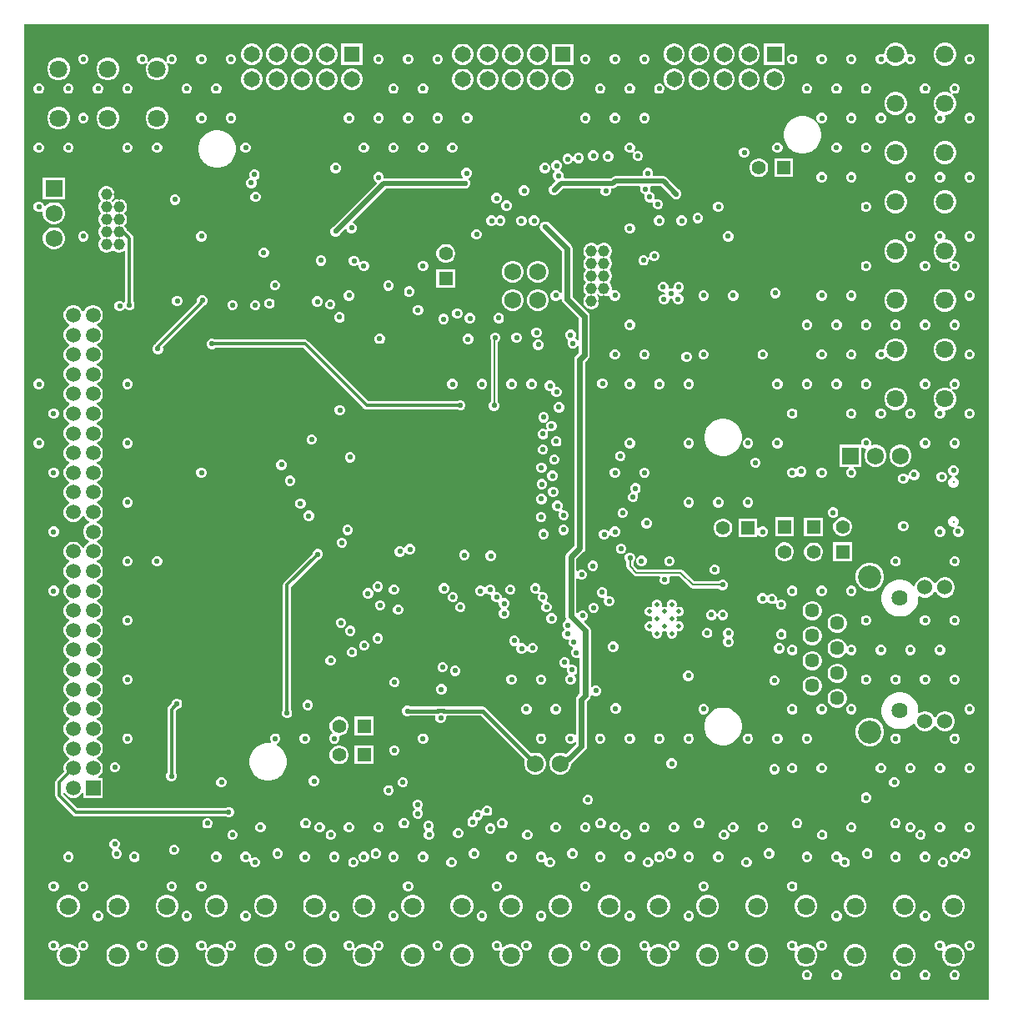
<source format=gbr>
%TF.GenerationSoftware,Altium Limited,Altium Designer,23.2.1 (34)*%
G04 Layer_Physical_Order=4*
G04 Layer_Color=6736896*
%FSLAX45Y45*%
%MOMM*%
%TF.SameCoordinates,E03F68C1-AF85-4BEE-8195-23707F47E9CF*%
%TF.FilePolarity,Positive*%
%TF.FileFunction,Copper,L4,Inr,Signal*%
%TF.Part,Single*%
G01*
G75*
%TA.AperFunction,Conductor*%
%ADD47C,0.40000*%
%ADD48C,0.30000*%
%ADD49C,0.17000*%
%ADD50C,0.50000*%
%ADD52C,0.60000*%
%TA.AperFunction,ComponentPad*%
%ADD56C,1.62500*%
%ADD57C,2.35500*%
%ADD58C,1.53000*%
%ADD59C,1.44600*%
%ADD60C,0.27500*%
%ADD61C,1.72500*%
%ADD62R,1.72500X1.72500*%
%ADD63C,1.40000*%
%ADD64R,1.40000X1.40000*%
%ADD65R,1.72500X1.72500*%
%ADD66R,1.40000X1.40000*%
%ADD67R,1.50000X1.50000*%
%ADD68C,1.50000*%
%ADD69R,1.65000X1.65000*%
%ADD70C,1.65000*%
%ADD71C,1.15000*%
%ADD72C,1.80000*%
%TA.AperFunction,ViaPad*%
%ADD73C,0.55000*%
%ADD74C,0.50000*%
G36*
X20750000Y2150000D02*
X10950000D01*
Y12050000D01*
X20750000D01*
Y2150000D01*
D02*
G37*
%LPC*%
G36*
X19815193Y11865400D02*
X19784807D01*
X19755457Y11857536D01*
X19729143Y11842343D01*
X19707657Y11820857D01*
X19692465Y11794543D01*
X19684599Y11765193D01*
Y11756667D01*
X19671899Y11748181D01*
X19660516Y11752896D01*
X19639471D01*
X19620029Y11744843D01*
X19605148Y11729962D01*
X19597095Y11710519D01*
Y11689474D01*
X19605148Y11670031D01*
X19620029Y11655150D01*
X19639471Y11647097D01*
X19660516D01*
X19679959Y11655150D01*
X19694839Y11670031D01*
X19696786Y11674728D01*
X19710983Y11675817D01*
X19729143Y11657657D01*
X19755457Y11642465D01*
X19784807Y11634600D01*
X19815193D01*
X19844543Y11642465D01*
X19870857Y11657657D01*
X19889008Y11675808D01*
X19903207Y11674714D01*
X19905148Y11670031D01*
X19920029Y11655150D01*
X19939471Y11647097D01*
X19960516D01*
X19979959Y11655150D01*
X19994839Y11670031D01*
X20002895Y11689474D01*
Y11710519D01*
X19994839Y11729962D01*
X19979959Y11744843D01*
X19960516Y11752896D01*
X19939471D01*
X19928101Y11748186D01*
X19915401Y11756672D01*
Y11765193D01*
X19907535Y11794543D01*
X19892343Y11820857D01*
X19870857Y11842343D01*
X19844543Y11857536D01*
X19815193Y11865400D01*
D02*
G37*
G36*
X12460519Y11752896D02*
X12439474D01*
X12420031Y11744843D01*
X12405150Y11729962D01*
X12397096Y11710519D01*
Y11689474D01*
X12400922Y11680239D01*
X12390155Y11673044D01*
X12370857Y11692343D01*
X12344543Y11707535D01*
X12315193Y11715400D01*
X12284807D01*
X12255457Y11707535D01*
X12229143Y11692343D01*
X12209832Y11673032D01*
X12199065Y11680226D01*
X12202896Y11689474D01*
Y11710519D01*
X12194843Y11729962D01*
X12179962Y11744843D01*
X12160519Y11752896D01*
X12139474D01*
X12120031Y11744843D01*
X12105150Y11729962D01*
X12097096Y11710519D01*
Y11689474D01*
X12105150Y11670031D01*
X12120031Y11655150D01*
X12139474Y11647097D01*
X12160519D01*
X12179962Y11655150D01*
X12189337Y11664526D01*
X12199500Y11656728D01*
X12192465Y11644543D01*
X12184600Y11615193D01*
Y11584807D01*
X12192465Y11555457D01*
X12207657Y11529143D01*
X12229143Y11507657D01*
X12255457Y11492464D01*
X12284807Y11484600D01*
X12315193D01*
X12344543Y11492464D01*
X12370857Y11507657D01*
X12392343Y11529143D01*
X12407536Y11555457D01*
X12415400Y11584807D01*
Y11615193D01*
X12407536Y11644543D01*
X12400511Y11656709D01*
X12410673Y11664508D01*
X12420031Y11655150D01*
X12439474Y11647097D01*
X12460519D01*
X12479962Y11655150D01*
X12494842Y11670031D01*
X12502896Y11689474D01*
Y11710519D01*
X12494842Y11729962D01*
X12479962Y11744843D01*
X12460519Y11752896D01*
D02*
G37*
G36*
X20560516D02*
X20539471D01*
X20520029Y11744843D01*
X20505147Y11729962D01*
X20497095Y11710519D01*
Y11689474D01*
X20505147Y11670031D01*
X20520029Y11655150D01*
X20539471Y11647097D01*
X20560516D01*
X20579959Y11655150D01*
X20594839Y11670031D01*
X20602895Y11689474D01*
Y11710519D01*
X20594839Y11729962D01*
X20579959Y11744843D01*
X20560516Y11752896D01*
D02*
G37*
G36*
X19360516D02*
X19339471D01*
X19320029Y11744843D01*
X19305148Y11729962D01*
X19297095Y11710519D01*
Y11689474D01*
X19305148Y11670031D01*
X19320029Y11655150D01*
X19339471Y11647097D01*
X19360516D01*
X19379959Y11655150D01*
X19394839Y11670031D01*
X19402895Y11689474D01*
Y11710519D01*
X19394839Y11729962D01*
X19379959Y11744843D01*
X19360516Y11752896D01*
D02*
G37*
G36*
X19060516D02*
X19039471D01*
X19020029Y11744843D01*
X19005148Y11729962D01*
X18997095Y11710519D01*
Y11689474D01*
X19005148Y11670031D01*
X19020029Y11655150D01*
X19039471Y11647097D01*
X19060516D01*
X19079961Y11655150D01*
X19094839Y11670031D01*
X19102895Y11689474D01*
Y11710519D01*
X19094839Y11729962D01*
X19079961Y11744843D01*
X19060516Y11752896D01*
D02*
G37*
G36*
X18760516D02*
X18739471D01*
X18720029Y11744843D01*
X18705148Y11729962D01*
X18697095Y11710519D01*
Y11689474D01*
X18705148Y11670031D01*
X18720029Y11655150D01*
X18739471Y11647097D01*
X18760516D01*
X18779961Y11655150D01*
X18794839Y11670031D01*
X18802895Y11689474D01*
Y11710519D01*
X18794839Y11729962D01*
X18779961Y11744843D01*
X18760516Y11752896D01*
D02*
G37*
G36*
X17260516D02*
X17239471D01*
X17220029Y11744843D01*
X17205148Y11729962D01*
X17197095Y11710519D01*
Y11689474D01*
X17205148Y11670031D01*
X17220029Y11655150D01*
X17239471Y11647097D01*
X17260516D01*
X17279961Y11655150D01*
X17294841Y11670031D01*
X17302895Y11689474D01*
Y11710519D01*
X17294841Y11729962D01*
X17279961Y11744843D01*
X17260516Y11752896D01*
D02*
G37*
G36*
X16960516D02*
X16939471D01*
X16920029Y11744843D01*
X16905148Y11729962D01*
X16897095Y11710519D01*
Y11689474D01*
X16905148Y11670031D01*
X16920029Y11655150D01*
X16939471Y11647097D01*
X16960516D01*
X16979961Y11655150D01*
X16994841Y11670031D01*
X17002895Y11689474D01*
Y11710519D01*
X16994841Y11729962D01*
X16979961Y11744843D01*
X16960516Y11752896D01*
D02*
G37*
G36*
X16660516D02*
X16639471D01*
X16620029Y11744843D01*
X16605148Y11729962D01*
X16597095Y11710519D01*
Y11689474D01*
X16605148Y11670031D01*
X16620029Y11655150D01*
X16639471Y11647097D01*
X16660516D01*
X16679961Y11655150D01*
X16694841Y11670031D01*
X16702895Y11689474D01*
Y11710519D01*
X16694841Y11729962D01*
X16679961Y11744843D01*
X16660516Y11752896D01*
D02*
G37*
G36*
X15160518D02*
X15139473D01*
X15120030Y11744843D01*
X15105148Y11729962D01*
X15097096Y11710519D01*
Y11689474D01*
X15105148Y11670031D01*
X15120030Y11655150D01*
X15139473Y11647097D01*
X15160518D01*
X15179961Y11655150D01*
X15194843Y11670031D01*
X15202895Y11689474D01*
Y11710519D01*
X15194843Y11729962D01*
X15179961Y11744843D01*
X15160518Y11752896D01*
D02*
G37*
G36*
X14860518D02*
X14839473D01*
X14820030Y11744843D01*
X14805148Y11729962D01*
X14797096Y11710519D01*
Y11689474D01*
X14805148Y11670031D01*
X14820030Y11655150D01*
X14839473Y11647097D01*
X14860518D01*
X14879961Y11655150D01*
X14894843Y11670031D01*
X14902895Y11689474D01*
Y11710519D01*
X14894843Y11729962D01*
X14879961Y11744843D01*
X14860518Y11752896D01*
D02*
G37*
G36*
X14560518D02*
X14539473D01*
X14520030Y11744843D01*
X14505148Y11729962D01*
X14497096Y11710519D01*
Y11689474D01*
X14505148Y11670031D01*
X14520030Y11655150D01*
X14539473Y11647097D01*
X14560518D01*
X14579961Y11655150D01*
X14594843Y11670031D01*
X14602895Y11689474D01*
Y11710519D01*
X14594843Y11729962D01*
X14579961Y11744843D01*
X14560518Y11752896D01*
D02*
G37*
G36*
X13060518D02*
X13039474D01*
X13020032Y11744843D01*
X13005150Y11729962D01*
X12997096Y11710519D01*
Y11689474D01*
X13005150Y11670031D01*
X13020032Y11655150D01*
X13039474Y11647097D01*
X13060518D01*
X13079961Y11655150D01*
X13094843Y11670031D01*
X13102896Y11689474D01*
Y11710519D01*
X13094843Y11729962D01*
X13079961Y11744843D01*
X13060518Y11752896D01*
D02*
G37*
G36*
X12760519D02*
X12739474D01*
X12720031Y11744843D01*
X12705150Y11729962D01*
X12697096Y11710519D01*
Y11689474D01*
X12705150Y11670031D01*
X12720031Y11655150D01*
X12739474Y11647097D01*
X12760519D01*
X12779961Y11655150D01*
X12794842Y11670031D01*
X12802896Y11689474D01*
Y11710519D01*
X12794842Y11729962D01*
X12779961Y11744843D01*
X12760519Y11752896D01*
D02*
G37*
G36*
X11560519D02*
X11539474D01*
X11520031Y11744843D01*
X11505150Y11729962D01*
X11497097Y11710519D01*
Y11689474D01*
X11505150Y11670031D01*
X11520031Y11655150D01*
X11539474Y11647097D01*
X11560519D01*
X11579962Y11655150D01*
X11594843Y11670031D01*
X11602896Y11689474D01*
Y11710519D01*
X11594843Y11729962D01*
X11579962Y11744843D01*
X11560519Y11752896D01*
D02*
G37*
G36*
X18674339Y11857900D02*
X18458540D01*
Y11642100D01*
X18674339D01*
Y11857900D01*
D02*
G37*
G36*
X18326645D02*
X18298235D01*
X18270792Y11850547D01*
X18246188Y11836341D01*
X18226099Y11816252D01*
X18211893Y11791648D01*
X18204539Y11764205D01*
Y11735795D01*
X18211893Y11708352D01*
X18226099Y11683748D01*
X18246188Y11663658D01*
X18270792Y11649453D01*
X18298235Y11642100D01*
X18326645D01*
X18354088Y11649453D01*
X18378693Y11663658D01*
X18398782Y11683748D01*
X18412987Y11708352D01*
X18420340Y11735795D01*
Y11764205D01*
X18412987Y11791648D01*
X18398782Y11816252D01*
X18378693Y11836341D01*
X18354088Y11850547D01*
X18326645Y11857900D01*
D02*
G37*
G36*
X18072646D02*
X18044235D01*
X18016792Y11850547D01*
X17992188Y11836341D01*
X17972099Y11816252D01*
X17957893Y11791648D01*
X17950540Y11764205D01*
Y11735795D01*
X17957893Y11708352D01*
X17972099Y11683748D01*
X17992188Y11663658D01*
X18016792Y11649453D01*
X18044235Y11642100D01*
X18072646D01*
X18100089Y11649453D01*
X18124692Y11663658D01*
X18144781Y11683748D01*
X18158987Y11708352D01*
X18166341Y11735795D01*
Y11764205D01*
X18158987Y11791648D01*
X18144781Y11816252D01*
X18124692Y11836341D01*
X18100089Y11850547D01*
X18072646Y11857900D01*
D02*
G37*
G36*
X17818645D02*
X17790234D01*
X17762791Y11850547D01*
X17738188Y11836341D01*
X17718098Y11816252D01*
X17703893Y11791648D01*
X17696539Y11764205D01*
Y11735795D01*
X17703893Y11708352D01*
X17718098Y11683748D01*
X17738188Y11663658D01*
X17762791Y11649453D01*
X17790234Y11642100D01*
X17818645D01*
X17846088Y11649453D01*
X17870692Y11663658D01*
X17890782Y11683748D01*
X17904987Y11708352D01*
X17912340Y11735795D01*
Y11764205D01*
X17904987Y11791648D01*
X17890782Y11816252D01*
X17870692Y11836341D01*
X17846088Y11850547D01*
X17818645Y11857900D01*
D02*
G37*
G36*
X17564645D02*
X17536235D01*
X17508792Y11850547D01*
X17484187Y11836341D01*
X17464099Y11816252D01*
X17449893Y11791648D01*
X17442540Y11764205D01*
Y11735795D01*
X17449893Y11708352D01*
X17464099Y11683748D01*
X17484187Y11663658D01*
X17508792Y11649453D01*
X17536235Y11642100D01*
X17564645D01*
X17592088Y11649453D01*
X17616692Y11663658D01*
X17636781Y11683748D01*
X17650987Y11708352D01*
X17658340Y11735795D01*
Y11764205D01*
X17650987Y11791648D01*
X17636781Y11816252D01*
X17616692Y11836341D01*
X17592088Y11850547D01*
X17564645Y11857900D01*
D02*
G37*
G36*
X14385240Y11855400D02*
X14169440D01*
Y11639600D01*
X14385240D01*
Y11855400D01*
D02*
G37*
G36*
X14037544D02*
X14009135D01*
X13981693Y11848047D01*
X13957088Y11833841D01*
X13937000Y11813752D01*
X13922794Y11789148D01*
X13915440Y11761705D01*
Y11733295D01*
X13922794Y11705852D01*
X13937000Y11681248D01*
X13957088Y11661159D01*
X13981693Y11646953D01*
X14009135Y11639600D01*
X14037544D01*
X14064989Y11646953D01*
X14089592Y11661159D01*
X14109682Y11681248D01*
X14123888Y11705852D01*
X14131239Y11733295D01*
Y11761705D01*
X14123888Y11789148D01*
X14109682Y11813752D01*
X14089592Y11833841D01*
X14064989Y11848047D01*
X14037544Y11855400D01*
D02*
G37*
G36*
X13783545D02*
X13755135D01*
X13727692Y11848047D01*
X13703088Y11833841D01*
X13682999Y11813752D01*
X13668793Y11789148D01*
X13661440Y11761705D01*
Y11733295D01*
X13668793Y11705852D01*
X13682999Y11681248D01*
X13703088Y11661159D01*
X13727692Y11646953D01*
X13755135Y11639600D01*
X13783545D01*
X13810988Y11646953D01*
X13835593Y11661159D01*
X13855681Y11681248D01*
X13869887Y11705852D01*
X13877240Y11733295D01*
Y11761705D01*
X13869887Y11789148D01*
X13855681Y11813752D01*
X13835593Y11833841D01*
X13810988Y11848047D01*
X13783545Y11855400D01*
D02*
G37*
G36*
X13529546D02*
X13501135D01*
X13473692Y11848047D01*
X13449088Y11833841D01*
X13428999Y11813752D01*
X13414793Y11789148D01*
X13407440Y11761705D01*
Y11733295D01*
X13414793Y11705852D01*
X13428999Y11681248D01*
X13449088Y11661159D01*
X13473692Y11646953D01*
X13501135Y11639600D01*
X13529546D01*
X13556989Y11646953D01*
X13581592Y11661159D01*
X13601682Y11681248D01*
X13615887Y11705852D01*
X13623241Y11733295D01*
Y11761705D01*
X13615887Y11789148D01*
X13601682Y11813752D01*
X13581592Y11833841D01*
X13556989Y11848047D01*
X13529546Y11855400D01*
D02*
G37*
G36*
X13275545D02*
X13247134D01*
X13219691Y11848047D01*
X13195088Y11833841D01*
X13174998Y11813752D01*
X13160793Y11789148D01*
X13153439Y11761705D01*
Y11733295D01*
X13160793Y11705852D01*
X13174998Y11681248D01*
X13195088Y11661159D01*
X13219691Y11646953D01*
X13247134Y11639600D01*
X13275545D01*
X13302988Y11646953D01*
X13327592Y11661159D01*
X13347681Y11681248D01*
X13361887Y11705852D01*
X13369240Y11733295D01*
Y11761705D01*
X13361887Y11789148D01*
X13347681Y11813752D01*
X13327592Y11833841D01*
X13302988Y11848047D01*
X13275545Y11855400D01*
D02*
G37*
G36*
X16527100Y11854980D02*
X16311301D01*
Y11639180D01*
X16527100D01*
Y11854980D01*
D02*
G37*
G36*
X16179405D02*
X16150995D01*
X16123552Y11847627D01*
X16098949Y11833422D01*
X16078859Y11813332D01*
X16064653Y11788728D01*
X16057300Y11761286D01*
Y11732875D01*
X16064653Y11705433D01*
X16078859Y11680828D01*
X16098949Y11660739D01*
X16123552Y11646533D01*
X16150995Y11639180D01*
X16179405D01*
X16206848Y11646533D01*
X16231451Y11660739D01*
X16251543Y11680828D01*
X16265747Y11705433D01*
X16273100Y11732875D01*
Y11761286D01*
X16265747Y11788728D01*
X16251543Y11813332D01*
X16231451Y11833422D01*
X16206848Y11847627D01*
X16179405Y11854980D01*
D02*
G37*
G36*
X15925404D02*
X15896996D01*
X15869553Y11847627D01*
X15844948Y11833422D01*
X15824860Y11813332D01*
X15810654Y11788728D01*
X15803300Y11761286D01*
Y11732875D01*
X15810654Y11705433D01*
X15824860Y11680828D01*
X15844948Y11660739D01*
X15869553Y11646533D01*
X15896996Y11639180D01*
X15925404D01*
X15952847Y11646533D01*
X15977452Y11660739D01*
X15997542Y11680828D01*
X16011748Y11705433D01*
X16019099Y11732875D01*
Y11761286D01*
X16011748Y11788728D01*
X15997542Y11813332D01*
X15977452Y11833422D01*
X15952847Y11847627D01*
X15925404Y11854980D01*
D02*
G37*
G36*
X15671405D02*
X15642995D01*
X15615552Y11847627D01*
X15590948Y11833422D01*
X15570859Y11813332D01*
X15556653Y11788728D01*
X15549300Y11761286D01*
Y11732875D01*
X15556653Y11705433D01*
X15570859Y11680828D01*
X15590948Y11660739D01*
X15615552Y11646533D01*
X15642995Y11639180D01*
X15671405D01*
X15698848Y11646533D01*
X15723453Y11660739D01*
X15743542Y11680828D01*
X15757747Y11705433D01*
X15765100Y11732875D01*
Y11761286D01*
X15757747Y11788728D01*
X15743542Y11813332D01*
X15723453Y11833422D01*
X15698848Y11847627D01*
X15671405Y11854980D01*
D02*
G37*
G36*
X15417406D02*
X15388995D01*
X15361552Y11847627D01*
X15336948Y11833422D01*
X15316859Y11813332D01*
X15302654Y11788728D01*
X15295300Y11761286D01*
Y11732875D01*
X15302654Y11705433D01*
X15316859Y11680828D01*
X15336948Y11660739D01*
X15361552Y11646533D01*
X15388995Y11639180D01*
X15417406D01*
X15444849Y11646533D01*
X15469452Y11660739D01*
X15489542Y11680828D01*
X15503748Y11705433D01*
X15511099Y11732875D01*
Y11761286D01*
X15503748Y11788728D01*
X15489542Y11813332D01*
X15469452Y11833422D01*
X15444849Y11847627D01*
X15417406Y11854980D01*
D02*
G37*
G36*
X20315193Y11865400D02*
X20284807D01*
X20255457Y11857536D01*
X20229143Y11842343D01*
X20207657Y11820857D01*
X20192465Y11794543D01*
X20184599Y11765193D01*
Y11734807D01*
X20192465Y11705457D01*
X20207657Y11679143D01*
X20229143Y11657657D01*
X20255457Y11642465D01*
X20284807Y11634600D01*
X20315193D01*
X20344543Y11642465D01*
X20370857Y11657657D01*
X20392343Y11679143D01*
X20407536Y11705457D01*
X20415401Y11734807D01*
Y11765193D01*
X20407536Y11794543D01*
X20392343Y11820857D01*
X20370857Y11842343D01*
X20344543Y11857536D01*
X20315193Y11865400D01*
D02*
G37*
G36*
X11815193Y11715400D02*
X11784807D01*
X11755457Y11707535D01*
X11729143Y11692343D01*
X11707657Y11670857D01*
X11692465Y11644543D01*
X11684600Y11615193D01*
Y11584807D01*
X11692465Y11555457D01*
X11707657Y11529143D01*
X11729143Y11507657D01*
X11755457Y11492464D01*
X11784807Y11484600D01*
X11815193D01*
X11844543Y11492464D01*
X11870857Y11507657D01*
X11892343Y11529143D01*
X11907535Y11555457D01*
X11915400Y11584807D01*
Y11615193D01*
X11907535Y11644543D01*
X11892343Y11670857D01*
X11870857Y11692343D01*
X11844543Y11707535D01*
X11815193Y11715400D01*
D02*
G37*
G36*
X11315193D02*
X11284807D01*
X11255457Y11707535D01*
X11229143Y11692343D01*
X11207657Y11670857D01*
X11192465Y11644543D01*
X11184600Y11615193D01*
Y11584807D01*
X11192465Y11555457D01*
X11207657Y11529143D01*
X11229143Y11507657D01*
X11255457Y11492464D01*
X11284807Y11484600D01*
X11315193D01*
X11344543Y11492464D01*
X11370857Y11507657D01*
X11392343Y11529143D01*
X11407535Y11555457D01*
X11415400Y11584807D01*
Y11615193D01*
X11407535Y11644543D01*
X11392343Y11670857D01*
X11370857Y11692343D01*
X11344543Y11707535D01*
X11315193Y11715400D01*
D02*
G37*
G36*
X18580646Y11603900D02*
X18552235D01*
X18524792Y11596547D01*
X18500188Y11582341D01*
X18480099Y11562252D01*
X18465894Y11537648D01*
X18458540Y11510205D01*
Y11481795D01*
X18465894Y11454352D01*
X18480099Y11429748D01*
X18500188Y11409658D01*
X18524792Y11395453D01*
X18552235Y11388100D01*
X18580646D01*
X18608089Y11395453D01*
X18632692Y11409658D01*
X18652782Y11429748D01*
X18666988Y11454352D01*
X18674339Y11481795D01*
Y11510205D01*
X18666988Y11537648D01*
X18652782Y11562252D01*
X18632692Y11582341D01*
X18608089Y11596547D01*
X18580646Y11603900D01*
D02*
G37*
G36*
X18326645D02*
X18298235D01*
X18270792Y11596547D01*
X18246188Y11582341D01*
X18226099Y11562252D01*
X18211893Y11537648D01*
X18204539Y11510205D01*
Y11481795D01*
X18211893Y11454352D01*
X18226099Y11429748D01*
X18246188Y11409658D01*
X18270792Y11395453D01*
X18298235Y11388100D01*
X18326645D01*
X18354088Y11395453D01*
X18378693Y11409658D01*
X18398782Y11429748D01*
X18412987Y11454352D01*
X18420340Y11481795D01*
Y11510205D01*
X18412987Y11537648D01*
X18398782Y11562252D01*
X18378693Y11582341D01*
X18354088Y11596547D01*
X18326645Y11603900D01*
D02*
G37*
G36*
X18072646D02*
X18044235D01*
X18016792Y11596547D01*
X17992188Y11582341D01*
X17972099Y11562252D01*
X17957893Y11537648D01*
X17950540Y11510205D01*
Y11481795D01*
X17957893Y11454352D01*
X17972099Y11429748D01*
X17992188Y11409658D01*
X18016792Y11395453D01*
X18044235Y11388100D01*
X18072646D01*
X18100089Y11395453D01*
X18124692Y11409658D01*
X18144781Y11429748D01*
X18158987Y11454352D01*
X18166341Y11481795D01*
Y11510205D01*
X18158987Y11537648D01*
X18144781Y11562252D01*
X18124692Y11582341D01*
X18100089Y11596547D01*
X18072646Y11603900D01*
D02*
G37*
G36*
X17818645D02*
X17790234D01*
X17762791Y11596547D01*
X17738188Y11582341D01*
X17718098Y11562252D01*
X17703893Y11537648D01*
X17696539Y11510205D01*
Y11481795D01*
X17703893Y11454352D01*
X17718098Y11429748D01*
X17738188Y11409658D01*
X17762791Y11395453D01*
X17790234Y11388100D01*
X17818645D01*
X17846088Y11395453D01*
X17870692Y11409658D01*
X17890782Y11429748D01*
X17904987Y11454352D01*
X17912340Y11481795D01*
Y11510205D01*
X17904987Y11537648D01*
X17890782Y11562252D01*
X17870692Y11582341D01*
X17846088Y11596547D01*
X17818645Y11603900D01*
D02*
G37*
G36*
X17564645D02*
X17536235D01*
X17508792Y11596547D01*
X17484187Y11582341D01*
X17464099Y11562252D01*
X17449893Y11537648D01*
X17442540Y11510205D01*
Y11481795D01*
X17449893Y11454352D01*
X17464099Y11429748D01*
X17484187Y11409658D01*
X17508792Y11395453D01*
X17536235Y11388100D01*
X17564645D01*
X17592088Y11395453D01*
X17616692Y11409658D01*
X17636781Y11429748D01*
X17650987Y11454352D01*
X17658340Y11481795D01*
Y11510205D01*
X17650987Y11537648D01*
X17636781Y11562252D01*
X17616692Y11582341D01*
X17592088Y11596547D01*
X17564645Y11603900D01*
D02*
G37*
G36*
X14291545Y11601400D02*
X14263135D01*
X14235692Y11594047D01*
X14211089Y11579841D01*
X14190999Y11559752D01*
X14176793Y11535148D01*
X14169440Y11507705D01*
Y11479295D01*
X14176793Y11451852D01*
X14190999Y11427248D01*
X14211089Y11407159D01*
X14235692Y11392953D01*
X14263135Y11385600D01*
X14291545D01*
X14318988Y11392953D01*
X14343591Y11407159D01*
X14363681Y11427248D01*
X14377887Y11451852D01*
X14385240Y11479295D01*
Y11507705D01*
X14377887Y11535148D01*
X14363681Y11559752D01*
X14343591Y11579841D01*
X14318988Y11594047D01*
X14291545Y11601400D01*
D02*
G37*
G36*
X14037544D02*
X14009135D01*
X13981693Y11594047D01*
X13957088Y11579841D01*
X13937000Y11559752D01*
X13922794Y11535148D01*
X13915440Y11507705D01*
Y11479295D01*
X13922794Y11451852D01*
X13937000Y11427248D01*
X13957088Y11407159D01*
X13981693Y11392953D01*
X14009135Y11385600D01*
X14037544D01*
X14064989Y11392953D01*
X14089592Y11407159D01*
X14109682Y11427248D01*
X14123888Y11451852D01*
X14131239Y11479295D01*
Y11507705D01*
X14123888Y11535148D01*
X14109682Y11559752D01*
X14089592Y11579841D01*
X14064989Y11594047D01*
X14037544Y11601400D01*
D02*
G37*
G36*
X13783545D02*
X13755135D01*
X13727692Y11594047D01*
X13703088Y11579841D01*
X13682999Y11559752D01*
X13668793Y11535148D01*
X13661440Y11507705D01*
Y11479295D01*
X13668793Y11451852D01*
X13682999Y11427248D01*
X13703088Y11407159D01*
X13727692Y11392953D01*
X13755135Y11385600D01*
X13783545D01*
X13810988Y11392953D01*
X13835593Y11407159D01*
X13855681Y11427248D01*
X13869887Y11451852D01*
X13877240Y11479295D01*
Y11507705D01*
X13869887Y11535148D01*
X13855681Y11559752D01*
X13835593Y11579841D01*
X13810988Y11594047D01*
X13783545Y11601400D01*
D02*
G37*
G36*
X13529546D02*
X13501135D01*
X13473692Y11594047D01*
X13449088Y11579841D01*
X13428999Y11559752D01*
X13414793Y11535148D01*
X13407440Y11507705D01*
Y11479295D01*
X13414793Y11451852D01*
X13428999Y11427248D01*
X13449088Y11407159D01*
X13473692Y11392953D01*
X13501135Y11385600D01*
X13529546D01*
X13556989Y11392953D01*
X13581592Y11407159D01*
X13601682Y11427248D01*
X13615887Y11451852D01*
X13623241Y11479295D01*
Y11507705D01*
X13615887Y11535148D01*
X13601682Y11559752D01*
X13581592Y11579841D01*
X13556989Y11594047D01*
X13529546Y11601400D01*
D02*
G37*
G36*
X13275545D02*
X13247134D01*
X13219691Y11594047D01*
X13195088Y11579841D01*
X13174998Y11559752D01*
X13160793Y11535148D01*
X13153439Y11507705D01*
Y11479295D01*
X13160793Y11451852D01*
X13174998Y11427248D01*
X13195088Y11407159D01*
X13219691Y11392953D01*
X13247134Y11385600D01*
X13275545D01*
X13302988Y11392953D01*
X13327592Y11407159D01*
X13347681Y11427248D01*
X13361887Y11451852D01*
X13369240Y11479295D01*
Y11507705D01*
X13361887Y11535148D01*
X13347681Y11559752D01*
X13327592Y11579841D01*
X13302988Y11594047D01*
X13275545Y11601400D01*
D02*
G37*
G36*
X16433405Y11600980D02*
X16404996D01*
X16377551Y11593627D01*
X16352948Y11579422D01*
X16332858Y11559332D01*
X16318652Y11534728D01*
X16311301Y11507286D01*
Y11478875D01*
X16318652Y11451433D01*
X16332858Y11426828D01*
X16352948Y11406739D01*
X16377551Y11392533D01*
X16404996Y11385180D01*
X16433405D01*
X16460847Y11392533D01*
X16485452Y11406739D01*
X16505542Y11426828D01*
X16519746Y11451433D01*
X16527100Y11478875D01*
Y11507286D01*
X16519746Y11534728D01*
X16505542Y11559332D01*
X16485452Y11579422D01*
X16460847Y11593627D01*
X16433405Y11600980D01*
D02*
G37*
G36*
X16179405D02*
X16150995D01*
X16123552Y11593627D01*
X16098949Y11579422D01*
X16078859Y11559332D01*
X16064653Y11534728D01*
X16057300Y11507286D01*
Y11478875D01*
X16064653Y11451433D01*
X16078859Y11426828D01*
X16098949Y11406739D01*
X16123552Y11392533D01*
X16150995Y11385180D01*
X16179405D01*
X16206848Y11392533D01*
X16231451Y11406739D01*
X16251543Y11426828D01*
X16265747Y11451433D01*
X16273100Y11478875D01*
Y11507286D01*
X16265747Y11534728D01*
X16251543Y11559332D01*
X16231451Y11579422D01*
X16206848Y11593627D01*
X16179405Y11600980D01*
D02*
G37*
G36*
X15925404D02*
X15896996D01*
X15869553Y11593627D01*
X15844948Y11579422D01*
X15824860Y11559332D01*
X15810654Y11534728D01*
X15803300Y11507286D01*
Y11478875D01*
X15810654Y11451433D01*
X15824860Y11426828D01*
X15844948Y11406739D01*
X15869553Y11392533D01*
X15896996Y11385180D01*
X15925404D01*
X15952847Y11392533D01*
X15977452Y11406739D01*
X15997542Y11426828D01*
X16011748Y11451433D01*
X16019099Y11478875D01*
Y11507286D01*
X16011748Y11534728D01*
X15997542Y11559332D01*
X15977452Y11579422D01*
X15952847Y11593627D01*
X15925404Y11600980D01*
D02*
G37*
G36*
X15671405D02*
X15642995D01*
X15615552Y11593627D01*
X15590948Y11579422D01*
X15570859Y11559332D01*
X15556653Y11534728D01*
X15549300Y11507286D01*
Y11478875D01*
X15556653Y11451433D01*
X15570859Y11426828D01*
X15590948Y11406739D01*
X15615552Y11392533D01*
X15642995Y11385180D01*
X15671405D01*
X15698848Y11392533D01*
X15723453Y11406739D01*
X15743542Y11426828D01*
X15757747Y11451433D01*
X15765100Y11478875D01*
Y11507286D01*
X15757747Y11534728D01*
X15743542Y11559332D01*
X15723453Y11579422D01*
X15698848Y11593627D01*
X15671405Y11600980D01*
D02*
G37*
G36*
X15417406D02*
X15388995D01*
X15361552Y11593627D01*
X15336948Y11579422D01*
X15316859Y11559332D01*
X15302654Y11534728D01*
X15295300Y11507286D01*
Y11478875D01*
X15302654Y11451433D01*
X15316859Y11426828D01*
X15336948Y11406739D01*
X15361552Y11392533D01*
X15388995Y11385180D01*
X15417406D01*
X15444849Y11392533D01*
X15469452Y11406739D01*
X15489542Y11426828D01*
X15503748Y11451433D01*
X15511099Y11478875D01*
Y11507286D01*
X15503748Y11534728D01*
X15489542Y11559332D01*
X15469452Y11579422D01*
X15444849Y11593627D01*
X15417406Y11600980D01*
D02*
G37*
G36*
X20410516Y11452896D02*
X20389471D01*
X20370029Y11444843D01*
X20355148Y11429962D01*
X20347095Y11410519D01*
Y11389474D01*
X20355148Y11370031D01*
X20364500Y11360679D01*
X20356702Y11350516D01*
X20344540Y11357538D01*
X20315190Y11365402D01*
X20284805D01*
X20255455Y11357538D01*
X20229140Y11342345D01*
X20207655Y11320860D01*
X20192462Y11294545D01*
X20184598Y11265195D01*
Y11234810D01*
X20192462Y11205460D01*
X20207655Y11179145D01*
X20225813Y11160986D01*
X20224725Y11146788D01*
X20220029Y11144843D01*
X20205148Y11129962D01*
X20197095Y11110519D01*
Y11089474D01*
X20205148Y11070031D01*
X20220029Y11055150D01*
X20239471Y11047097D01*
X20260516D01*
X20279959Y11055150D01*
X20294839Y11070031D01*
X20302895Y11089474D01*
Y11110519D01*
X20298178Y11121902D01*
X20306664Y11134603D01*
X20315190D01*
X20344540Y11142467D01*
X20370856Y11157660D01*
X20392340Y11179145D01*
X20407533Y11205460D01*
X20415398Y11234810D01*
Y11265195D01*
X20407533Y11294545D01*
X20392340Y11320860D01*
X20373045Y11340154D01*
X20380240Y11350920D01*
X20389471Y11347097D01*
X20410516D01*
X20429959Y11355150D01*
X20444839Y11370031D01*
X20452895Y11389474D01*
Y11410519D01*
X20444839Y11429962D01*
X20429959Y11444843D01*
X20410516Y11452896D01*
D02*
G37*
G36*
X20110516D02*
X20089471D01*
X20070029Y11444843D01*
X20055148Y11429962D01*
X20047095Y11410519D01*
Y11389474D01*
X20055148Y11370031D01*
X20070029Y11355150D01*
X20089471Y11347097D01*
X20110516D01*
X20129959Y11355150D01*
X20144839Y11370031D01*
X20152895Y11389474D01*
Y11410519D01*
X20144839Y11429962D01*
X20129959Y11444843D01*
X20110516Y11452896D01*
D02*
G37*
G36*
X19510516D02*
X19489471D01*
X19470029Y11444843D01*
X19455148Y11429962D01*
X19447095Y11410519D01*
Y11389474D01*
X19455148Y11370031D01*
X19470029Y11355150D01*
X19489471Y11347097D01*
X19510516D01*
X19529959Y11355150D01*
X19544839Y11370031D01*
X19552895Y11389474D01*
Y11410519D01*
X19544839Y11429962D01*
X19529959Y11444843D01*
X19510516Y11452896D01*
D02*
G37*
G36*
X19210516D02*
X19189471D01*
X19170029Y11444843D01*
X19155148Y11429962D01*
X19147095Y11410519D01*
Y11389474D01*
X19155148Y11370031D01*
X19170029Y11355150D01*
X19189471Y11347097D01*
X19210516D01*
X19229961Y11355150D01*
X19244839Y11370031D01*
X19252895Y11389474D01*
Y11410519D01*
X19244839Y11429962D01*
X19229961Y11444843D01*
X19210516Y11452896D01*
D02*
G37*
G36*
X18910516D02*
X18889471D01*
X18870029Y11444843D01*
X18855148Y11429962D01*
X18847095Y11410519D01*
Y11389474D01*
X18855148Y11370031D01*
X18870029Y11355150D01*
X18889471Y11347097D01*
X18910516D01*
X18929961Y11355150D01*
X18944839Y11370031D01*
X18952895Y11389474D01*
Y11410519D01*
X18944839Y11429962D01*
X18929961Y11444843D01*
X18910516Y11452896D01*
D02*
G37*
G36*
X17410516D02*
X17389471D01*
X17370029Y11444843D01*
X17355148Y11429962D01*
X17347095Y11410519D01*
Y11389474D01*
X17355148Y11370031D01*
X17370029Y11355150D01*
X17389471Y11347097D01*
X17410516D01*
X17429961Y11355150D01*
X17444841Y11370031D01*
X17452895Y11389474D01*
Y11410519D01*
X17444841Y11429962D01*
X17429961Y11444843D01*
X17410516Y11452896D01*
D02*
G37*
G36*
X17110516D02*
X17089471D01*
X17070029Y11444843D01*
X17055148Y11429962D01*
X17047095Y11410519D01*
Y11389474D01*
X17055148Y11370031D01*
X17070029Y11355150D01*
X17089471Y11347097D01*
X17110516D01*
X17129961Y11355150D01*
X17144841Y11370031D01*
X17152895Y11389474D01*
Y11410519D01*
X17144841Y11429962D01*
X17129961Y11444843D01*
X17110516Y11452896D01*
D02*
G37*
G36*
X16810516D02*
X16789471D01*
X16770029Y11444843D01*
X16755148Y11429962D01*
X16747095Y11410519D01*
Y11389474D01*
X16755148Y11370031D01*
X16770029Y11355150D01*
X16789471Y11347097D01*
X16810516D01*
X16829961Y11355150D01*
X16844841Y11370031D01*
X16852895Y11389474D01*
Y11410519D01*
X16844841Y11429962D01*
X16829961Y11444843D01*
X16810516Y11452896D01*
D02*
G37*
G36*
X15010518D02*
X14989473D01*
X14970030Y11444843D01*
X14955148Y11429962D01*
X14947096Y11410519D01*
Y11389474D01*
X14955148Y11370031D01*
X14970030Y11355150D01*
X14989473Y11347097D01*
X15010518D01*
X15029961Y11355150D01*
X15044843Y11370031D01*
X15052895Y11389474D01*
Y11410519D01*
X15044843Y11429962D01*
X15029961Y11444843D01*
X15010518Y11452896D01*
D02*
G37*
G36*
X14710518D02*
X14689473D01*
X14670030Y11444843D01*
X14655148Y11429962D01*
X14647096Y11410519D01*
Y11389474D01*
X14655148Y11370031D01*
X14670030Y11355150D01*
X14689473Y11347097D01*
X14710518D01*
X14729961Y11355150D01*
X14744843Y11370031D01*
X14752895Y11389474D01*
Y11410519D01*
X14744843Y11429962D01*
X14729961Y11444843D01*
X14710518Y11452896D01*
D02*
G37*
G36*
X12910519D02*
X12889474D01*
X12870032Y11444843D01*
X12855150Y11429962D01*
X12847096Y11410519D01*
Y11389474D01*
X12855150Y11370031D01*
X12870032Y11355150D01*
X12889474Y11347097D01*
X12910519D01*
X12929961Y11355150D01*
X12944843Y11370031D01*
X12952896Y11389474D01*
Y11410519D01*
X12944843Y11429962D01*
X12929961Y11444843D01*
X12910519Y11452896D01*
D02*
G37*
G36*
X12610519D02*
X12589474D01*
X12570031Y11444843D01*
X12555150Y11429962D01*
X12547096Y11410519D01*
Y11389474D01*
X12555150Y11370031D01*
X12570031Y11355150D01*
X12589474Y11347097D01*
X12610519D01*
X12629962Y11355150D01*
X12644842Y11370031D01*
X12652896Y11389474D01*
Y11410519D01*
X12644842Y11429962D01*
X12629962Y11444843D01*
X12610519Y11452896D01*
D02*
G37*
G36*
X12010519D02*
X11989474D01*
X11970031Y11444843D01*
X11955150Y11429962D01*
X11947097Y11410519D01*
Y11389474D01*
X11955150Y11370031D01*
X11970031Y11355150D01*
X11989474Y11347097D01*
X12010519D01*
X12029962Y11355150D01*
X12044843Y11370031D01*
X12052896Y11389474D01*
Y11410519D01*
X12044843Y11429962D01*
X12029962Y11444843D01*
X12010519Y11452896D01*
D02*
G37*
G36*
X11710519D02*
X11689474D01*
X11670031Y11444843D01*
X11655150Y11429962D01*
X11647097Y11410519D01*
Y11389474D01*
X11655150Y11370031D01*
X11670031Y11355150D01*
X11689474Y11347097D01*
X11710519D01*
X11729962Y11355150D01*
X11744843Y11370031D01*
X11752896Y11389474D01*
Y11410519D01*
X11744843Y11429962D01*
X11729962Y11444843D01*
X11710519Y11452896D01*
D02*
G37*
G36*
X11410519D02*
X11389474D01*
X11370031Y11444843D01*
X11355150Y11429962D01*
X11347097Y11410519D01*
Y11389474D01*
X11355150Y11370031D01*
X11370031Y11355150D01*
X11389474Y11347097D01*
X11410519D01*
X11429962Y11355150D01*
X11444843Y11370031D01*
X11452896Y11389474D01*
Y11410519D01*
X11444843Y11429962D01*
X11429962Y11444843D01*
X11410519Y11452896D01*
D02*
G37*
G36*
X11110519D02*
X11089474D01*
X11070031Y11444843D01*
X11055150Y11429962D01*
X11047097Y11410519D01*
Y11389474D01*
X11055150Y11370031D01*
X11070031Y11355150D01*
X11089474Y11347097D01*
X11110519D01*
X11129962Y11355150D01*
X11144843Y11370031D01*
X11152896Y11389474D01*
Y11410519D01*
X11144843Y11429962D01*
X11129962Y11444843D01*
X11110519Y11452896D01*
D02*
G37*
G36*
X19815190Y11365402D02*
X19784805D01*
X19755455Y11357538D01*
X19729140Y11342345D01*
X19707655Y11320860D01*
X19692462Y11294545D01*
X19684598Y11265195D01*
Y11234810D01*
X19692462Y11205460D01*
X19707655Y11179145D01*
X19729140Y11157660D01*
X19755455Y11142467D01*
X19784805Y11134603D01*
X19815190D01*
X19844540Y11142467D01*
X19870856Y11157660D01*
X19892340Y11179145D01*
X19907533Y11205460D01*
X19915398Y11234810D01*
Y11265195D01*
X19907533Y11294545D01*
X19892340Y11320860D01*
X19870856Y11342345D01*
X19844540Y11357538D01*
X19815190Y11365402D01*
D02*
G37*
G36*
X20560516Y11152896D02*
X20539471D01*
X20520029Y11144843D01*
X20505147Y11129962D01*
X20497095Y11110519D01*
Y11089474D01*
X20505147Y11070031D01*
X20520029Y11055150D01*
X20539471Y11047097D01*
X20560516D01*
X20579959Y11055150D01*
X20594839Y11070031D01*
X20602895Y11089474D01*
Y11110519D01*
X20594839Y11129962D01*
X20579959Y11144843D01*
X20560516Y11152896D01*
D02*
G37*
G36*
X19960516D02*
X19939471D01*
X19920029Y11144843D01*
X19905148Y11129962D01*
X19897095Y11110519D01*
Y11089474D01*
X19905148Y11070031D01*
X19920029Y11055150D01*
X19939471Y11047097D01*
X19960516D01*
X19979959Y11055150D01*
X19994839Y11070031D01*
X20002895Y11089474D01*
Y11110519D01*
X19994839Y11129962D01*
X19979959Y11144843D01*
X19960516Y11152896D01*
D02*
G37*
G36*
X19660516D02*
X19639471D01*
X19620029Y11144843D01*
X19605148Y11129962D01*
X19597095Y11110519D01*
Y11089474D01*
X19605148Y11070031D01*
X19620029Y11055150D01*
X19639471Y11047097D01*
X19660516D01*
X19679959Y11055150D01*
X19694839Y11070031D01*
X19702895Y11089474D01*
Y11110519D01*
X19694839Y11129962D01*
X19679959Y11144843D01*
X19660516Y11152896D01*
D02*
G37*
G36*
X19360516D02*
X19339471D01*
X19320029Y11144843D01*
X19305148Y11129962D01*
X19297095Y11110519D01*
Y11089474D01*
X19305148Y11070031D01*
X19320029Y11055150D01*
X19339471Y11047097D01*
X19360516D01*
X19379959Y11055150D01*
X19394839Y11070031D01*
X19402895Y11089474D01*
Y11110519D01*
X19394839Y11129962D01*
X19379959Y11144843D01*
X19360516Y11152896D01*
D02*
G37*
G36*
X19060516D02*
X19039471D01*
X19020029Y11144843D01*
X19005148Y11129962D01*
X18997095Y11110519D01*
Y11089474D01*
X19005148Y11070031D01*
X19020029Y11055150D01*
X19039471Y11047097D01*
X19060516D01*
X19079961Y11055150D01*
X19094839Y11070031D01*
X19102895Y11089474D01*
Y11110519D01*
X19094839Y11129962D01*
X19079961Y11144843D01*
X19060516Y11152896D01*
D02*
G37*
G36*
X17260516D02*
X17239471D01*
X17220029Y11144843D01*
X17205148Y11129962D01*
X17197095Y11110519D01*
Y11089474D01*
X17205148Y11070031D01*
X17220029Y11055150D01*
X17239471Y11047097D01*
X17260516D01*
X17279961Y11055150D01*
X17294841Y11070031D01*
X17302895Y11089474D01*
Y11110519D01*
X17294841Y11129962D01*
X17279961Y11144843D01*
X17260516Y11152896D01*
D02*
G37*
G36*
X16960516D02*
X16939471D01*
X16920029Y11144843D01*
X16905148Y11129962D01*
X16897095Y11110519D01*
Y11089474D01*
X16905148Y11070031D01*
X16920029Y11055150D01*
X16939471Y11047097D01*
X16960516D01*
X16979961Y11055150D01*
X16994841Y11070031D01*
X17002895Y11089474D01*
Y11110519D01*
X16994841Y11129962D01*
X16979961Y11144843D01*
X16960516Y11152896D01*
D02*
G37*
G36*
X16660516D02*
X16639471D01*
X16620029Y11144843D01*
X16605148Y11129962D01*
X16597095Y11110519D01*
Y11089474D01*
X16605148Y11070031D01*
X16620029Y11055150D01*
X16639471Y11047097D01*
X16660516D01*
X16679961Y11055150D01*
X16694841Y11070031D01*
X16702895Y11089474D01*
Y11110519D01*
X16694841Y11129962D01*
X16679961Y11144843D01*
X16660516Y11152896D01*
D02*
G37*
G36*
X15460518D02*
X15439473D01*
X15420030Y11144843D01*
X15405148Y11129962D01*
X15397095Y11110519D01*
Y11089474D01*
X15405148Y11070031D01*
X15420030Y11055150D01*
X15439473Y11047097D01*
X15460518D01*
X15479961Y11055150D01*
X15494843Y11070031D01*
X15502895Y11089474D01*
Y11110519D01*
X15494843Y11129962D01*
X15479961Y11144843D01*
X15460518Y11152896D01*
D02*
G37*
G36*
X15160518D02*
X15139473D01*
X15120030Y11144843D01*
X15105148Y11129962D01*
X15097096Y11110519D01*
Y11089474D01*
X15105148Y11070031D01*
X15120030Y11055150D01*
X15139473Y11047097D01*
X15160518D01*
X15179961Y11055150D01*
X15194843Y11070031D01*
X15202895Y11089474D01*
Y11110519D01*
X15194843Y11129962D01*
X15179961Y11144843D01*
X15160518Y11152896D01*
D02*
G37*
G36*
X14860518D02*
X14839473D01*
X14820030Y11144843D01*
X14805148Y11129962D01*
X14797096Y11110519D01*
Y11089474D01*
X14805148Y11070031D01*
X14820030Y11055150D01*
X14839473Y11047097D01*
X14860518D01*
X14879961Y11055150D01*
X14894843Y11070031D01*
X14902895Y11089474D01*
Y11110519D01*
X14894843Y11129962D01*
X14879961Y11144843D01*
X14860518Y11152896D01*
D02*
G37*
G36*
X14560518D02*
X14539473D01*
X14520030Y11144843D01*
X14505148Y11129962D01*
X14497096Y11110519D01*
Y11089474D01*
X14505148Y11070031D01*
X14520030Y11055150D01*
X14539473Y11047097D01*
X14560518D01*
X14579961Y11055150D01*
X14594843Y11070031D01*
X14602895Y11089474D01*
Y11110519D01*
X14594843Y11129962D01*
X14579961Y11144843D01*
X14560518Y11152896D01*
D02*
G37*
G36*
X14260518D02*
X14239473D01*
X14220030Y11144843D01*
X14205148Y11129962D01*
X14197096Y11110519D01*
Y11089474D01*
X14205148Y11070031D01*
X14220030Y11055150D01*
X14239473Y11047097D01*
X14260518D01*
X14279961Y11055150D01*
X14294843Y11070031D01*
X14302895Y11089474D01*
Y11110519D01*
X14294843Y11129962D01*
X14279961Y11144843D01*
X14260518Y11152896D01*
D02*
G37*
G36*
X13060518D02*
X13039474D01*
X13020032Y11144843D01*
X13005150Y11129962D01*
X12997096Y11110519D01*
Y11089474D01*
X13005150Y11070031D01*
X13020032Y11055150D01*
X13039474Y11047097D01*
X13060518D01*
X13079961Y11055150D01*
X13094843Y11070031D01*
X13102896Y11089474D01*
Y11110519D01*
X13094843Y11129962D01*
X13079961Y11144843D01*
X13060518Y11152896D01*
D02*
G37*
G36*
X12760519D02*
X12739474D01*
X12720031Y11144843D01*
X12705150Y11129962D01*
X12697096Y11110519D01*
Y11089474D01*
X12705150Y11070031D01*
X12720031Y11055150D01*
X12739474Y11047097D01*
X12760519D01*
X12779961Y11055150D01*
X12794842Y11070031D01*
X12802896Y11089474D01*
Y11110519D01*
X12794842Y11129962D01*
X12779961Y11144843D01*
X12760519Y11152896D01*
D02*
G37*
G36*
X11560519D02*
X11539474D01*
X11520031Y11144843D01*
X11505150Y11129962D01*
X11497097Y11110519D01*
Y11089474D01*
X11505150Y11070031D01*
X11520031Y11055150D01*
X11539474Y11047097D01*
X11560519D01*
X11579962Y11055150D01*
X11594843Y11070031D01*
X11602896Y11089474D01*
Y11110519D01*
X11594843Y11129962D01*
X11579962Y11144843D01*
X11560519Y11152896D01*
D02*
G37*
G36*
X12315193Y11215400D02*
X12284807D01*
X12255457Y11207535D01*
X12229143Y11192343D01*
X12207657Y11170857D01*
X12192465Y11144543D01*
X12184600Y11115193D01*
Y11084807D01*
X12192465Y11055457D01*
X12207657Y11029143D01*
X12229143Y11007657D01*
X12255457Y10992464D01*
X12284807Y10984600D01*
X12315193D01*
X12344543Y10992464D01*
X12370857Y11007657D01*
X12392343Y11029143D01*
X12407536Y11055457D01*
X12415400Y11084807D01*
Y11115193D01*
X12407536Y11144543D01*
X12392343Y11170857D01*
X12370857Y11192343D01*
X12344543Y11207535D01*
X12315193Y11215400D01*
D02*
G37*
G36*
X11815193D02*
X11784807D01*
X11755457Y11207535D01*
X11729143Y11192343D01*
X11707657Y11170857D01*
X11692465Y11144543D01*
X11684600Y11115193D01*
Y11084807D01*
X11692465Y11055457D01*
X11707657Y11029143D01*
X11729143Y11007657D01*
X11755457Y10992464D01*
X11784807Y10984600D01*
X11815193D01*
X11844543Y10992464D01*
X11870857Y11007657D01*
X11892343Y11029143D01*
X11907535Y11055457D01*
X11915400Y11084807D01*
Y11115193D01*
X11907535Y11144543D01*
X11892343Y11170857D01*
X11870857Y11192343D01*
X11844543Y11207535D01*
X11815193Y11215400D01*
D02*
G37*
G36*
X11315193D02*
X11284807D01*
X11255457Y11207535D01*
X11229143Y11192343D01*
X11207657Y11170857D01*
X11192465Y11144543D01*
X11184600Y11115193D01*
Y11084807D01*
X11192465Y11055457D01*
X11207657Y11029143D01*
X11229143Y11007657D01*
X11255457Y10992464D01*
X11284807Y10984600D01*
X11315193D01*
X11344543Y10992464D01*
X11370857Y11007657D01*
X11392343Y11029143D01*
X11407535Y11055457D01*
X11415400Y11084807D01*
Y11115193D01*
X11407535Y11144543D01*
X11392343Y11170857D01*
X11370857Y11192343D01*
X11344543Y11207535D01*
X11315193Y11215400D01*
D02*
G37*
G36*
X19510516Y10852897D02*
X19489471D01*
X19470029Y10844843D01*
X19455148Y10829962D01*
X19447095Y10810519D01*
Y10789474D01*
X19455148Y10770031D01*
X19470029Y10755150D01*
X19489471Y10747097D01*
X19510516D01*
X19529959Y10755150D01*
X19544839Y10770031D01*
X19552895Y10789474D01*
Y10810519D01*
X19544839Y10829962D01*
X19529959Y10844843D01*
X19510516Y10852897D01*
D02*
G37*
G36*
X19210516D02*
X19189471D01*
X19170029Y10844843D01*
X19155148Y10829962D01*
X19147095Y10810519D01*
Y10789474D01*
X19155148Y10770031D01*
X19170029Y10755150D01*
X19189471Y10747097D01*
X19210516D01*
X19229961Y10755150D01*
X19244839Y10770031D01*
X19252895Y10789474D01*
Y10810519D01*
X19244839Y10829962D01*
X19229961Y10844843D01*
X19210516Y10852897D01*
D02*
G37*
G36*
X18610516D02*
X18589471D01*
X18570029Y10844843D01*
X18555148Y10829962D01*
X18547095Y10810519D01*
Y10789474D01*
X18555148Y10770031D01*
X18570029Y10755150D01*
X18589471Y10747097D01*
X18610516D01*
X18629961Y10755150D01*
X18644841Y10770031D01*
X18652895Y10789474D01*
Y10810519D01*
X18644841Y10829962D01*
X18629961Y10844843D01*
X18610516Y10852897D01*
D02*
G37*
G36*
X15310518D02*
X15289473D01*
X15270030Y10844843D01*
X15255148Y10829962D01*
X15247095Y10810519D01*
Y10789474D01*
X15255148Y10770031D01*
X15270030Y10755150D01*
X15289473Y10747097D01*
X15310518D01*
X15329961Y10755150D01*
X15344843Y10770031D01*
X15352895Y10789474D01*
Y10810519D01*
X15344843Y10829962D01*
X15329961Y10844843D01*
X15310518Y10852897D01*
D02*
G37*
G36*
X15010518D02*
X14989473D01*
X14970030Y10844843D01*
X14955148Y10829962D01*
X14947096Y10810519D01*
Y10789474D01*
X14955148Y10770031D01*
X14970030Y10755150D01*
X14989473Y10747097D01*
X15010518D01*
X15029961Y10755150D01*
X15044843Y10770031D01*
X15052895Y10789474D01*
Y10810519D01*
X15044843Y10829962D01*
X15029961Y10844843D01*
X15010518Y10852897D01*
D02*
G37*
G36*
X14710518D02*
X14689473D01*
X14670030Y10844843D01*
X14655148Y10829962D01*
X14647096Y10810519D01*
Y10789474D01*
X14655148Y10770031D01*
X14670030Y10755150D01*
X14689473Y10747097D01*
X14710518D01*
X14729961Y10755150D01*
X14744843Y10770031D01*
X14752895Y10789474D01*
Y10810519D01*
X14744843Y10829962D01*
X14729961Y10844843D01*
X14710518Y10852897D01*
D02*
G37*
G36*
X14410518D02*
X14389473D01*
X14370030Y10844843D01*
X14355148Y10829962D01*
X14347096Y10810519D01*
Y10789474D01*
X14355148Y10770031D01*
X14370030Y10755150D01*
X14389473Y10747097D01*
X14410518D01*
X14429961Y10755150D01*
X14444843Y10770031D01*
X14452895Y10789474D01*
Y10810519D01*
X14444843Y10829962D01*
X14429961Y10844843D01*
X14410518Y10852897D01*
D02*
G37*
G36*
X13210518D02*
X13189473D01*
X13170032Y10844843D01*
X13155150Y10829962D01*
X13147096Y10810519D01*
Y10789474D01*
X13155150Y10770031D01*
X13170032Y10755150D01*
X13189473Y10747097D01*
X13210518D01*
X13229961Y10755150D01*
X13244843Y10770031D01*
X13252896Y10789474D01*
Y10810519D01*
X13244843Y10829962D01*
X13229961Y10844843D01*
X13210518Y10852897D01*
D02*
G37*
G36*
X12310519D02*
X12289474D01*
X12270031Y10844843D01*
X12255150Y10829962D01*
X12247096Y10810519D01*
Y10789474D01*
X12255150Y10770031D01*
X12270031Y10755150D01*
X12289474Y10747097D01*
X12310519D01*
X12329962Y10755150D01*
X12344842Y10770031D01*
X12352896Y10789474D01*
Y10810519D01*
X12344842Y10829962D01*
X12329962Y10844843D01*
X12310519Y10852897D01*
D02*
G37*
G36*
X12010519D02*
X11989474D01*
X11970031Y10844843D01*
X11955150Y10829962D01*
X11947097Y10810519D01*
Y10789474D01*
X11955150Y10770031D01*
X11970031Y10755150D01*
X11989474Y10747097D01*
X12010519D01*
X12029962Y10755150D01*
X12044843Y10770031D01*
X12052896Y10789474D01*
Y10810519D01*
X12044843Y10829962D01*
X12029962Y10844843D01*
X12010519Y10852897D01*
D02*
G37*
G36*
X11410519D02*
X11389474D01*
X11370031Y10844843D01*
X11355150Y10829962D01*
X11347097Y10810519D01*
Y10789474D01*
X11355150Y10770031D01*
X11370031Y10755150D01*
X11389474Y10747097D01*
X11410519D01*
X11429962Y10755150D01*
X11444843Y10770031D01*
X11452896Y10789474D01*
Y10810519D01*
X11444843Y10829962D01*
X11429962Y10844843D01*
X11410519Y10852897D01*
D02*
G37*
G36*
X11110519D02*
X11089474D01*
X11070031Y10844843D01*
X11055150Y10829962D01*
X11047097Y10810519D01*
Y10789474D01*
X11055150Y10770031D01*
X11070031Y10755150D01*
X11089474Y10747097D01*
X11110519D01*
X11129962Y10755150D01*
X11144843Y10770031D01*
X11152896Y10789474D01*
Y10810519D01*
X11144843Y10829962D01*
X11129962Y10844843D01*
X11110519Y10852897D01*
D02*
G37*
G36*
X18873174Y11120020D02*
X18835667D01*
X18798882Y11112703D01*
X18764232Y11098350D01*
X18733047Y11077513D01*
X18706528Y11050993D01*
X18685690Y11019808D01*
X18671336Y10985158D01*
X18664020Y10948373D01*
Y10910867D01*
X18671336Y10874082D01*
X18685690Y10839432D01*
X18706528Y10808247D01*
X18733047Y10781727D01*
X18764232Y10760890D01*
X18798882Y10746537D01*
X18835667Y10739220D01*
X18873174D01*
X18909958Y10746537D01*
X18944608Y10760890D01*
X18975793Y10781727D01*
X19002313Y10808247D01*
X19023151Y10839432D01*
X19037503Y10874082D01*
X19044820Y10910867D01*
Y10948373D01*
X19037503Y10985158D01*
X19023151Y11019808D01*
X19002313Y11050993D01*
X18975793Y11077513D01*
X18944608Y11098350D01*
X18909958Y11112703D01*
X18873174Y11120020D01*
D02*
G37*
G36*
X16591643Y10748840D02*
X16570598D01*
X16551155Y10740786D01*
X16536275Y10725905D01*
X16530009Y10710781D01*
X16516487Y10710239D01*
X16514206Y10715745D01*
X16499326Y10730626D01*
X16479881Y10738680D01*
X16458838D01*
X16439395Y10730626D01*
X16424513Y10715745D01*
X16416460Y10696302D01*
Y10675258D01*
X16424513Y10655815D01*
X16439395Y10640934D01*
X16458838Y10632880D01*
X16479881D01*
X16499326Y10640934D01*
X16514206Y10655815D01*
X16520471Y10670939D01*
X16533994Y10671481D01*
X16536275Y10665975D01*
X16551155Y10651094D01*
X16570598Y10643040D01*
X16591643D01*
X16611086Y10651094D01*
X16625966Y10665975D01*
X16634019Y10685418D01*
Y10706462D01*
X16625966Y10725905D01*
X16611086Y10740786D01*
X16591643Y10748840D01*
D02*
G37*
G36*
X18273122Y10804720D02*
X18252078D01*
X18232635Y10796666D01*
X18217754Y10781785D01*
X18209700Y10762342D01*
Y10741298D01*
X18217754Y10721855D01*
X18232635Y10706974D01*
X18252078Y10698920D01*
X18273122D01*
X18292564Y10706974D01*
X18307446Y10721855D01*
X18315500Y10741298D01*
Y10762342D01*
X18307446Y10781785D01*
X18292564Y10796666D01*
X18273122Y10804720D01*
D02*
G37*
G36*
X16740523Y10772900D02*
X16719478D01*
X16700035Y10764846D01*
X16685155Y10749965D01*
X16677100Y10730522D01*
Y10709477D01*
X16685155Y10690035D01*
X16700035Y10675154D01*
X16719478Y10667100D01*
X16740523D01*
X16759966Y10675154D01*
X16774846Y10690035D01*
X16782899Y10709477D01*
Y10730522D01*
X16774846Y10749965D01*
X16759966Y10764846D01*
X16740523Y10772900D01*
D02*
G37*
G36*
X17110516Y10852897D02*
X17089471D01*
X17070029Y10844843D01*
X17055148Y10829962D01*
X17047095Y10810519D01*
Y10789474D01*
X17055148Y10770031D01*
X17070029Y10755150D01*
X17089471Y10747097D01*
X17110516D01*
X17129961Y10755150D01*
X17138254Y10746225D01*
X17130200Y10726782D01*
Y10705738D01*
X17138254Y10686295D01*
X17153136Y10671414D01*
X17172578Y10663360D01*
X17193622D01*
X17213065Y10671414D01*
X17227946Y10686295D01*
X17236000Y10705738D01*
Y10726782D01*
X17227946Y10746225D01*
X17213065Y10761106D01*
X17193622Y10769160D01*
X17172578D01*
X17153136Y10761106D01*
X17144841Y10770032D01*
X17152895Y10789474D01*
Y10810519D01*
X17144841Y10829962D01*
X17129961Y10844843D01*
X17110516Y10852897D01*
D02*
G37*
G36*
X16890521Y10762900D02*
X16869478D01*
X16850035Y10754846D01*
X16835155Y10739965D01*
X16827100Y10720522D01*
Y10699477D01*
X16835155Y10680035D01*
X16850035Y10665154D01*
X16869478Y10657100D01*
X16890521D01*
X16909966Y10665154D01*
X16924846Y10680035D01*
X16932899Y10699477D01*
Y10720522D01*
X16924846Y10739965D01*
X16909966Y10754846D01*
X16890521Y10762900D01*
D02*
G37*
G36*
X20315192Y10865402D02*
X20284805D01*
X20255457Y10857538D01*
X20229141Y10842345D01*
X20207655Y10820859D01*
X20192464Y10794545D01*
X20184599Y10765195D01*
Y10734810D01*
X20192464Y10705460D01*
X20207655Y10679145D01*
X20229141Y10657660D01*
X20255457Y10642467D01*
X20284805Y10634603D01*
X20315192D01*
X20344540Y10642467D01*
X20370856Y10657660D01*
X20392342Y10679145D01*
X20407533Y10705460D01*
X20415398Y10734810D01*
Y10765195D01*
X20407533Y10794545D01*
X20392342Y10820859D01*
X20370856Y10842345D01*
X20344540Y10857538D01*
X20315192Y10865402D01*
D02*
G37*
G36*
X19815192D02*
X19784805D01*
X19755457Y10857538D01*
X19729141Y10842345D01*
X19707655Y10820859D01*
X19692464Y10794545D01*
X19684599Y10765195D01*
Y10734810D01*
X19692464Y10705460D01*
X19707655Y10679145D01*
X19729141Y10657660D01*
X19755457Y10642467D01*
X19784805Y10634603D01*
X19815192D01*
X19844540Y10642467D01*
X19870856Y10657660D01*
X19892342Y10679145D01*
X19907533Y10705460D01*
X19915398Y10734810D01*
Y10765195D01*
X19907533Y10794545D01*
X19892342Y10820859D01*
X19870856Y10842345D01*
X19844540Y10857538D01*
X19815192Y10865402D01*
D02*
G37*
G36*
X12927032Y10977780D02*
X12889526D01*
X12852742Y10970463D01*
X12818092Y10956110D01*
X12786907Y10935273D01*
X12760387Y10908753D01*
X12739550Y10877568D01*
X12725197Y10842918D01*
X12717880Y10806133D01*
Y10768627D01*
X12725197Y10731842D01*
X12739550Y10697192D01*
X12760387Y10666007D01*
X12786907Y10639487D01*
X12818092Y10618650D01*
X12852742Y10604297D01*
X12889526Y10596980D01*
X12927032D01*
X12963818Y10604297D01*
X12998468Y10618650D01*
X13029652Y10639487D01*
X13056174Y10666007D01*
X13077010Y10697192D01*
X13091364Y10731842D01*
X13098680Y10768627D01*
Y10806133D01*
X13091364Y10842918D01*
X13077010Y10877568D01*
X13056174Y10908753D01*
X13029652Y10935273D01*
X12998468Y10956110D01*
X12963818Y10970463D01*
X12927032Y10977780D01*
D02*
G37*
G36*
X16248743Y10647240D02*
X16227698D01*
X16208255Y10639186D01*
X16193375Y10624305D01*
X16185320Y10604862D01*
Y10583818D01*
X16193375Y10564375D01*
X16208255Y10549494D01*
X16227698Y10541440D01*
X16248743D01*
X16268185Y10549494D01*
X16283066Y10564375D01*
X16291119Y10583818D01*
Y10604862D01*
X16283066Y10624305D01*
X16268185Y10639186D01*
X16248743Y10647240D01*
D02*
G37*
G36*
X14125302D02*
X14104259D01*
X14084814Y10639186D01*
X14069934Y10624305D01*
X14061880Y10604862D01*
Y10583818D01*
X14069934Y10564375D01*
X14084814Y10549494D01*
X14104259Y10541440D01*
X14125302D01*
X14144745Y10549494D01*
X14159625Y10564375D01*
X14167680Y10583818D01*
Y10604862D01*
X14159625Y10624305D01*
X14144745Y10639186D01*
X14125302Y10647240D01*
D02*
G37*
G36*
X18759320Y10692280D02*
X18568520D01*
Y10501480D01*
X18759320D01*
Y10692280D01*
D02*
G37*
G36*
X18422479D02*
X18397360D01*
X18373097Y10685778D01*
X18351343Y10673219D01*
X18333582Y10655457D01*
X18321022Y10633703D01*
X18314520Y10609440D01*
Y10584320D01*
X18321022Y10560057D01*
X18333582Y10538303D01*
X18351343Y10520541D01*
X18373097Y10507982D01*
X18397360Y10501480D01*
X18422479D01*
X18446742Y10507982D01*
X18468497Y10520541D01*
X18486259Y10538303D01*
X18498817Y10560057D01*
X18505321Y10584320D01*
Y10609440D01*
X18498817Y10633703D01*
X18486259Y10655457D01*
X18468497Y10673219D01*
X18446742Y10685778D01*
X18422479Y10692280D01*
D02*
G37*
G36*
X15454575Y10593900D02*
X15433530D01*
X15414085Y10585846D01*
X15399205Y10570965D01*
X15391151Y10551522D01*
Y10530478D01*
X15399205Y10511035D01*
X15406676Y10503563D01*
X15401414Y10490863D01*
X14602895D01*
Y10510519D01*
X14594843Y10529962D01*
X14579961Y10544843D01*
X14560518Y10552897D01*
X14539473D01*
X14520030Y10544843D01*
X14505148Y10529962D01*
X14497096Y10510519D01*
Y10489474D01*
X14505148Y10470031D01*
X14520030Y10455151D01*
X14527507Y10452054D01*
X14529985Y10439597D01*
X14088466Y9998079D01*
X14084814Y9996566D01*
X14069934Y9981685D01*
X14061880Y9962242D01*
Y9941198D01*
X14069934Y9921755D01*
X14084814Y9906874D01*
X14104259Y9898820D01*
X14125302D01*
X14144745Y9906874D01*
X14159625Y9921755D01*
X14161139Y9925406D01*
X14210167Y9974434D01*
X14223660Y9969967D01*
X14229955Y9954775D01*
X14244835Y9939894D01*
X14264278Y9931840D01*
X14285323D01*
X14304765Y9939894D01*
X14319646Y9954775D01*
X14327699Y9974218D01*
Y9995262D01*
X14319646Y10014705D01*
X14304765Y10029586D01*
X14289574Y10035879D01*
X14285106Y10049373D01*
X14623820Y10388089D01*
X15416142D01*
X15419978Y10386500D01*
X15441022D01*
X15460464Y10394554D01*
X15475346Y10409435D01*
X15483400Y10428878D01*
Y10449922D01*
X15475346Y10469365D01*
X15465735Y10478977D01*
X15468198Y10493744D01*
X15474017Y10496154D01*
X15488898Y10511035D01*
X15496951Y10530478D01*
Y10551522D01*
X15488898Y10570965D01*
X15474017Y10585846D01*
X15454575Y10593900D01*
D02*
G37*
G36*
X20560516Y10552897D02*
X20539471D01*
X20520029Y10544843D01*
X20505147Y10529962D01*
X20497095Y10510519D01*
Y10489474D01*
X20505147Y10470031D01*
X20520029Y10455151D01*
X20539471Y10447097D01*
X20560516D01*
X20579959Y10455151D01*
X20594839Y10470031D01*
X20602895Y10489474D01*
Y10510519D01*
X20594839Y10529962D01*
X20579959Y10544843D01*
X20560516Y10552897D01*
D02*
G37*
G36*
X20260516D02*
X20239471D01*
X20220029Y10544843D01*
X20205148Y10529962D01*
X20197095Y10510519D01*
Y10489474D01*
X20205148Y10470031D01*
X20220029Y10455151D01*
X20239471Y10447097D01*
X20260516D01*
X20279959Y10455151D01*
X20294839Y10470031D01*
X20302895Y10489474D01*
Y10510519D01*
X20294839Y10529962D01*
X20279959Y10544843D01*
X20260516Y10552897D01*
D02*
G37*
G36*
X19960516D02*
X19939471D01*
X19920029Y10544843D01*
X19905148Y10529962D01*
X19897095Y10510519D01*
Y10489474D01*
X19905148Y10470031D01*
X19920029Y10455151D01*
X19939471Y10447097D01*
X19960516D01*
X19979959Y10455151D01*
X19994839Y10470031D01*
X20002895Y10489474D01*
Y10510519D01*
X19994839Y10529962D01*
X19979959Y10544843D01*
X19960516Y10552897D01*
D02*
G37*
G36*
X19360516D02*
X19339471D01*
X19320029Y10544843D01*
X19305148Y10529962D01*
X19297095Y10510519D01*
Y10489474D01*
X19305148Y10470031D01*
X19320029Y10455151D01*
X19339471Y10447097D01*
X19360516D01*
X19379959Y10455151D01*
X19394839Y10470031D01*
X19402895Y10489474D01*
Y10510519D01*
X19394839Y10529962D01*
X19379959Y10544843D01*
X19360516Y10552897D01*
D02*
G37*
G36*
X19060516D02*
X19039471D01*
X19020029Y10544843D01*
X19005148Y10529962D01*
X18997095Y10510519D01*
Y10489474D01*
X19005148Y10470031D01*
X19020029Y10455151D01*
X19039471Y10447097D01*
X19060516D01*
X19079961Y10455151D01*
X19094839Y10470031D01*
X19102895Y10489474D01*
Y10510519D01*
X19094839Y10529962D01*
X19079961Y10544843D01*
X19060516Y10552897D01*
D02*
G37*
G36*
X13299802Y10578660D02*
X13278758D01*
X13259315Y10570606D01*
X13244434Y10555725D01*
X13236380Y10536282D01*
Y10515238D01*
X13244434Y10495795D01*
X13244110Y10494165D01*
X13226295Y10486786D01*
X13211414Y10471905D01*
X13203360Y10452462D01*
Y10431418D01*
X13211414Y10411975D01*
X13226295Y10397094D01*
X13245738Y10389040D01*
X13266782D01*
X13286224Y10397094D01*
X13301106Y10411975D01*
X13309160Y10431418D01*
Y10452462D01*
X13301106Y10471905D01*
X13301430Y10473535D01*
X13319244Y10480914D01*
X13334126Y10495795D01*
X13342180Y10515238D01*
Y10536282D01*
X13334126Y10555725D01*
X13319244Y10570606D01*
X13299802Y10578660D01*
D02*
G37*
G36*
X16037923Y10416100D02*
X16016878D01*
X15997435Y10408046D01*
X15982555Y10393165D01*
X15974500Y10373722D01*
Y10352678D01*
X15982555Y10333235D01*
X15997435Y10318354D01*
X16016878Y10310300D01*
X16037923D01*
X16057365Y10318354D01*
X16072246Y10333235D01*
X16080299Y10352678D01*
Y10373722D01*
X16072246Y10393165D01*
X16057365Y10408046D01*
X16037923Y10416100D01*
D02*
G37*
G36*
X16368121Y10670100D02*
X16347078D01*
X16327635Y10662046D01*
X16312753Y10647165D01*
X16304700Y10627722D01*
Y10606678D01*
X16312753Y10587235D01*
X16327635Y10572354D01*
X16335927Y10568919D01*
X16338907Y10553938D01*
X16330534Y10545565D01*
X16322479Y10526122D01*
Y10505078D01*
X16330534Y10485635D01*
X16345415Y10470754D01*
X16347745Y10459038D01*
X16305885Y10417179D01*
X16302235Y10415666D01*
X16287354Y10400785D01*
X16279300Y10381342D01*
Y10360298D01*
X16287354Y10340855D01*
X16302235Y10325974D01*
X16321678Y10317920D01*
X16342722D01*
X16362164Y10325974D01*
X16377046Y10340855D01*
X16378558Y10344506D01*
X16422865Y10388813D01*
X16800954D01*
X16808009Y10378253D01*
X16805080Y10371182D01*
Y10350138D01*
X16813133Y10330695D01*
X16828015Y10315814D01*
X16847458Y10307760D01*
X16868501D01*
X16887946Y10315814D01*
X16902826Y10330695D01*
X16910880Y10350138D01*
Y10371182D01*
X16907951Y10378253D01*
X16915007Y10388813D01*
X16929851D01*
X16949516Y10392724D01*
X16956758Y10397563D01*
X16958173Y10397844D01*
X16974287Y10408613D01*
X17201845D01*
X17210332Y10395912D01*
X17206400Y10386422D01*
Y10365378D01*
X17214455Y10345935D01*
X17229335Y10331054D01*
X17248776Y10323000D01*
X17253191Y10316397D01*
X17249580Y10307682D01*
Y10286638D01*
X17257634Y10267195D01*
X17272514Y10252314D01*
X17291959Y10244260D01*
X17313002D01*
X17326151Y10249706D01*
X17335870Y10239986D01*
X17333400Y10234022D01*
Y10212978D01*
X17341454Y10193535D01*
X17356335Y10178654D01*
X17375778Y10170600D01*
X17396822D01*
X17416264Y10178654D01*
X17431146Y10193535D01*
X17439200Y10212978D01*
Y10234022D01*
X17431146Y10253465D01*
X17416264Y10268346D01*
X17396822Y10276400D01*
X17375778D01*
X17362630Y10270954D01*
X17352910Y10280674D01*
X17355380Y10286638D01*
Y10307682D01*
X17347327Y10327125D01*
X17332445Y10342006D01*
X17313004Y10350060D01*
X17308591Y10356663D01*
X17312199Y10365378D01*
Y10386422D01*
X17308269Y10395912D01*
X17316756Y10408613D01*
X17420615D01*
X17525362Y10303866D01*
X17526874Y10300215D01*
X17541756Y10285334D01*
X17561198Y10277280D01*
X17582242D01*
X17601685Y10285334D01*
X17616566Y10300215D01*
X17624620Y10319658D01*
Y10340702D01*
X17616566Y10360145D01*
X17601685Y10375026D01*
X17598035Y10376539D01*
X17478236Y10496336D01*
X17461565Y10507476D01*
X17441901Y10511387D01*
X17341122D01*
X17334065Y10521947D01*
X17337601Y10530478D01*
Y10551522D01*
X17329546Y10570965D01*
X17314665Y10585846D01*
X17295222Y10593900D01*
X17274178D01*
X17254735Y10585846D01*
X17239854Y10570965D01*
X17231799Y10551522D01*
Y10530478D01*
X17235333Y10521947D01*
X17228278Y10511387D01*
X16953188D01*
X16933522Y10507476D01*
X16916850Y10496336D01*
X16912102Y10491587D01*
X16434122D01*
X16427066Y10502147D01*
X16428281Y10505078D01*
Y10526122D01*
X16420226Y10545565D01*
X16405345Y10560446D01*
X16397054Y10563881D01*
X16394073Y10578862D01*
X16402446Y10587235D01*
X16410500Y10606678D01*
Y10627722D01*
X16402446Y10647165D01*
X16387566Y10662046D01*
X16368121Y10670100D01*
D02*
G37*
G36*
X11363850Y10500250D02*
X11140550D01*
Y10276950D01*
X11363850D01*
Y10500250D01*
D02*
G37*
G36*
X13310522Y10352900D02*
X13289478D01*
X13270035Y10344846D01*
X13255154Y10329965D01*
X13247099Y10310522D01*
Y10289478D01*
X13255154Y10270035D01*
X13270035Y10255154D01*
X13289478Y10247100D01*
X13310522D01*
X13329965Y10255154D01*
X13344846Y10270035D01*
X13352901Y10289478D01*
Y10310522D01*
X13344846Y10329965D01*
X13329965Y10344846D01*
X13310522Y10352900D01*
D02*
G37*
G36*
X15758522Y10339900D02*
X15737479D01*
X15718034Y10331846D01*
X15703154Y10316965D01*
X15695100Y10297522D01*
Y10276478D01*
X15703154Y10257035D01*
X15718034Y10242154D01*
X15737479Y10234100D01*
X15758522D01*
X15777965Y10242154D01*
X15792847Y10257035D01*
X15800900Y10276478D01*
Y10297522D01*
X15792847Y10316965D01*
X15777965Y10331846D01*
X15758522Y10339900D01*
D02*
G37*
G36*
X12492082Y10324660D02*
X12471038D01*
X12451595Y10316606D01*
X12436714Y10301725D01*
X12428660Y10282282D01*
Y10261238D01*
X12436714Y10241795D01*
X12451595Y10226914D01*
X12471038Y10218860D01*
X12492082D01*
X12511525Y10226914D01*
X12526406Y10241795D01*
X12534460Y10261238D01*
Y10282282D01*
X12526406Y10301725D01*
X12511525Y10316606D01*
X12492082Y10324660D01*
D02*
G37*
G36*
X15860123Y10263700D02*
X15839078D01*
X15819635Y10255646D01*
X15804755Y10240765D01*
X15796700Y10221322D01*
Y10200278D01*
X15804755Y10180835D01*
X15819635Y10165954D01*
X15839078Y10157900D01*
X15860123D01*
X15879565Y10165954D01*
X15894446Y10180835D01*
X15902499Y10200278D01*
Y10221322D01*
X15894446Y10240765D01*
X15879565Y10255646D01*
X15860123Y10263700D01*
D02*
G37*
G36*
X19510516Y10252897D02*
X19489471D01*
X19470029Y10244843D01*
X19455148Y10229962D01*
X19447095Y10210519D01*
Y10189474D01*
X19455148Y10170031D01*
X19470029Y10155151D01*
X19489471Y10147097D01*
X19510516D01*
X19529959Y10155151D01*
X19544839Y10170031D01*
X19552895Y10189474D01*
Y10210519D01*
X19544839Y10229962D01*
X19529959Y10244843D01*
X19510516Y10252897D01*
D02*
G37*
G36*
X18010516D02*
X17989471D01*
X17970029Y10244843D01*
X17955148Y10229962D01*
X17947095Y10210519D01*
Y10189474D01*
X17955148Y10170031D01*
X17970029Y10155151D01*
X17989471Y10147097D01*
X18010516D01*
X18029961Y10155151D01*
X18044841Y10170031D01*
X18052895Y10189474D01*
Y10210519D01*
X18044841Y10229962D01*
X18029961Y10244843D01*
X18010516Y10252897D01*
D02*
G37*
G36*
X20315193Y10365400D02*
X20284807D01*
X20255457Y10357536D01*
X20229143Y10342343D01*
X20207657Y10320857D01*
X20192465Y10294543D01*
X20184599Y10265193D01*
Y10234807D01*
X20192465Y10205457D01*
X20207657Y10179143D01*
X20229143Y10157657D01*
X20255457Y10142465D01*
X20284807Y10134600D01*
X20315193D01*
X20344543Y10142465D01*
X20370857Y10157657D01*
X20392343Y10179143D01*
X20407536Y10205457D01*
X20415401Y10234807D01*
Y10265193D01*
X20407536Y10294543D01*
X20392343Y10320857D01*
X20370857Y10342343D01*
X20344543Y10357536D01*
X20315193Y10365400D01*
D02*
G37*
G36*
X19815193D02*
X19784807D01*
X19755457Y10357536D01*
X19729143Y10342343D01*
X19707657Y10320857D01*
X19692465Y10294543D01*
X19684599Y10265193D01*
Y10234807D01*
X19692465Y10205457D01*
X19707657Y10179143D01*
X19729143Y10157657D01*
X19755457Y10142465D01*
X19784807Y10134600D01*
X19815193D01*
X19844543Y10142465D01*
X19870857Y10157657D01*
X19892343Y10179143D01*
X19907535Y10205457D01*
X19915401Y10234807D01*
Y10265193D01*
X19907535Y10294543D01*
X19892343Y10320857D01*
X19870857Y10342343D01*
X19844543Y10357536D01*
X19815193Y10365400D01*
D02*
G37*
G36*
X15796622Y10111300D02*
X15775578D01*
X15756136Y10103246D01*
X15741650Y10088762D01*
X15727165Y10103246D01*
X15707722Y10111300D01*
X15686678D01*
X15667235Y10103246D01*
X15652354Y10088365D01*
X15644299Y10068922D01*
Y10047878D01*
X15652354Y10028435D01*
X15667235Y10013554D01*
X15686678Y10005500D01*
X15707722D01*
X15727165Y10013554D01*
X15741650Y10028038D01*
X15756136Y10013554D01*
X15775578Y10005500D01*
X15796622D01*
X15816064Y10013554D01*
X15830946Y10028435D01*
X15839000Y10047878D01*
Y10068922D01*
X15830946Y10088365D01*
X15816064Y10103246D01*
X15796622Y10111300D01*
D02*
G37*
G36*
X17801660Y10139839D02*
X17780615D01*
X17761172Y10131786D01*
X17746291Y10116905D01*
X17738239Y10097462D01*
Y10076417D01*
X17746291Y10056974D01*
X17761172Y10042093D01*
X17780615Y10034040D01*
X17801660D01*
X17821103Y10042093D01*
X17835983Y10056974D01*
X17844037Y10076417D01*
Y10097462D01*
X17835983Y10116905D01*
X17821103Y10131786D01*
X17801660Y10139839D01*
D02*
G37*
G36*
X11110519Y10252897D02*
X11089474D01*
X11070031Y10244843D01*
X11055150Y10229962D01*
X11047097Y10210519D01*
Y10189474D01*
X11055150Y10170031D01*
X11070031Y10155151D01*
X11089474Y10147097D01*
X11110519D01*
X11128846Y10154688D01*
X11135879Y10151450D01*
X11140550Y10147778D01*
Y10119901D01*
X11148159Y10091505D01*
X11162858Y10066045D01*
X11183645Y10045258D01*
X11209105Y10030559D01*
X11237501Y10022950D01*
X11266899D01*
X11295295Y10030559D01*
X11320755Y10045258D01*
X11341542Y10066045D01*
X11356241Y10091505D01*
X11363850Y10119901D01*
Y10149299D01*
X11356241Y10177695D01*
X11341542Y10203155D01*
X11320755Y10223942D01*
X11295295Y10238641D01*
X11266899Y10246250D01*
X11237501D01*
X11209105Y10238641D01*
X11183645Y10223942D01*
X11165596Y10205893D01*
X11154192Y10209371D01*
X11152896Y10210301D01*
Y10210519D01*
X11144843Y10229962D01*
X11129962Y10244843D01*
X11110519Y10252897D01*
D02*
G37*
G36*
X17638123Y10111300D02*
X17617078D01*
X17597635Y10103246D01*
X17582755Y10088365D01*
X17574699Y10068922D01*
Y10047878D01*
X17582755Y10028435D01*
X17597635Y10013554D01*
X17617078Y10005500D01*
X17638123D01*
X17657565Y10013554D01*
X17672446Y10028435D01*
X17680499Y10047878D01*
Y10068922D01*
X17672446Y10088365D01*
X17657565Y10103246D01*
X17638123Y10111300D01*
D02*
G37*
G36*
X17409521D02*
X17388478D01*
X17369035Y10103246D01*
X17354153Y10088365D01*
X17346100Y10068922D01*
Y10047878D01*
X17354153Y10028435D01*
X17369035Y10013554D01*
X17388478Y10005500D01*
X17409521D01*
X17428966Y10013554D01*
X17443846Y10028435D01*
X17451900Y10047878D01*
Y10068922D01*
X17443846Y10088365D01*
X17428966Y10103246D01*
X17409521Y10111300D01*
D02*
G37*
G36*
X16139522D02*
X16118478D01*
X16099036Y10103246D01*
X16084154Y10088365D01*
X16076100Y10068922D01*
Y10047878D01*
X16084154Y10028435D01*
X16099036Y10013554D01*
X16118478Y10005500D01*
X16139522D01*
X16158965Y10013554D01*
X16173846Y10028435D01*
X16181900Y10047878D01*
Y10068922D01*
X16173846Y10088365D01*
X16158965Y10103246D01*
X16139522Y10111300D01*
D02*
G37*
G36*
X16010472Y10109250D02*
X15989429D01*
X15969984Y10101196D01*
X15955104Y10086315D01*
X15947050Y10066872D01*
Y10045828D01*
X15955104Y10026385D01*
X15969984Y10011504D01*
X15989429Y10003450D01*
X16010472D01*
X16029915Y10011504D01*
X16044797Y10026385D01*
X16052850Y10045828D01*
Y10066872D01*
X16044797Y10086315D01*
X16029915Y10101196D01*
X16010472Y10109250D01*
D02*
G37*
G36*
X17111684Y10033061D02*
X17090639D01*
X17071196Y10025007D01*
X17056316Y10010126D01*
X17048262Y9990683D01*
Y9969638D01*
X17056316Y9950195D01*
X17071196Y9935315D01*
X17090639Y9927261D01*
X17111684D01*
X17131126Y9935315D01*
X17146008Y9950195D01*
X17154060Y9969638D01*
Y9990683D01*
X17146008Y10010126D01*
X17131126Y10025007D01*
X17111684Y10033061D01*
D02*
G37*
G36*
X15555322Y9971600D02*
X15534277D01*
X15514835Y9963546D01*
X15499954Y9948665D01*
X15491901Y9929222D01*
Y9908178D01*
X15499954Y9888735D01*
X15514835Y9873854D01*
X15534277Y9865800D01*
X15555322D01*
X15574765Y9873854D01*
X15589645Y9888735D01*
X15597701Y9908178D01*
Y9929222D01*
X15589645Y9948665D01*
X15574765Y9963546D01*
X15555322Y9971600D01*
D02*
G37*
G36*
X18110522Y9952900D02*
X18089478D01*
X18070035Y9944846D01*
X18055154Y9929965D01*
X18047099Y9910522D01*
Y9889478D01*
X18055154Y9870035D01*
X18070035Y9855154D01*
X18089478Y9847100D01*
X18110522D01*
X18129967Y9855154D01*
X18144846Y9870035D01*
X18152901Y9889478D01*
Y9910522D01*
X18144846Y9929965D01*
X18129967Y9944846D01*
X18110522Y9952900D01*
D02*
G37*
G36*
X20560516Y9952897D02*
X20539471D01*
X20520029Y9944843D01*
X20505147Y9929962D01*
X20497095Y9910519D01*
Y9889475D01*
X20505147Y9870032D01*
X20520029Y9855151D01*
X20539471Y9847097D01*
X20560516D01*
X20579959Y9855151D01*
X20594839Y9870032D01*
X20602895Y9889475D01*
Y9910519D01*
X20594839Y9929962D01*
X20579959Y9944843D01*
X20560516Y9952897D01*
D02*
G37*
G36*
X19960516D02*
X19939471D01*
X19920029Y9944843D01*
X19905148Y9929962D01*
X19897095Y9910519D01*
Y9889475D01*
X19905148Y9870032D01*
X19920029Y9855151D01*
X19939471Y9847097D01*
X19960516D01*
X19979959Y9855151D01*
X19994839Y9870032D01*
X20002895Y9889475D01*
Y9910519D01*
X19994839Y9929962D01*
X19979959Y9944843D01*
X19960516Y9952897D01*
D02*
G37*
G36*
X12760519D02*
X12739474D01*
X12720031Y9944843D01*
X12705150Y9929962D01*
X12697096Y9910519D01*
Y9889475D01*
X12705150Y9870032D01*
X12720031Y9855151D01*
X12739474Y9847097D01*
X12760519D01*
X12779961Y9855151D01*
X12794842Y9870032D01*
X12802896Y9889475D01*
Y9910519D01*
X12794842Y9929962D01*
X12779961Y9944843D01*
X12760519Y9952897D01*
D02*
G37*
G36*
X11560519D02*
X11539474D01*
X11520031Y9944843D01*
X11505150Y9929962D01*
X11497097Y9910519D01*
Y9889475D01*
X11505150Y9870032D01*
X11520031Y9855151D01*
X11539474Y9847097D01*
X11560519D01*
X11579962Y9855151D01*
X11594843Y9870032D01*
X11602896Y9889475D01*
Y9910519D01*
X11594843Y9929962D01*
X11579962Y9944843D01*
X11560519Y9952897D01*
D02*
G37*
G36*
X16848573Y9833960D02*
X16826746D01*
X16805663Y9828311D01*
X16786758Y9817396D01*
X16774159Y9804798D01*
X16761562Y9817396D01*
X16742657Y9828311D01*
X16721574Y9833960D01*
X16699747D01*
X16678662Y9828311D01*
X16659758Y9817396D01*
X16644324Y9801962D01*
X16633409Y9783058D01*
X16627760Y9761974D01*
Y9740146D01*
X16633409Y9719062D01*
X16644324Y9700158D01*
X16656921Y9687560D01*
X16644324Y9674962D01*
X16633409Y9656058D01*
X16627760Y9634974D01*
Y9613146D01*
X16633409Y9592062D01*
X16644324Y9573158D01*
X16656921Y9560560D01*
X16644324Y9547962D01*
X16633409Y9529058D01*
X16627760Y9507974D01*
Y9486146D01*
X16633409Y9465062D01*
X16644324Y9446158D01*
X16656921Y9433560D01*
X16644324Y9420962D01*
X16633409Y9402058D01*
X16627760Y9380974D01*
Y9359146D01*
X16633409Y9338062D01*
X16644324Y9319158D01*
X16656921Y9306560D01*
X16644324Y9293962D01*
X16633409Y9275058D01*
X16627760Y9253974D01*
Y9232146D01*
X16633409Y9211062D01*
X16644324Y9192158D01*
X16659758Y9176724D01*
X16678662Y9165809D01*
X16699747Y9160160D01*
X16721574D01*
X16742657Y9165809D01*
X16761562Y9176724D01*
X16776996Y9192158D01*
X16787910Y9211062D01*
X16793559Y9232146D01*
Y9253974D01*
X16787910Y9275058D01*
X16776996Y9293962D01*
X16764398Y9306560D01*
X16774159Y9316322D01*
X16786758Y9303724D01*
X16805663Y9292809D01*
X16826746Y9287160D01*
X16848573D01*
X16869658Y9292809D01*
X16884395Y9301318D01*
X16895467Y9296307D01*
X16897095Y9294558D01*
Y9289475D01*
X16905148Y9270032D01*
X16920029Y9255151D01*
X16939471Y9247097D01*
X16960516D01*
X16979961Y9255151D01*
X16994841Y9270032D01*
X17002895Y9289475D01*
Y9310520D01*
X16994841Y9329963D01*
X16979961Y9344843D01*
X16960516Y9352897D01*
X16939471D01*
X16931105Y9349431D01*
X16920459Y9358768D01*
X16920560Y9359146D01*
Y9380974D01*
X16914911Y9402058D01*
X16903996Y9420962D01*
X16891399Y9433560D01*
X16903996Y9446158D01*
X16914911Y9465062D01*
X16920560Y9486146D01*
Y9507974D01*
X16914911Y9529058D01*
X16903996Y9547962D01*
X16891399Y9560560D01*
X16903996Y9573158D01*
X16914911Y9592062D01*
X16920560Y9613146D01*
Y9634974D01*
X16914911Y9656058D01*
X16903996Y9674962D01*
X16891399Y9687560D01*
X16903996Y9700158D01*
X16914911Y9719062D01*
X16920560Y9740146D01*
Y9761974D01*
X16914911Y9783058D01*
X16903996Y9801962D01*
X16888562Y9817396D01*
X16869658Y9828311D01*
X16848573Y9833960D01*
D02*
G37*
G36*
X11266899Y9992250D02*
X11237501D01*
X11209105Y9984641D01*
X11183645Y9969942D01*
X11162858Y9949155D01*
X11148159Y9923695D01*
X11140550Y9895299D01*
Y9865901D01*
X11148159Y9837505D01*
X11162858Y9812045D01*
X11183645Y9791258D01*
X11209105Y9776559D01*
X11237501Y9768950D01*
X11266899D01*
X11295295Y9776559D01*
X11320755Y9791258D01*
X11341542Y9812045D01*
X11356241Y9837505D01*
X11363850Y9865901D01*
Y9895299D01*
X11356241Y9923695D01*
X11341542Y9949155D01*
X11320755Y9969942D01*
X11295295Y9984641D01*
X11266899Y9992250D01*
D02*
G37*
G36*
X17360522Y9752900D02*
X17339478D01*
X17320035Y9744846D01*
X17305154Y9729965D01*
X17297099Y9710522D01*
Y9689478D01*
X17285367Y9685703D01*
X17285266Y9685946D01*
X17270386Y9700826D01*
X17250943Y9708880D01*
X17229898D01*
X17210455Y9700826D01*
X17195573Y9685946D01*
X17187520Y9666503D01*
Y9645458D01*
X17195573Y9626015D01*
X17210455Y9611134D01*
X17229898Y9603080D01*
X17250943D01*
X17270386Y9611134D01*
X17285266Y9626015D01*
X17293320Y9645458D01*
Y9666502D01*
X17305054Y9670277D01*
X17305154Y9670035D01*
X17320035Y9655154D01*
X17339478Y9647100D01*
X17360522D01*
X17379965Y9655154D01*
X17394846Y9670035D01*
X17402901Y9689477D01*
Y9710522D01*
X17394846Y9729965D01*
X17379965Y9744846D01*
X17360522Y9752900D01*
D02*
G37*
G36*
X13393782Y9786180D02*
X13372739D01*
X13353294Y9778126D01*
X13338414Y9763245D01*
X13330360Y9743802D01*
Y9722758D01*
X13338414Y9703315D01*
X13353294Y9688434D01*
X13372739Y9680380D01*
X13393782D01*
X13413225Y9688434D01*
X13428107Y9703315D01*
X13436160Y9722758D01*
Y9743802D01*
X13428107Y9763245D01*
X13413225Y9778126D01*
X13393782Y9786180D01*
D02*
G37*
G36*
X19815193Y9865400D02*
X19784807D01*
X19755457Y9857536D01*
X19729143Y9842343D01*
X19707657Y9820857D01*
X19692465Y9794543D01*
X19684599Y9765193D01*
Y9734807D01*
X19692465Y9705457D01*
X19707657Y9679143D01*
X19729143Y9657657D01*
X19755457Y9642465D01*
X19784807Y9634600D01*
X19815193D01*
X19844543Y9642465D01*
X19870857Y9657657D01*
X19892343Y9679143D01*
X19907535Y9705457D01*
X19915401Y9734807D01*
Y9765193D01*
X19907535Y9794543D01*
X19892343Y9820857D01*
X19870857Y9842343D01*
X19844543Y9857536D01*
X19815193Y9865400D01*
D02*
G37*
G36*
X15244940Y9821060D02*
X15219820D01*
X15195557Y9814558D01*
X15173804Y9801999D01*
X15156041Y9784237D01*
X15143481Y9762483D01*
X15136980Y9738220D01*
Y9713100D01*
X15143481Y9688837D01*
X15156041Y9667083D01*
X15173804Y9649321D01*
X15195557Y9636762D01*
X15219820Y9630260D01*
X15244940D01*
X15269203Y9636762D01*
X15290958Y9649321D01*
X15308719Y9667083D01*
X15321278Y9688837D01*
X15327780Y9713100D01*
Y9738220D01*
X15321278Y9762483D01*
X15308719Y9784237D01*
X15290958Y9801999D01*
X15269203Y9814558D01*
X15244940Y9821060D01*
D02*
G37*
G36*
X13975443Y9707440D02*
X13954398D01*
X13934955Y9699386D01*
X13920074Y9684505D01*
X13912019Y9665062D01*
Y9644018D01*
X13920074Y9624575D01*
X13934955Y9609694D01*
X13954398Y9601640D01*
X13975443D01*
X13994885Y9609694D01*
X14009766Y9624575D01*
X14017821Y9644018D01*
Y9665062D01*
X14009766Y9684505D01*
X13994885Y9699386D01*
X13975443Y9707440D01*
D02*
G37*
G36*
X20260516Y9952897D02*
X20239471D01*
X20220029Y9944843D01*
X20205148Y9929962D01*
X20197095Y9910519D01*
Y9889475D01*
X20205148Y9870032D01*
X20220029Y9855151D01*
X20224716Y9853209D01*
X20225810Y9839010D01*
X20207657Y9820857D01*
X20192465Y9794543D01*
X20184599Y9765193D01*
Y9734807D01*
X20192465Y9705457D01*
X20207657Y9679143D01*
X20229143Y9657657D01*
X20255457Y9642465D01*
X20284807Y9634600D01*
X20315193D01*
X20344543Y9642465D01*
X20356718Y9649495D01*
X20364517Y9639332D01*
X20355148Y9629962D01*
X20347095Y9610520D01*
Y9589475D01*
X20355148Y9570032D01*
X20370029Y9555151D01*
X20389471Y9547097D01*
X20410516D01*
X20429959Y9555151D01*
X20444839Y9570032D01*
X20452895Y9589475D01*
Y9610520D01*
X20444839Y9629962D01*
X20429959Y9644843D01*
X20410516Y9652897D01*
X20389471D01*
X20380229Y9649069D01*
X20373035Y9659835D01*
X20392343Y9679143D01*
X20407536Y9705457D01*
X20415401Y9734807D01*
Y9765193D01*
X20407536Y9794543D01*
X20392343Y9820857D01*
X20370857Y9842343D01*
X20344543Y9857536D01*
X20315193Y9865400D01*
X20306668D01*
X20298183Y9878100D01*
X20302895Y9889475D01*
Y9910519D01*
X20294839Y9929962D01*
X20279959Y9944843D01*
X20260516Y9952897D01*
D02*
G37*
G36*
X20110516Y9652897D02*
X20089471D01*
X20070029Y9644843D01*
X20055148Y9629962D01*
X20047095Y9610520D01*
Y9589475D01*
X20055148Y9570032D01*
X20070029Y9555151D01*
X20089471Y9547097D01*
X20110516D01*
X20129959Y9555151D01*
X20144839Y9570032D01*
X20152895Y9589475D01*
Y9610520D01*
X20144839Y9629962D01*
X20129959Y9644843D01*
X20110516Y9652897D01*
D02*
G37*
G36*
X19510516D02*
X19489471D01*
X19470029Y9644843D01*
X19455148Y9629962D01*
X19447095Y9610520D01*
Y9589475D01*
X19455148Y9570032D01*
X19470029Y9555151D01*
X19489471Y9547097D01*
X19510516D01*
X19529959Y9555151D01*
X19544839Y9570032D01*
X19552895Y9589475D01*
Y9610520D01*
X19544839Y9629962D01*
X19529959Y9644843D01*
X19510516Y9652897D01*
D02*
G37*
G36*
X15010518D02*
X14989473D01*
X14970030Y9644843D01*
X14955148Y9629962D01*
X14947096Y9610520D01*
Y9589475D01*
X14955148Y9570032D01*
X14970030Y9555151D01*
X14989473Y9547097D01*
X15010518D01*
X15029961Y9555151D01*
X15044843Y9570032D01*
X15052895Y9589475D01*
Y9610520D01*
X15044843Y9629962D01*
X15029961Y9644843D01*
X15010518Y9652897D01*
D02*
G37*
G36*
X14310522Y9702900D02*
X14289478D01*
X14270035Y9694846D01*
X14255154Y9679965D01*
X14247099Y9660522D01*
Y9639478D01*
X14255154Y9620035D01*
X14270035Y9605154D01*
X14289478Y9597100D01*
X14310522D01*
X14329965Y9605154D01*
X14334396Y9609584D01*
X14347096Y9604323D01*
Y9589475D01*
X14355148Y9570032D01*
X14370030Y9555151D01*
X14389473Y9547097D01*
X14410518D01*
X14429961Y9555151D01*
X14444843Y9570032D01*
X14452895Y9589475D01*
Y9610520D01*
X14444843Y9629962D01*
X14429961Y9644843D01*
X14410518Y9652897D01*
X14389473D01*
X14370030Y9644843D01*
X14365601Y9640413D01*
X14352901Y9645674D01*
Y9660522D01*
X14344846Y9679965D01*
X14329965Y9694846D01*
X14310522Y9702900D01*
D02*
G37*
G36*
X16179259Y9651890D02*
X16149861D01*
X16121465Y9644281D01*
X16096005Y9629582D01*
X16075218Y9608795D01*
X16060519Y9583335D01*
X16052910Y9554939D01*
Y9525541D01*
X16060519Y9497145D01*
X16075218Y9471685D01*
X16096005Y9450898D01*
X16121465Y9436199D01*
X16149861Y9428590D01*
X16179259D01*
X16207655Y9436199D01*
X16233115Y9450898D01*
X16253902Y9471685D01*
X16268600Y9497145D01*
X16276210Y9525541D01*
Y9554939D01*
X16268600Y9583335D01*
X16253902Y9608795D01*
X16233115Y9629582D01*
X16207655Y9644281D01*
X16179259Y9651890D01*
D02*
G37*
G36*
X15925259D02*
X15895860D01*
X15867465Y9644281D01*
X15842004Y9629582D01*
X15821217Y9608795D01*
X15806519Y9583335D01*
X15798911Y9554939D01*
Y9525541D01*
X15806519Y9497145D01*
X15821217Y9471685D01*
X15842004Y9450898D01*
X15867465Y9436199D01*
X15895860Y9428590D01*
X15925259D01*
X15953654Y9436199D01*
X15979115Y9450898D01*
X15999902Y9471685D01*
X16014601Y9497145D01*
X16022211Y9525541D01*
Y9554939D01*
X16014601Y9583335D01*
X15999902Y9608795D01*
X15979115Y9629582D01*
X15953654Y9644281D01*
X15925259Y9651890D01*
D02*
G37*
G36*
X15327780Y9567060D02*
X15136980D01*
Y9376260D01*
X15327780D01*
Y9567060D01*
D02*
G37*
G36*
X13508083Y9455980D02*
X13487038D01*
X13467595Y9447926D01*
X13452715Y9433045D01*
X13444659Y9413602D01*
Y9392558D01*
X13452715Y9373115D01*
X13467595Y9358234D01*
X13487038Y9350180D01*
X13508083D01*
X13527525Y9358234D01*
X13542406Y9373115D01*
X13550459Y9392558D01*
Y9413602D01*
X13542406Y9433045D01*
X13527525Y9447926D01*
X13508083Y9455980D01*
D02*
G37*
G36*
X14660522Y9452900D02*
X14639478D01*
X14620035Y9444846D01*
X14605154Y9429965D01*
X14597099Y9410522D01*
Y9389478D01*
X14605154Y9370035D01*
X14620035Y9355154D01*
X14639478Y9347100D01*
X14660522D01*
X14679965Y9355154D01*
X14694846Y9370035D01*
X14702901Y9389478D01*
Y9410522D01*
X14694846Y9429965D01*
X14679965Y9444846D01*
X14660522Y9452900D01*
D02*
G37*
G36*
X16243300Y10051386D02*
X16221684Y10047086D01*
X16203358Y10034841D01*
X16191113Y10016516D01*
X16186813Y9994900D01*
X16191113Y9973284D01*
X16203358Y9954959D01*
X16407796Y9750523D01*
Y9331877D01*
X16395094Y9329351D01*
X16394841Y9329963D01*
X16379961Y9344843D01*
X16360516Y9352897D01*
X16339473D01*
X16320030Y9344843D01*
X16305148Y9329963D01*
X16297095Y9310520D01*
Y9289475D01*
X16305148Y9270032D01*
X16320030Y9255151D01*
X16339473Y9247097D01*
X16360516D01*
X16379961Y9255151D01*
X16394841Y9270031D01*
X16406012Y9264609D01*
X16407794Y9263380D01*
X16412094Y9241764D01*
X16424339Y9223439D01*
X16580515Y9067263D01*
Y8842332D01*
X16567815Y8839806D01*
X16566144Y8843839D01*
X16551263Y8858719D01*
X16550458Y8859053D01*
X16546646Y8874379D01*
X16552901Y8889478D01*
Y8910522D01*
X16544846Y8929965D01*
X16529965Y8944846D01*
X16510522Y8952900D01*
X16489478D01*
X16470035Y8944846D01*
X16455154Y8929965D01*
X16447099Y8910522D01*
Y8889478D01*
X16455154Y8870035D01*
X16470035Y8855154D01*
X16470840Y8854820D01*
X16474652Y8839494D01*
X16468398Y8824396D01*
Y8803351D01*
X16476453Y8783908D01*
X16491333Y8769027D01*
X16510776Y8760973D01*
X16531821D01*
X16551263Y8769027D01*
X16566144Y8783908D01*
X16567815Y8787941D01*
X16580515Y8785414D01*
Y8717817D01*
X16552818Y8690121D01*
X16540575Y8671796D01*
X16536275Y8650180D01*
X16536275Y8650179D01*
Y6759807D01*
X16462439Y6685971D01*
X16450194Y6667646D01*
X16445894Y6646030D01*
X16445895Y6646029D01*
Y6042510D01*
X16445894Y6042509D01*
X16450194Y6020893D01*
X16453651Y6015718D01*
X16448883Y5999996D01*
X16439395Y5996066D01*
X16424513Y5981185D01*
X16416460Y5961742D01*
Y5940698D01*
X16424513Y5921255D01*
X16437144Y5908624D01*
X16436855Y5907166D01*
X16421974Y5892285D01*
X16413921Y5872842D01*
Y5851798D01*
X16421974Y5832355D01*
X16436855Y5817474D01*
X16456297Y5809420D01*
X16474663D01*
X16481245Y5802763D01*
X16483829Y5798360D01*
X16479961Y5789022D01*
Y5767978D01*
X16488014Y5748535D01*
X16502895Y5733654D01*
X16520770Y5726249D01*
X16523425Y5719288D01*
X16524529Y5712900D01*
X16513414Y5701785D01*
X16505360Y5682342D01*
Y5661298D01*
X16513414Y5641855D01*
X16528294Y5626974D01*
X16547739Y5618920D01*
X16568782D01*
X16580397Y5623731D01*
X16593097Y5615252D01*
Y5261742D01*
X16570088Y5238734D01*
X16557845Y5220409D01*
X16553545Y5198793D01*
X16553545Y5198791D01*
Y4839221D01*
X16540845Y4833961D01*
X16529961Y4844845D01*
X16510516Y4852898D01*
X16489471D01*
X16470030Y4844845D01*
X16455148Y4829964D01*
X16447095Y4810521D01*
Y4789476D01*
X16455148Y4770033D01*
X16470030Y4755152D01*
X16489471Y4747099D01*
X16510516D01*
X16529961Y4755152D01*
X16540845Y4766036D01*
X16553545Y4760776D01*
Y4748883D01*
X16450723Y4646062D01*
X16445862Y4645095D01*
X16436255Y4650641D01*
X16407858Y4658250D01*
X16378461D01*
X16350066Y4650641D01*
X16324605Y4635942D01*
X16303818Y4615155D01*
X16289119Y4589695D01*
X16281509Y4561299D01*
Y4531901D01*
X16289119Y4503505D01*
X16303818Y4478045D01*
X16324605Y4457258D01*
X16350066Y4442559D01*
X16378461Y4434950D01*
X16407858D01*
X16436255Y4442559D01*
X16461716Y4457258D01*
X16482503Y4478045D01*
X16497202Y4503505D01*
X16504810Y4531901D01*
Y4544537D01*
X16517326Y4552901D01*
X16649969Y4685544D01*
X16649971Y4685544D01*
X16662215Y4703869D01*
X16666515Y4725486D01*
X16666515Y4725487D01*
Y5175396D01*
X16689523Y5198404D01*
X16689523Y5198404D01*
X16701768Y5216729D01*
X16706068Y5238345D01*
X16706067Y5238347D01*
Y5243280D01*
X16718767Y5248541D01*
X16726414Y5240894D01*
X16745857Y5232840D01*
X16766902D01*
X16786345Y5240894D01*
X16801225Y5255775D01*
X16809280Y5275218D01*
Y5296262D01*
X16801225Y5315705D01*
X16786345Y5330586D01*
X16766902Y5338640D01*
X16745857D01*
X16726414Y5330586D01*
X16718767Y5322939D01*
X16706067Y5328200D01*
Y5895306D01*
X16706068Y5895307D01*
X16701768Y5916923D01*
X16689523Y5935248D01*
X16689523Y5935249D01*
X16640340Y5984431D01*
X16643320Y5999412D01*
X16651724Y6002894D01*
X16666606Y6017775D01*
X16674660Y6037218D01*
Y6058262D01*
X16666606Y6077705D01*
X16651724Y6092586D01*
X16632281Y6100640D01*
X16611238D01*
X16591795Y6092586D01*
X16576913Y6077706D01*
X16561699Y6073871D01*
X16558865Y6076120D01*
Y6424262D01*
X16571565Y6429523D01*
X16581635Y6419454D01*
X16601077Y6411400D01*
X16622122D01*
X16641565Y6419454D01*
X16656445Y6434335D01*
X16664500Y6453778D01*
Y6474822D01*
X16656445Y6494265D01*
X16641565Y6509146D01*
X16622122Y6517200D01*
X16601077D01*
X16581635Y6509146D01*
X16571565Y6499077D01*
X16558865Y6504338D01*
Y6622633D01*
X16632700Y6696468D01*
X16632701Y6696468D01*
X16644945Y6714794D01*
X16649245Y6736410D01*
X16649245Y6736411D01*
Y8626783D01*
X16676939Y8654478D01*
X16676941Y8654479D01*
X16689186Y8672804D01*
X16693486Y8694420D01*
X16693484Y8694421D01*
Y9090659D01*
X16693486Y9090660D01*
X16689186Y9112276D01*
X16676941Y9130601D01*
X16676939Y9130602D01*
X16520766Y9286777D01*
Y9773919D01*
X16520766Y9773920D01*
X16516466Y9795536D01*
X16504221Y9813861D01*
X16504221Y9813862D01*
X16283241Y10034841D01*
X16264915Y10047086D01*
X16243300Y10051386D01*
D02*
G37*
G36*
X14870522Y9392900D02*
X14849478D01*
X14830035Y9384846D01*
X14815154Y9369966D01*
X14807100Y9350523D01*
Y9329478D01*
X14815154Y9310035D01*
X14830035Y9295154D01*
X14849478Y9287100D01*
X14870522D01*
X14889964Y9295154D01*
X14904846Y9310035D01*
X14912900Y9329478D01*
Y9350523D01*
X14904846Y9369966D01*
X14889964Y9384846D01*
X14870522Y9392900D01*
D02*
G37*
G36*
X18588081Y9377240D02*
X18567038D01*
X18547595Y9369186D01*
X18532713Y9354305D01*
X18524660Y9334862D01*
Y9313818D01*
X18532713Y9294375D01*
X18547595Y9279494D01*
X18567038Y9271440D01*
X18588081D01*
X18607526Y9279494D01*
X18622406Y9294375D01*
X18630460Y9313818D01*
Y9334862D01*
X18622406Y9354305D01*
X18607526Y9369186D01*
X18588081Y9377240D01*
D02*
G37*
G36*
X20560516Y9352897D02*
X20539471D01*
X20520029Y9344843D01*
X20505147Y9329963D01*
X20497095Y9310520D01*
Y9289475D01*
X20505147Y9270032D01*
X20520029Y9255151D01*
X20539471Y9247097D01*
X20560516D01*
X20579959Y9255151D01*
X20594839Y9270032D01*
X20602895Y9289475D01*
Y9310520D01*
X20594839Y9329963D01*
X20579959Y9344843D01*
X20560516Y9352897D01*
D02*
G37*
G36*
X19360516D02*
X19339471D01*
X19320029Y9344843D01*
X19305148Y9329963D01*
X19297095Y9310520D01*
Y9289475D01*
X19305148Y9270032D01*
X19320029Y9255151D01*
X19339471Y9247097D01*
X19360516D01*
X19379959Y9255151D01*
X19394839Y9270032D01*
X19402895Y9289475D01*
Y9310520D01*
X19394839Y9329963D01*
X19379959Y9344843D01*
X19360516Y9352897D01*
D02*
G37*
G36*
X19060516D02*
X19039471D01*
X19020029Y9344843D01*
X19005148Y9329963D01*
X18997095Y9310520D01*
Y9289475D01*
X19005148Y9270032D01*
X19020029Y9255151D01*
X19039471Y9247097D01*
X19060516D01*
X19079961Y9255151D01*
X19094839Y9270032D01*
X19102895Y9289475D01*
Y9310520D01*
X19094839Y9329963D01*
X19079961Y9344843D01*
X19060516Y9352897D01*
D02*
G37*
G36*
X18160516D02*
X18139471D01*
X18120029Y9344843D01*
X18105148Y9329963D01*
X18097095Y9310520D01*
Y9289475D01*
X18105148Y9270032D01*
X18120029Y9255151D01*
X18139471Y9247097D01*
X18160516D01*
X18179961Y9255151D01*
X18194841Y9270032D01*
X18202895Y9289475D01*
Y9310520D01*
X18194841Y9329963D01*
X18179961Y9344843D01*
X18160516Y9352897D01*
D02*
G37*
G36*
X17860516D02*
X17839471D01*
X17820029Y9344843D01*
X17805148Y9329963D01*
X17797095Y9310520D01*
Y9289475D01*
X17805148Y9270032D01*
X17820029Y9255151D01*
X17839471Y9247097D01*
X17860516D01*
X17879961Y9255151D01*
X17894841Y9270032D01*
X17902895Y9289475D01*
Y9310520D01*
X17894841Y9329963D01*
X17879961Y9344843D01*
X17860516Y9352897D01*
D02*
G37*
G36*
X14260518D02*
X14239473D01*
X14220030Y9344843D01*
X14205148Y9329963D01*
X14197096Y9310520D01*
Y9289475D01*
X14205148Y9270032D01*
X14220030Y9255151D01*
X14239473Y9247097D01*
X14260518D01*
X14279961Y9255151D01*
X14294843Y9270032D01*
X14302895Y9289475D01*
Y9310520D01*
X14294843Y9329963D01*
X14279961Y9344843D01*
X14260518Y9352897D01*
D02*
G37*
G36*
X11796514Y10408000D02*
X11774686D01*
X11753602Y10402351D01*
X11734698Y10391436D01*
X11719264Y10376002D01*
X11708349Y10357098D01*
X11702700Y10336014D01*
Y10314186D01*
X11708349Y10293102D01*
X11719264Y10274198D01*
X11731862Y10261600D01*
X11719264Y10249002D01*
X11708349Y10230098D01*
X11702700Y10209014D01*
Y10187186D01*
X11708349Y10166102D01*
X11719264Y10147198D01*
X11731862Y10134600D01*
X11719264Y10122002D01*
X11708349Y10103098D01*
X11702700Y10082014D01*
Y10060186D01*
X11708349Y10039102D01*
X11719264Y10020198D01*
X11731862Y10007600D01*
X11719264Y9995002D01*
X11708349Y9976098D01*
X11702700Y9955014D01*
Y9933186D01*
X11708349Y9912102D01*
X11719264Y9893198D01*
X11731862Y9880600D01*
X11719264Y9868002D01*
X11708349Y9849098D01*
X11702700Y9828014D01*
Y9806186D01*
X11708349Y9785102D01*
X11719264Y9766198D01*
X11734698Y9750764D01*
X11753602Y9739849D01*
X11774686Y9734200D01*
X11796514D01*
X11817598Y9739849D01*
X11836502Y9750764D01*
X11849100Y9763362D01*
X11861698Y9750764D01*
X11880602Y9739849D01*
X11901686Y9734200D01*
X11923514D01*
X11944598Y9739849D01*
X11963502Y9750764D01*
X11966355Y9753617D01*
X11978089Y9748757D01*
Y9236040D01*
X11974434Y9232385D01*
X11973975Y9231277D01*
X11958994Y9228298D01*
X11950185Y9237106D01*
X11930742Y9245160D01*
X11909698D01*
X11890255Y9237106D01*
X11875374Y9222225D01*
X11867320Y9202782D01*
Y9181738D01*
X11875374Y9162295D01*
X11890255Y9147414D01*
X11909698Y9139360D01*
X11930742D01*
X11950185Y9147414D01*
X11965066Y9162295D01*
X11965525Y9163403D01*
X11980506Y9166382D01*
X11989315Y9157574D01*
X12008758Y9149520D01*
X12029802D01*
X12049245Y9157574D01*
X12064126Y9172455D01*
X12072180Y9191898D01*
Y9212942D01*
X12064126Y9232385D01*
X12060471Y9236040D01*
Y9880600D01*
X12057336Y9896363D01*
X12048407Y9909727D01*
X12001171Y9956963D01*
X11993627Y9962003D01*
X11989851Y9976098D01*
X11978936Y9995002D01*
X11966338Y10007600D01*
X11978936Y10020198D01*
X11989851Y10039102D01*
X11995500Y10060186D01*
Y10082014D01*
X11989851Y10103098D01*
X11978936Y10122002D01*
X11966338Y10134600D01*
X11978936Y10147198D01*
X11989851Y10166102D01*
X11995500Y10187186D01*
Y10209014D01*
X11989851Y10230098D01*
X11978936Y10249002D01*
X11963502Y10264436D01*
X11944598Y10275351D01*
X11923514Y10281000D01*
X11901686D01*
X11880602Y10275351D01*
X11861698Y10264436D01*
X11849100Y10251838D01*
X11839338Y10261600D01*
X11851936Y10274198D01*
X11862851Y10293102D01*
X11868500Y10314186D01*
Y10336014D01*
X11862851Y10357098D01*
X11851936Y10376002D01*
X11836502Y10391436D01*
X11817598Y10402351D01*
X11796514Y10408000D01*
D02*
G37*
G36*
X17450162Y9438200D02*
X17429118D01*
X17409676Y9430146D01*
X17394794Y9415265D01*
X17386740Y9395822D01*
Y9374778D01*
X17394794Y9355335D01*
X17409676Y9340454D01*
X17429118Y9332400D01*
X17448097D01*
X17454472Y9328094D01*
X17459576Y9322993D01*
X17459283Y9314743D01*
X17457782Y9313740D01*
X17436739D01*
X17417294Y9305686D01*
X17402414Y9290805D01*
X17394360Y9271362D01*
Y9250318D01*
X17402414Y9230875D01*
X17417294Y9215994D01*
X17436739Y9207940D01*
X17457782D01*
X17477225Y9215994D01*
X17492107Y9230875D01*
X17500160Y9250318D01*
Y9262011D01*
X17508078Y9267302D01*
X17529121D01*
X17539140Y9260608D01*
Y9252858D01*
X17547194Y9233415D01*
X17562074Y9218534D01*
X17581519Y9210480D01*
X17602562D01*
X17622005Y9218534D01*
X17636887Y9233415D01*
X17644940Y9252858D01*
Y9273902D01*
X17636887Y9293345D01*
X17622005Y9308226D01*
X17602562Y9316280D01*
X17585194D01*
X17584622Y9317979D01*
X17594022Y9329860D01*
X17607642D01*
X17627084Y9337914D01*
X17641966Y9352795D01*
X17650020Y9372238D01*
Y9393282D01*
X17641966Y9412725D01*
X17627084Y9427606D01*
X17607642Y9435660D01*
X17586598D01*
X17567155Y9427606D01*
X17552274Y9412725D01*
X17544220Y9393282D01*
Y9380594D01*
X17531586Y9372082D01*
X17529121Y9373101D01*
X17508078D01*
X17504272Y9371526D01*
X17503214Y9371819D01*
X17492540Y9380412D01*
Y9395822D01*
X17484486Y9415265D01*
X17469604Y9430146D01*
X17450162Y9438200D01*
D02*
G37*
G36*
X12514942Y9295960D02*
X12493898D01*
X12474455Y9287906D01*
X12459574Y9273025D01*
X12451520Y9253582D01*
Y9232538D01*
X12459574Y9213095D01*
X12474455Y9198214D01*
X12493898Y9190160D01*
X12514942D01*
X12534385Y9198214D01*
X12549266Y9213095D01*
X12557320Y9232538D01*
Y9253582D01*
X12549266Y9273025D01*
X12534385Y9287906D01*
X12514942Y9295960D01*
D02*
G37*
G36*
X13937341Y9290880D02*
X13916298D01*
X13896855Y9282826D01*
X13881973Y9267945D01*
X13873920Y9248502D01*
Y9227458D01*
X13881973Y9208015D01*
X13896855Y9193134D01*
X13916298Y9185080D01*
X13937341D01*
X13956786Y9193134D01*
X13971666Y9208015D01*
X13979720Y9227458D01*
Y9248502D01*
X13971666Y9267945D01*
X13956786Y9282826D01*
X13937341Y9290880D01*
D02*
G37*
G36*
X13452202Y9270560D02*
X13431158D01*
X13411716Y9262506D01*
X13396834Y9247625D01*
X13388780Y9228182D01*
Y9207138D01*
X13396834Y9187695D01*
X13411716Y9172814D01*
X13431158Y9164760D01*
X13452202D01*
X13471645Y9172814D01*
X13486526Y9187695D01*
X13494580Y9207138D01*
Y9228182D01*
X13486526Y9247625D01*
X13471645Y9262506D01*
X13452202Y9270560D01*
D02*
G37*
G36*
X14069421Y9260400D02*
X14048378D01*
X14028935Y9252346D01*
X14014053Y9237465D01*
X14006000Y9218022D01*
Y9196978D01*
X14014053Y9177535D01*
X14028935Y9162654D01*
X14048378Y9154600D01*
X14069421D01*
X14088866Y9162654D01*
X14103746Y9177535D01*
X14111800Y9196978D01*
Y9218022D01*
X14103746Y9237465D01*
X14088866Y9252346D01*
X14069421Y9260400D01*
D02*
G37*
G36*
X13076282Y9255320D02*
X13055238D01*
X13035796Y9247266D01*
X13020914Y9232385D01*
X13012860Y9212942D01*
Y9191898D01*
X13020914Y9172455D01*
X13035796Y9157574D01*
X13055238Y9149520D01*
X13076282D01*
X13095724Y9157574D01*
X13110606Y9172455D01*
X13118660Y9191898D01*
Y9212942D01*
X13110606Y9232385D01*
X13095724Y9247266D01*
X13076282Y9255320D01*
D02*
G37*
G36*
X13307422Y9252780D02*
X13286378D01*
X13266936Y9244726D01*
X13252054Y9229845D01*
X13244000Y9210402D01*
Y9189358D01*
X13252054Y9169915D01*
X13266936Y9155034D01*
X13286378Y9146980D01*
X13307422D01*
X13326865Y9155034D01*
X13341747Y9169915D01*
X13349800Y9189358D01*
Y9210402D01*
X13341747Y9229845D01*
X13326865Y9244726D01*
X13307422Y9252780D01*
D02*
G37*
G36*
X16181799Y9364870D02*
X16152402D01*
X16124005Y9357261D01*
X16098544Y9342562D01*
X16077757Y9321775D01*
X16063058Y9296315D01*
X16055450Y9267919D01*
Y9238521D01*
X16063058Y9210125D01*
X16077757Y9184665D01*
X16098544Y9163878D01*
X16124005Y9149179D01*
X16152402Y9141570D01*
X16181799D01*
X16210194Y9149179D01*
X16235655Y9163878D01*
X16256442Y9184665D01*
X16271141Y9210125D01*
X16278751Y9238521D01*
Y9267919D01*
X16271141Y9296315D01*
X16256442Y9321775D01*
X16235655Y9342562D01*
X16210194Y9357261D01*
X16181799Y9364870D01*
D02*
G37*
G36*
X15927798D02*
X15898401D01*
X15870004Y9357261D01*
X15844545Y9342562D01*
X15823758Y9321775D01*
X15809059Y9296315D01*
X15801450Y9267919D01*
Y9238521D01*
X15809059Y9210125D01*
X15823758Y9184665D01*
X15844545Y9163878D01*
X15870004Y9149179D01*
X15898401Y9141570D01*
X15927798D01*
X15956195Y9149179D01*
X15981654Y9163878D01*
X16002441Y9184665D01*
X16017142Y9210125D01*
X16024750Y9238521D01*
Y9267919D01*
X16017142Y9296315D01*
X16002441Y9321775D01*
X15981654Y9342562D01*
X15956195Y9357261D01*
X15927798Y9364870D01*
D02*
G37*
G36*
X11663216Y9200400D02*
X11636781D01*
X11611246Y9193558D01*
X11588351Y9180341D01*
X11569659Y9161648D01*
X11556621Y9139066D01*
X11553862Y9138410D01*
X11546135D01*
X11543376Y9139066D01*
X11530338Y9161648D01*
X11511646Y9180341D01*
X11488751Y9193558D01*
X11463216Y9200400D01*
X11436781D01*
X11411245Y9193558D01*
X11388351Y9180341D01*
X11369658Y9161648D01*
X11356441Y9138754D01*
X11349599Y9113219D01*
Y9086783D01*
X11356441Y9061248D01*
X11369658Y9038354D01*
X11388351Y9019661D01*
X11410933Y9006623D01*
X11411589Y9003864D01*
Y8996137D01*
X11410933Y8993378D01*
X11388351Y8980340D01*
X11369658Y8961648D01*
X11356441Y8938754D01*
X11349599Y8913218D01*
Y8886783D01*
X11356441Y8861247D01*
X11369658Y8838353D01*
X11388351Y8819661D01*
X11410933Y8806623D01*
X11411589Y8803865D01*
Y8796136D01*
X11410933Y8793378D01*
X11388351Y8780341D01*
X11369658Y8761648D01*
X11356441Y8738754D01*
X11349599Y8713219D01*
Y8686783D01*
X11356441Y8661248D01*
X11369658Y8638354D01*
X11388351Y8619661D01*
X11410933Y8606623D01*
X11411589Y8603864D01*
Y8596137D01*
X11410933Y8593378D01*
X11388351Y8580340D01*
X11369658Y8561648D01*
X11356441Y8538754D01*
X11349599Y8513218D01*
Y8486783D01*
X11356441Y8461247D01*
X11369658Y8438353D01*
X11388351Y8419661D01*
X11410933Y8406623D01*
X11411589Y8403864D01*
Y8396137D01*
X11410933Y8393378D01*
X11388351Y8380340D01*
X11369658Y8361647D01*
X11356441Y8338753D01*
X11349599Y8313218D01*
Y8286783D01*
X11356441Y8261247D01*
X11369658Y8238353D01*
X11388351Y8219660D01*
X11410933Y8206623D01*
X11411589Y8203865D01*
Y8196136D01*
X11410933Y8193378D01*
X11388351Y8180341D01*
X11369658Y8161648D01*
X11356441Y8138754D01*
X11349599Y8113218D01*
Y8086783D01*
X11356441Y8061248D01*
X11369658Y8038353D01*
X11388351Y8019661D01*
X11410933Y8006623D01*
X11411589Y8003864D01*
Y7996137D01*
X11410933Y7993378D01*
X11388351Y7980340D01*
X11369658Y7961648D01*
X11356441Y7938753D01*
X11349599Y7913218D01*
Y7886783D01*
X11356441Y7861247D01*
X11369658Y7838353D01*
X11388351Y7819661D01*
X11410933Y7806623D01*
X11411589Y7803865D01*
Y7796136D01*
X11410933Y7793378D01*
X11388351Y7780341D01*
X11369658Y7761648D01*
X11356441Y7738754D01*
X11349599Y7713219D01*
Y7686783D01*
X11356441Y7661248D01*
X11369658Y7638354D01*
X11388351Y7619661D01*
X11410933Y7606623D01*
X11411589Y7603864D01*
Y7596137D01*
X11410933Y7593378D01*
X11388351Y7580340D01*
X11369658Y7561648D01*
X11356441Y7538754D01*
X11349599Y7513218D01*
Y7486783D01*
X11356441Y7461247D01*
X11369658Y7438353D01*
X11388351Y7419661D01*
X11410933Y7406623D01*
X11411589Y7403865D01*
Y7396136D01*
X11410933Y7393378D01*
X11388351Y7380341D01*
X11369658Y7361648D01*
X11356441Y7338754D01*
X11349599Y7313219D01*
Y7286783D01*
X11356441Y7261248D01*
X11369658Y7238354D01*
X11388351Y7219661D01*
X11410933Y7206623D01*
X11411589Y7203864D01*
Y7196137D01*
X11410933Y7193378D01*
X11388351Y7180340D01*
X11369658Y7161648D01*
X11356441Y7138754D01*
X11349599Y7113218D01*
Y7086783D01*
X11356441Y7061247D01*
X11369658Y7038353D01*
X11388351Y7019661D01*
X11411245Y7006443D01*
X11436781Y6999601D01*
X11463216D01*
X11488751Y7006443D01*
X11511646Y7019661D01*
X11530338Y7038353D01*
X11543376Y7060936D01*
X11546135Y7061591D01*
X11553862D01*
X11556621Y7060936D01*
X11569659Y7038353D01*
X11588351Y7019661D01*
X11610934Y7006623D01*
X11611589Y7003864D01*
Y6996137D01*
X11610934Y6993378D01*
X11588351Y6980340D01*
X11569659Y6961647D01*
X11556441Y6938753D01*
X11549599Y6913218D01*
Y6886783D01*
X11556441Y6861247D01*
X11569659Y6838353D01*
X11588351Y6819660D01*
X11610933Y6806623D01*
X11611589Y6803865D01*
Y6796136D01*
X11610933Y6793378D01*
X11588351Y6780341D01*
X11569659Y6761648D01*
X11556621Y6739066D01*
X11553862Y6738410D01*
X11546135D01*
X11543376Y6739066D01*
X11530338Y6761648D01*
X11511646Y6780341D01*
X11488751Y6793558D01*
X11463216Y6800400D01*
X11436781D01*
X11411245Y6793558D01*
X11388351Y6780341D01*
X11369658Y6761648D01*
X11356441Y6738754D01*
X11349599Y6713218D01*
Y6686783D01*
X11356441Y6661248D01*
X11369658Y6638353D01*
X11388351Y6619661D01*
X11410933Y6606623D01*
X11411589Y6603864D01*
Y6596137D01*
X11410933Y6593378D01*
X11388351Y6580340D01*
X11369658Y6561648D01*
X11356441Y6538753D01*
X11349599Y6513218D01*
Y6486783D01*
X11356441Y6461247D01*
X11369658Y6438353D01*
X11388351Y6419661D01*
X11410933Y6406623D01*
X11411589Y6403865D01*
Y6396136D01*
X11410933Y6393378D01*
X11388351Y6380341D01*
X11369658Y6361648D01*
X11356441Y6338754D01*
X11349599Y6313219D01*
Y6286783D01*
X11356441Y6261248D01*
X11369658Y6238354D01*
X11388351Y6219661D01*
X11410933Y6206623D01*
X11411589Y6203864D01*
Y6196137D01*
X11410933Y6193378D01*
X11388351Y6180340D01*
X11369658Y6161648D01*
X11356441Y6138754D01*
X11349599Y6113218D01*
Y6086783D01*
X11356441Y6061247D01*
X11369658Y6038353D01*
X11388351Y6019661D01*
X11410933Y6006623D01*
X11411589Y6003865D01*
Y5996136D01*
X11410933Y5993378D01*
X11388351Y5980341D01*
X11369658Y5961648D01*
X11356441Y5938754D01*
X11349599Y5913219D01*
Y5886783D01*
X11356441Y5861248D01*
X11369658Y5838354D01*
X11388351Y5819661D01*
X11410933Y5806623D01*
X11411589Y5803864D01*
Y5796137D01*
X11410933Y5793378D01*
X11388351Y5780340D01*
X11369658Y5761648D01*
X11356441Y5738754D01*
X11349599Y5713218D01*
Y5686783D01*
X11356441Y5661248D01*
X11369658Y5638353D01*
X11388351Y5619661D01*
X11410933Y5606623D01*
X11411589Y5603864D01*
Y5596137D01*
X11410933Y5593378D01*
X11388351Y5580340D01*
X11369658Y5561648D01*
X11356441Y5538753D01*
X11349599Y5513218D01*
Y5486783D01*
X11356441Y5461247D01*
X11369658Y5438353D01*
X11388351Y5419660D01*
X11410933Y5406623D01*
X11411589Y5403865D01*
Y5396136D01*
X11410933Y5393378D01*
X11388351Y5380341D01*
X11369658Y5361648D01*
X11356441Y5338754D01*
X11349599Y5313218D01*
Y5286783D01*
X11356441Y5261248D01*
X11369658Y5238354D01*
X11388351Y5219661D01*
X11410933Y5206623D01*
X11411589Y5203864D01*
Y5196137D01*
X11410933Y5193378D01*
X11388351Y5180340D01*
X11369658Y5161648D01*
X11356441Y5138754D01*
X11349599Y5113218D01*
Y5086783D01*
X11356441Y5061247D01*
X11369658Y5038353D01*
X11388351Y5019661D01*
X11410933Y5006623D01*
X11411589Y5003865D01*
Y4996136D01*
X11410933Y4993378D01*
X11388351Y4980341D01*
X11369658Y4961648D01*
X11356441Y4938754D01*
X11349599Y4913219D01*
Y4886783D01*
X11356441Y4861248D01*
X11369658Y4838354D01*
X11388351Y4819661D01*
X11410933Y4806623D01*
X11411589Y4803864D01*
Y4796137D01*
X11410933Y4793378D01*
X11388351Y4780340D01*
X11369658Y4761648D01*
X11356441Y4738754D01*
X11349599Y4713218D01*
Y4686783D01*
X11356441Y4661247D01*
X11369658Y4638353D01*
X11388351Y4619661D01*
X11410933Y4606623D01*
X11411589Y4603865D01*
Y4596136D01*
X11410933Y4593378D01*
X11388351Y4580341D01*
X11369658Y4561648D01*
X11356441Y4538754D01*
X11349599Y4513219D01*
Y4486783D01*
X11355712Y4463967D01*
X11278953Y4387209D01*
X11270024Y4373845D01*
X11266889Y4358082D01*
Y4218940D01*
X11270024Y4203177D01*
X11278953Y4189813D01*
X11447234Y4021532D01*
X11460598Y4012603D01*
X11476361Y4009468D01*
X12997221D01*
X12997694Y4008994D01*
X13017139Y4000940D01*
X13038182D01*
X13057625Y4008994D01*
X13072507Y4023875D01*
X13080560Y4043318D01*
Y4064362D01*
X13072507Y4083805D01*
X13057625Y4098686D01*
X13038182Y4106740D01*
X13017139D01*
X12997694Y4098686D01*
X12990858Y4091851D01*
X11493423D01*
X11349271Y4236002D01*
Y4248265D01*
X11361971Y4251668D01*
X11369658Y4238353D01*
X11388351Y4219661D01*
X11411245Y4206443D01*
X11436781Y4199601D01*
X11463216D01*
X11488751Y4206443D01*
X11511646Y4219661D01*
X11530338Y4238353D01*
X11536899Y4249716D01*
X11549599Y4246313D01*
Y4199601D01*
X11750398D01*
Y4400400D01*
X11703686D01*
X11700283Y4413100D01*
X11711646Y4419661D01*
X11730338Y4438354D01*
X11743556Y4461248D01*
X11750398Y4486783D01*
Y4513219D01*
X11743556Y4538754D01*
X11730338Y4561648D01*
X11711646Y4580341D01*
X11689064Y4593378D01*
X11688408Y4596136D01*
Y4603865D01*
X11689064Y4606623D01*
X11711646Y4619661D01*
X11730338Y4638353D01*
X11743556Y4661247D01*
X11750398Y4686783D01*
Y4713218D01*
X11743556Y4738754D01*
X11730338Y4761648D01*
X11711646Y4780340D01*
X11689063Y4793378D01*
X11688408Y4796137D01*
Y4803864D01*
X11689063Y4806623D01*
X11711646Y4819661D01*
X11730338Y4838354D01*
X11743556Y4861248D01*
X11750398Y4886783D01*
Y4913219D01*
X11743556Y4938754D01*
X11730338Y4961648D01*
X11711646Y4980341D01*
X11689064Y4993378D01*
X11688408Y4996136D01*
Y5003865D01*
X11689064Y5006623D01*
X11711646Y5019661D01*
X11730338Y5038353D01*
X11743556Y5061247D01*
X11750398Y5086783D01*
Y5113218D01*
X11743556Y5138754D01*
X11730338Y5161648D01*
X11711646Y5180340D01*
X11689063Y5193378D01*
X11688408Y5196137D01*
Y5203864D01*
X11689063Y5206623D01*
X11711646Y5219661D01*
X11730338Y5238354D01*
X11743556Y5261248D01*
X11750398Y5286783D01*
Y5313218D01*
X11743556Y5338754D01*
X11730338Y5361648D01*
X11711646Y5380341D01*
X11689064Y5393378D01*
X11688408Y5396136D01*
Y5403865D01*
X11689064Y5406623D01*
X11711646Y5419660D01*
X11730338Y5438353D01*
X11743556Y5461247D01*
X11750398Y5486783D01*
Y5513218D01*
X11743556Y5538753D01*
X11730338Y5561648D01*
X11711646Y5580340D01*
X11689063Y5593378D01*
X11688408Y5596137D01*
Y5603864D01*
X11689063Y5606623D01*
X11711646Y5619661D01*
X11730338Y5638353D01*
X11743556Y5661248D01*
X11750398Y5686783D01*
Y5713218D01*
X11743556Y5738754D01*
X11730338Y5761648D01*
X11711646Y5780340D01*
X11689063Y5793378D01*
X11688408Y5796137D01*
Y5803864D01*
X11689063Y5806623D01*
X11711646Y5819661D01*
X11730338Y5838354D01*
X11743556Y5861248D01*
X11750398Y5886783D01*
Y5913219D01*
X11743556Y5938754D01*
X11730338Y5961648D01*
X11711646Y5980341D01*
X11689064Y5993378D01*
X11688408Y5996136D01*
Y6003865D01*
X11689064Y6006623D01*
X11711646Y6019661D01*
X11730338Y6038353D01*
X11743556Y6061247D01*
X11750398Y6086783D01*
Y6113218D01*
X11743556Y6138754D01*
X11730338Y6161648D01*
X11711646Y6180340D01*
X11689063Y6193378D01*
X11688408Y6196137D01*
Y6203864D01*
X11689063Y6206623D01*
X11711646Y6219661D01*
X11730338Y6238354D01*
X11743556Y6261248D01*
X11750398Y6286783D01*
Y6313219D01*
X11743556Y6338754D01*
X11730338Y6361648D01*
X11711646Y6380341D01*
X11689064Y6393378D01*
X11688408Y6396136D01*
Y6403865D01*
X11689064Y6406623D01*
X11711646Y6419661D01*
X11730338Y6438353D01*
X11743556Y6461247D01*
X11750398Y6486783D01*
Y6513218D01*
X11743556Y6538753D01*
X11730338Y6561648D01*
X11711646Y6580340D01*
X11689063Y6593378D01*
X11688408Y6596137D01*
Y6603864D01*
X11689063Y6606623D01*
X11711646Y6619661D01*
X11730338Y6638353D01*
X11743556Y6661248D01*
X11750398Y6686783D01*
Y6713218D01*
X11743556Y6738754D01*
X11730338Y6761648D01*
X11711646Y6780341D01*
X11689064Y6793378D01*
X11688408Y6796136D01*
Y6803865D01*
X11689064Y6806623D01*
X11711646Y6819660D01*
X11730338Y6838353D01*
X11743556Y6861247D01*
X11750398Y6886783D01*
Y6913218D01*
X11743556Y6938753D01*
X11730338Y6961647D01*
X11711646Y6980340D01*
X11689063Y6993378D01*
X11688408Y6996137D01*
Y7003864D01*
X11689063Y7006623D01*
X11711646Y7019661D01*
X11730338Y7038353D01*
X11743556Y7061247D01*
X11750398Y7086783D01*
Y7113218D01*
X11743556Y7138754D01*
X11730338Y7161648D01*
X11711646Y7180340D01*
X11689063Y7193378D01*
X11688408Y7196137D01*
Y7203864D01*
X11689063Y7206623D01*
X11711646Y7219661D01*
X11730338Y7238354D01*
X11743556Y7261248D01*
X11750398Y7286783D01*
Y7313219D01*
X11743556Y7338754D01*
X11730338Y7361648D01*
X11711646Y7380341D01*
X11689064Y7393378D01*
X11688408Y7396136D01*
Y7403865D01*
X11689064Y7406623D01*
X11711646Y7419661D01*
X11730338Y7438353D01*
X11743556Y7461247D01*
X11750398Y7486783D01*
Y7513218D01*
X11743556Y7538754D01*
X11730338Y7561648D01*
X11711646Y7580340D01*
X11689063Y7593378D01*
X11688408Y7596137D01*
Y7603864D01*
X11689063Y7606623D01*
X11711646Y7619661D01*
X11730338Y7638354D01*
X11743556Y7661248D01*
X11750398Y7686783D01*
Y7713219D01*
X11743556Y7738754D01*
X11730338Y7761648D01*
X11711646Y7780341D01*
X11689064Y7793378D01*
X11688408Y7796136D01*
Y7803865D01*
X11689064Y7806623D01*
X11711646Y7819661D01*
X11730338Y7838353D01*
X11743556Y7861247D01*
X11750398Y7886783D01*
Y7913218D01*
X11743556Y7938753D01*
X11730338Y7961648D01*
X11711646Y7980340D01*
X11689063Y7993378D01*
X11688408Y7996137D01*
Y8003864D01*
X11689063Y8006623D01*
X11711646Y8019661D01*
X11730338Y8038353D01*
X11743556Y8061248D01*
X11750398Y8086783D01*
Y8113218D01*
X11743556Y8138754D01*
X11730338Y8161648D01*
X11711646Y8180341D01*
X11689064Y8193378D01*
X11688408Y8196136D01*
Y8203865D01*
X11689064Y8206623D01*
X11711646Y8219660D01*
X11730338Y8238353D01*
X11743556Y8261247D01*
X11750398Y8286783D01*
Y8313218D01*
X11743556Y8338753D01*
X11730338Y8361647D01*
X11711646Y8380340D01*
X11689063Y8393378D01*
X11688408Y8396137D01*
Y8403864D01*
X11689063Y8406623D01*
X11711646Y8419661D01*
X11730338Y8438353D01*
X11743556Y8461247D01*
X11750398Y8486783D01*
Y8513218D01*
X11743556Y8538754D01*
X11730338Y8561648D01*
X11711646Y8580340D01*
X11689063Y8593378D01*
X11688408Y8596137D01*
Y8603864D01*
X11689063Y8606623D01*
X11711646Y8619661D01*
X11730338Y8638354D01*
X11743556Y8661248D01*
X11750398Y8686783D01*
Y8713219D01*
X11743556Y8738754D01*
X11730338Y8761648D01*
X11711646Y8780341D01*
X11689064Y8793378D01*
X11688408Y8796136D01*
Y8803865D01*
X11689064Y8806623D01*
X11711646Y8819661D01*
X11730338Y8838353D01*
X11743556Y8861247D01*
X11750398Y8886783D01*
Y8913218D01*
X11743556Y8938754D01*
X11730338Y8961648D01*
X11711646Y8980340D01*
X11689063Y8993378D01*
X11688408Y8996137D01*
Y9003864D01*
X11689063Y9006623D01*
X11711646Y9019661D01*
X11730338Y9038354D01*
X11743556Y9061248D01*
X11750398Y9086783D01*
Y9113219D01*
X11743556Y9138754D01*
X11730338Y9161648D01*
X11711646Y9180341D01*
X11688752Y9193558D01*
X11663216Y9200400D01*
D02*
G37*
G36*
X20315192Y9365402D02*
X20284805D01*
X20255457Y9357538D01*
X20229141Y9342345D01*
X20207655Y9320859D01*
X20192464Y9294545D01*
X20184599Y9265195D01*
Y9234810D01*
X20192464Y9205460D01*
X20207655Y9179145D01*
X20229141Y9157660D01*
X20255457Y9142467D01*
X20284805Y9134603D01*
X20315192D01*
X20344540Y9142467D01*
X20370856Y9157660D01*
X20392342Y9179145D01*
X20407533Y9205460D01*
X20415398Y9234810D01*
Y9265195D01*
X20407533Y9294545D01*
X20392342Y9320859D01*
X20370856Y9342345D01*
X20344540Y9357538D01*
X20315192Y9365402D01*
D02*
G37*
G36*
X19815192D02*
X19784805D01*
X19755457Y9357538D01*
X19729141Y9342345D01*
X19707655Y9320859D01*
X19692464Y9294545D01*
X19684599Y9265195D01*
Y9234810D01*
X19692464Y9205460D01*
X19707655Y9179145D01*
X19729141Y9157660D01*
X19755457Y9142467D01*
X19784805Y9134603D01*
X19815192D01*
X19844540Y9142467D01*
X19870856Y9157660D01*
X19892342Y9179145D01*
X19907533Y9205460D01*
X19915398Y9234810D01*
Y9265195D01*
X19907533Y9294545D01*
X19892342Y9320859D01*
X19870856Y9342345D01*
X19844540Y9357538D01*
X19815192Y9365402D01*
D02*
G37*
G36*
X14960522Y9202900D02*
X14939478D01*
X14920035Y9194846D01*
X14905154Y9179965D01*
X14897099Y9160522D01*
Y9139478D01*
X14905154Y9120035D01*
X14920035Y9105154D01*
X14939478Y9097100D01*
X14960522D01*
X14979965Y9105154D01*
X14994846Y9120035D01*
X15002901Y9139478D01*
Y9160522D01*
X14994846Y9179965D01*
X14979965Y9194846D01*
X14960522Y9202900D01*
D02*
G37*
G36*
X15359743Y9168960D02*
X15338698D01*
X15319255Y9160906D01*
X15304375Y9146025D01*
X15296320Y9126582D01*
Y9105538D01*
X15304375Y9086095D01*
X15319255Y9071214D01*
X15338698Y9063160D01*
X15359743D01*
X15379185Y9071214D01*
X15394066Y9086095D01*
X15402119Y9105538D01*
Y9126582D01*
X15394066Y9146025D01*
X15379185Y9160906D01*
X15359743Y9168960D01*
D02*
G37*
G36*
X14163402Y9130860D02*
X14142358D01*
X14122916Y9122806D01*
X14108034Y9107925D01*
X14099980Y9088482D01*
Y9067438D01*
X14108034Y9047995D01*
X14122916Y9033114D01*
X14142358Y9025060D01*
X14163402D01*
X14182845Y9033114D01*
X14197726Y9047995D01*
X14205780Y9067438D01*
Y9088482D01*
X14197726Y9107925D01*
X14182845Y9122806D01*
X14163402Y9130860D01*
D02*
G37*
G36*
X15780522Y9122900D02*
X15759477D01*
X15740034Y9114846D01*
X15725154Y9099965D01*
X15717101Y9080522D01*
Y9059477D01*
X15725154Y9040034D01*
X15740034Y9025154D01*
X15759477Y9017100D01*
X15780522D01*
X15799965Y9025154D01*
X15814845Y9040034D01*
X15822900Y9059477D01*
Y9080522D01*
X15814845Y9099965D01*
X15799965Y9114846D01*
X15780522Y9122900D01*
D02*
G37*
G36*
X15486742Y9120700D02*
X15465698D01*
X15446255Y9112646D01*
X15431374Y9097765D01*
X15423320Y9078322D01*
Y9057278D01*
X15431374Y9037835D01*
X15446255Y9022954D01*
X15465698Y9014900D01*
X15486742D01*
X15506184Y9022954D01*
X15521066Y9037835D01*
X15529120Y9057278D01*
Y9078322D01*
X15521066Y9097765D01*
X15506184Y9112646D01*
X15486742Y9120700D01*
D02*
G37*
G36*
X15220042Y9113080D02*
X15198997D01*
X15179555Y9105026D01*
X15164674Y9090145D01*
X15156619Y9070702D01*
Y9049658D01*
X15164674Y9030215D01*
X15179555Y9015334D01*
X15198997Y9007280D01*
X15220042D01*
X15239485Y9015334D01*
X15254366Y9030215D01*
X15262421Y9049658D01*
Y9070702D01*
X15254366Y9090145D01*
X15239485Y9105026D01*
X15220042Y9113080D01*
D02*
G37*
G36*
X20410516Y9052897D02*
X20389471D01*
X20370029Y9044843D01*
X20355148Y9029963D01*
X20347095Y9010520D01*
Y8989475D01*
X20355148Y8970032D01*
X20370029Y8955151D01*
X20389471Y8947097D01*
X20410516D01*
X20429959Y8955151D01*
X20444839Y8970032D01*
X20452895Y8989475D01*
Y9010520D01*
X20444839Y9029963D01*
X20429959Y9044843D01*
X20410516Y9052897D01*
D02*
G37*
G36*
X20110516D02*
X20089471D01*
X20070029Y9044843D01*
X20055148Y9029963D01*
X20047095Y9010520D01*
Y8989475D01*
X20055148Y8970032D01*
X20070029Y8955151D01*
X20089471Y8947097D01*
X20110516D01*
X20129959Y8955151D01*
X20144839Y8970032D01*
X20152895Y8989475D01*
Y9010520D01*
X20144839Y9029963D01*
X20129959Y9044843D01*
X20110516Y9052897D01*
D02*
G37*
G36*
X19810516D02*
X19789471D01*
X19770029Y9044843D01*
X19755148Y9029963D01*
X19747095Y9010520D01*
Y8989475D01*
X19755148Y8970032D01*
X19770029Y8955151D01*
X19789471Y8947097D01*
X19810516D01*
X19829959Y8955151D01*
X19844839Y8970032D01*
X19852895Y8989475D01*
Y9010520D01*
X19844839Y9029963D01*
X19829959Y9044843D01*
X19810516Y9052897D01*
D02*
G37*
G36*
X19510516D02*
X19489471D01*
X19470029Y9044843D01*
X19455148Y9029963D01*
X19447095Y9010520D01*
Y8989475D01*
X19455148Y8970032D01*
X19470029Y8955151D01*
X19489471Y8947097D01*
X19510516D01*
X19529959Y8955151D01*
X19544839Y8970032D01*
X19552895Y8989475D01*
Y9010520D01*
X19544839Y9029963D01*
X19529959Y9044843D01*
X19510516Y9052897D01*
D02*
G37*
G36*
X19210516D02*
X19189471D01*
X19170029Y9044843D01*
X19155148Y9029963D01*
X19147095Y9010520D01*
Y8989475D01*
X19155148Y8970032D01*
X19170029Y8955151D01*
X19189471Y8947097D01*
X19210516D01*
X19229961Y8955151D01*
X19244839Y8970032D01*
X19252895Y8989475D01*
Y9010520D01*
X19244839Y9029963D01*
X19229961Y9044843D01*
X19210516Y9052897D01*
D02*
G37*
G36*
X18910516D02*
X18889471D01*
X18870029Y9044843D01*
X18855148Y9029963D01*
X18847095Y9010520D01*
Y8989475D01*
X18855148Y8970032D01*
X18870029Y8955151D01*
X18889471Y8947097D01*
X18910516D01*
X18929961Y8955151D01*
X18944839Y8970032D01*
X18952895Y8989475D01*
Y9010520D01*
X18944839Y9029963D01*
X18929961Y9044843D01*
X18910516Y9052897D01*
D02*
G37*
G36*
X17110516D02*
X17089471D01*
X17070029Y9044843D01*
X17055148Y9029963D01*
X17047095Y9010520D01*
Y8989475D01*
X17055148Y8970032D01*
X17070029Y8955151D01*
X17089471Y8947097D01*
X17110516D01*
X17129961Y8955151D01*
X17144841Y8970032D01*
X17152895Y8989475D01*
Y9010520D01*
X17144841Y9029963D01*
X17129961Y9044843D01*
X17110516Y9052897D01*
D02*
G37*
G36*
X16164922Y8975920D02*
X16143878D01*
X16124435Y8967866D01*
X16109554Y8952985D01*
X16101500Y8933542D01*
Y8912498D01*
X16109554Y8893055D01*
X16124435Y8878174D01*
X16143878Y8870120D01*
X16164922D01*
X16184364Y8878174D01*
X16199246Y8893055D01*
X16207300Y8912498D01*
Y8933542D01*
X16199246Y8952985D01*
X16184364Y8967866D01*
X16164922Y8975920D01*
D02*
G37*
G36*
X15961722Y8925120D02*
X15940678D01*
X15921236Y8917066D01*
X15906354Y8902185D01*
X15898300Y8882742D01*
Y8861698D01*
X15906354Y8842255D01*
X15921236Y8827374D01*
X15940678Y8819320D01*
X15961722D01*
X15981165Y8827374D01*
X15996046Y8842255D01*
X16004100Y8861698D01*
Y8882742D01*
X15996046Y8902185D01*
X15981165Y8917066D01*
X15961722Y8925120D01*
D02*
G37*
G36*
X14570523Y8912900D02*
X14549478D01*
X14530035Y8904846D01*
X14515154Y8889965D01*
X14507100Y8870523D01*
Y8849478D01*
X14515154Y8830035D01*
X14530035Y8815154D01*
X14549478Y8807100D01*
X14570523D01*
X14589964Y8815154D01*
X14604846Y8830035D01*
X14612900Y8849478D01*
Y8870523D01*
X14604846Y8889965D01*
X14589964Y8904846D01*
X14570523Y8912900D01*
D02*
G37*
G36*
X15468962Y8909880D02*
X15447919D01*
X15428474Y8901826D01*
X15413594Y8886945D01*
X15405540Y8867502D01*
Y8846458D01*
X15413594Y8827015D01*
X15428474Y8812134D01*
X15447919Y8804080D01*
X15468962D01*
X15488405Y8812134D01*
X15503287Y8827015D01*
X15511340Y8846458D01*
Y8867502D01*
X15503287Y8886945D01*
X15488405Y8901826D01*
X15468962Y8909880D01*
D02*
G37*
G36*
X19815189Y8865444D02*
X19784802D01*
X19755452Y8857580D01*
X19729138Y8842387D01*
X19707652Y8820901D01*
X19692459Y8794587D01*
X19684595Y8765237D01*
Y8756670D01*
X19671895Y8748184D01*
X19660516Y8752897D01*
X19639471D01*
X19620029Y8744844D01*
X19605148Y8729963D01*
X19597095Y8710520D01*
Y8689475D01*
X19605148Y8670032D01*
X19620029Y8655151D01*
X19639471Y8647098D01*
X19660516D01*
X19679959Y8655151D01*
X19694839Y8670032D01*
X19696793Y8674745D01*
X19710995Y8675845D01*
X19729138Y8657702D01*
X19755452Y8642509D01*
X19784802Y8634644D01*
X19815189D01*
X19844537Y8642509D01*
X19870853Y8657702D01*
X19892339Y8679187D01*
X19907530Y8705502D01*
X19915395Y8734851D01*
Y8765237D01*
X19907530Y8794587D01*
X19892339Y8820901D01*
X19870853Y8842387D01*
X19844537Y8857580D01*
X19815189Y8865444D01*
D02*
G37*
G36*
X16182703Y8851460D02*
X16161658D01*
X16142215Y8843406D01*
X16127335Y8828525D01*
X16119279Y8809082D01*
Y8788038D01*
X16127335Y8768595D01*
X16142215Y8753714D01*
X16161658Y8745660D01*
X16182703D01*
X16202145Y8753714D01*
X16217026Y8768595D01*
X16225079Y8788038D01*
Y8809082D01*
X16217026Y8828525D01*
X16202145Y8843406D01*
X16182703Y8851460D01*
D02*
G37*
G36*
X12768942Y9301040D02*
X12747898D01*
X12728455Y9292986D01*
X12713574Y9278105D01*
X12705520Y9258662D01*
Y9237618D01*
X12706013Y9236428D01*
X12284497Y8814912D01*
X12275568Y8801548D01*
X12275049Y8798940D01*
X12263994Y8787885D01*
X12255940Y8768442D01*
Y8747398D01*
X12263994Y8727955D01*
X12278875Y8713074D01*
X12298318Y8705020D01*
X12319362D01*
X12338805Y8713074D01*
X12353686Y8727955D01*
X12361740Y8747398D01*
Y8768442D01*
X12359629Y8773537D01*
X12775061Y9188969D01*
X12783196Y9201144D01*
X12788385Y9203294D01*
X12803265Y9218175D01*
X12811320Y9237618D01*
Y9258662D01*
X12803265Y9278105D01*
X12788385Y9292986D01*
X12768942Y9301040D01*
D02*
G37*
G36*
X20560516Y8752897D02*
X20539471D01*
X20520029Y8744844D01*
X20505147Y8729963D01*
X20497095Y8710520D01*
Y8689475D01*
X20505147Y8670032D01*
X20520029Y8655151D01*
X20539471Y8647098D01*
X20560516D01*
X20579959Y8655151D01*
X20594839Y8670032D01*
X20602895Y8689475D01*
Y8710520D01*
X20594839Y8729963D01*
X20579959Y8744844D01*
X20560516Y8752897D01*
D02*
G37*
G36*
X19360516D02*
X19339471D01*
X19320029Y8744844D01*
X19305148Y8729963D01*
X19297095Y8710520D01*
Y8689475D01*
X19305148Y8670032D01*
X19320029Y8655151D01*
X19339471Y8647098D01*
X19360516D01*
X19379959Y8655151D01*
X19394839Y8670032D01*
X19402895Y8689475D01*
Y8710520D01*
X19394839Y8729963D01*
X19379959Y8744844D01*
X19360516Y8752897D01*
D02*
G37*
G36*
X19060516D02*
X19039471D01*
X19020029Y8744844D01*
X19005148Y8729963D01*
X18997095Y8710520D01*
Y8689475D01*
X19005148Y8670032D01*
X19020029Y8655151D01*
X19039471Y8647098D01*
X19060516D01*
X19079961Y8655151D01*
X19094839Y8670032D01*
X19102895Y8689475D01*
Y8710520D01*
X19094839Y8729963D01*
X19079961Y8744844D01*
X19060516Y8752897D01*
D02*
G37*
G36*
X18460516D02*
X18439471D01*
X18420029Y8744844D01*
X18405148Y8729963D01*
X18397095Y8710520D01*
Y8689475D01*
X18405148Y8670032D01*
X18420029Y8655151D01*
X18439471Y8647098D01*
X18460516D01*
X18479961Y8655151D01*
X18494841Y8670032D01*
X18502895Y8689475D01*
Y8710520D01*
X18494841Y8729963D01*
X18479961Y8744844D01*
X18460516Y8752897D01*
D02*
G37*
G36*
X17860516D02*
X17839471D01*
X17820029Y8744844D01*
X17805148Y8729963D01*
X17797095Y8710520D01*
Y8689475D01*
X17805148Y8670032D01*
X17820029Y8655151D01*
X17839471Y8647098D01*
X17860516D01*
X17879961Y8655151D01*
X17894841Y8670032D01*
X17902895Y8689475D01*
Y8710520D01*
X17894841Y8729963D01*
X17879961Y8744844D01*
X17860516Y8752897D01*
D02*
G37*
G36*
X17260516D02*
X17239471D01*
X17220029Y8744844D01*
X17205148Y8729963D01*
X17197095Y8710520D01*
Y8689475D01*
X17205148Y8670032D01*
X17220029Y8655151D01*
X17239471Y8647098D01*
X17260516D01*
X17279961Y8655151D01*
X17294841Y8670032D01*
X17302895Y8689475D01*
Y8710520D01*
X17294841Y8729963D01*
X17279961Y8744844D01*
X17260516Y8752897D01*
D02*
G37*
G36*
X16960516D02*
X16939471D01*
X16920029Y8744844D01*
X16905148Y8729963D01*
X16897095Y8710520D01*
Y8689475D01*
X16905148Y8670032D01*
X16920029Y8655151D01*
X16939471Y8647098D01*
X16960516D01*
X16979961Y8655151D01*
X16994841Y8670032D01*
X17002895Y8689475D01*
Y8710520D01*
X16994841Y8729963D01*
X16979961Y8744844D01*
X16960516Y8752897D01*
D02*
G37*
G36*
X20315189Y8865444D02*
X20284802D01*
X20255452Y8857580D01*
X20229138Y8842387D01*
X20207652Y8820901D01*
X20192459Y8794587D01*
X20184595Y8765237D01*
Y8734851D01*
X20192459Y8705502D01*
X20207652Y8679187D01*
X20229138Y8657702D01*
X20255452Y8642509D01*
X20284802Y8634644D01*
X20315189D01*
X20344537Y8642509D01*
X20370853Y8657702D01*
X20392339Y8679187D01*
X20407530Y8705502D01*
X20415395Y8734851D01*
Y8765237D01*
X20407530Y8794587D01*
X20392339Y8820901D01*
X20370853Y8842387D01*
X20344537Y8857580D01*
X20315189Y8865444D01*
D02*
G37*
G36*
X17688010Y8728874D02*
X17666965D01*
X17647522Y8720821D01*
X17632642Y8705940D01*
X17624588Y8686497D01*
Y8665452D01*
X17632642Y8646009D01*
X17647522Y8631128D01*
X17666965Y8623075D01*
X17688010D01*
X17707452Y8631128D01*
X17722334Y8646009D01*
X17730386Y8665452D01*
Y8686497D01*
X17722334Y8705940D01*
X17707452Y8720821D01*
X17688010Y8728874D01*
D02*
G37*
G36*
X16832942Y8457760D02*
X16811897D01*
X16792455Y8449706D01*
X16777574Y8434825D01*
X16769521Y8415382D01*
Y8394338D01*
X16777574Y8374895D01*
X16792455Y8360014D01*
X16811897Y8351960D01*
X16832942D01*
X16852385Y8360014D01*
X16867265Y8374895D01*
X16875320Y8394338D01*
Y8415382D01*
X16867265Y8434825D01*
X16852385Y8449706D01*
X16832942Y8457760D01*
D02*
G37*
G36*
X20410516Y8452897D02*
X20389471D01*
X20370029Y8444844D01*
X20355148Y8429963D01*
X20347095Y8410520D01*
Y8389475D01*
X20355148Y8370032D01*
X20364503Y8360675D01*
X20356706Y8350513D01*
X20344543Y8357535D01*
X20315193Y8365400D01*
X20284807D01*
X20255457Y8357535D01*
X20229143Y8342343D01*
X20207657Y8320857D01*
X20192465Y8294543D01*
X20184599Y8265193D01*
Y8234807D01*
X20192465Y8205457D01*
X20207657Y8179143D01*
X20225813Y8160987D01*
X20224722Y8146788D01*
X20220029Y8144844D01*
X20205148Y8129963D01*
X20197095Y8110520D01*
Y8089475D01*
X20205148Y8070032D01*
X20220029Y8055151D01*
X20239471Y8047098D01*
X20260516D01*
X20279959Y8055151D01*
X20294839Y8070032D01*
X20302895Y8089475D01*
Y8110520D01*
X20298180Y8121900D01*
X20306667Y8134600D01*
X20315193D01*
X20344543Y8142465D01*
X20370857Y8157657D01*
X20392343Y8179143D01*
X20407536Y8205457D01*
X20415401Y8234807D01*
Y8265193D01*
X20407536Y8294543D01*
X20392343Y8320857D01*
X20373045Y8340155D01*
X20380238Y8350922D01*
X20389471Y8347098D01*
X20410516D01*
X20429959Y8355151D01*
X20444839Y8370032D01*
X20452895Y8389475D01*
Y8410520D01*
X20444839Y8429963D01*
X20429959Y8444844D01*
X20410516Y8452897D01*
D02*
G37*
G36*
X20110516D02*
X20089471D01*
X20070029Y8444844D01*
X20055148Y8429963D01*
X20047095Y8410520D01*
Y8389475D01*
X20055148Y8370032D01*
X20070029Y8355151D01*
X20089471Y8347098D01*
X20110516D01*
X20129959Y8355151D01*
X20144839Y8370032D01*
X20152895Y8389475D01*
Y8410520D01*
X20144839Y8429963D01*
X20129959Y8444844D01*
X20110516Y8452897D01*
D02*
G37*
G36*
X19510516D02*
X19489471D01*
X19470029Y8444844D01*
X19455148Y8429963D01*
X19447095Y8410520D01*
Y8389475D01*
X19455148Y8370032D01*
X19470029Y8355151D01*
X19489471Y8347098D01*
X19510516D01*
X19529959Y8355151D01*
X19544839Y8370032D01*
X19552895Y8389475D01*
Y8410520D01*
X19544839Y8429963D01*
X19529959Y8444844D01*
X19510516Y8452897D01*
D02*
G37*
G36*
X19210516D02*
X19189471D01*
X19170029Y8444844D01*
X19155148Y8429963D01*
X19147095Y8410520D01*
Y8389475D01*
X19155148Y8370032D01*
X19170029Y8355151D01*
X19189471Y8347098D01*
X19210516D01*
X19229961Y8355151D01*
X19244839Y8370032D01*
X19252895Y8389475D01*
Y8410520D01*
X19244839Y8429963D01*
X19229961Y8444844D01*
X19210516Y8452897D01*
D02*
G37*
G36*
X18910516D02*
X18889471D01*
X18870029Y8444844D01*
X18855148Y8429963D01*
X18847095Y8410520D01*
Y8389475D01*
X18855148Y8370032D01*
X18870029Y8355151D01*
X18889471Y8347098D01*
X18910516D01*
X18929961Y8355151D01*
X18944839Y8370032D01*
X18952895Y8389475D01*
Y8410520D01*
X18944839Y8429963D01*
X18929961Y8444844D01*
X18910516Y8452897D01*
D02*
G37*
G36*
X18610516D02*
X18589471D01*
X18570029Y8444844D01*
X18555148Y8429963D01*
X18547095Y8410520D01*
Y8389475D01*
X18555148Y8370032D01*
X18570029Y8355151D01*
X18589471Y8347098D01*
X18610516D01*
X18629961Y8355151D01*
X18644841Y8370032D01*
X18652895Y8389475D01*
Y8410520D01*
X18644841Y8429963D01*
X18629961Y8444844D01*
X18610516Y8452897D01*
D02*
G37*
G36*
X17710516D02*
X17689471D01*
X17670029Y8444844D01*
X17655148Y8429963D01*
X17647095Y8410520D01*
Y8389475D01*
X17655148Y8370032D01*
X17670029Y8355151D01*
X17689471Y8347098D01*
X17710516D01*
X17729961Y8355151D01*
X17744841Y8370032D01*
X17752895Y8389475D01*
Y8410520D01*
X17744841Y8429963D01*
X17729961Y8444844D01*
X17710516Y8452897D01*
D02*
G37*
G36*
X17410516D02*
X17389471D01*
X17370029Y8444844D01*
X17355148Y8429963D01*
X17347095Y8410520D01*
Y8389475D01*
X17355148Y8370032D01*
X17370029Y8355151D01*
X17389471Y8347098D01*
X17410516D01*
X17429961Y8355151D01*
X17444841Y8370032D01*
X17452895Y8389475D01*
Y8410520D01*
X17444841Y8429963D01*
X17429961Y8444844D01*
X17410516Y8452897D01*
D02*
G37*
G36*
X17110516D02*
X17089471D01*
X17070029Y8444844D01*
X17055148Y8429963D01*
X17047095Y8410520D01*
Y8389475D01*
X17055148Y8370032D01*
X17070029Y8355151D01*
X17089471Y8347098D01*
X17110516D01*
X17129961Y8355151D01*
X17144841Y8370032D01*
X17152895Y8389475D01*
Y8410520D01*
X17144841Y8429963D01*
X17129961Y8444844D01*
X17110516Y8452897D01*
D02*
G37*
G36*
X15910518D02*
X15889473D01*
X15870030Y8444844D01*
X15855148Y8429963D01*
X15847095Y8410520D01*
Y8389475D01*
X15855148Y8370032D01*
X15870030Y8355151D01*
X15889473Y8347098D01*
X15910518D01*
X15929961Y8355151D01*
X15944841Y8370032D01*
X15952895Y8389475D01*
Y8410520D01*
X15944841Y8429963D01*
X15929961Y8444844D01*
X15910518Y8452897D01*
D02*
G37*
G36*
X15610518D02*
X15589473D01*
X15570030Y8444844D01*
X15555148Y8429963D01*
X15547095Y8410520D01*
Y8389475D01*
X15555148Y8370032D01*
X15570030Y8355151D01*
X15589473Y8347098D01*
X15610518D01*
X15629961Y8355151D01*
X15644841Y8370032D01*
X15652895Y8389475D01*
Y8410520D01*
X15644841Y8429963D01*
X15629961Y8444844D01*
X15610518Y8452897D01*
D02*
G37*
G36*
X15310518D02*
X15289473D01*
X15270030Y8444844D01*
X15255148Y8429963D01*
X15247095Y8410520D01*
Y8389475D01*
X15255148Y8370032D01*
X15270030Y8355151D01*
X15289473Y8347098D01*
X15310518D01*
X15329961Y8355151D01*
X15344843Y8370032D01*
X15352895Y8389475D01*
Y8410520D01*
X15344843Y8429963D01*
X15329961Y8444844D01*
X15310518Y8452897D01*
D02*
G37*
G36*
X12010519D02*
X11989474D01*
X11970031Y8444844D01*
X11955150Y8429963D01*
X11947097Y8410520D01*
Y8389475D01*
X11955150Y8370032D01*
X11970031Y8355151D01*
X11989474Y8347098D01*
X12010519D01*
X12029962Y8355151D01*
X12044843Y8370032D01*
X12052896Y8389475D01*
Y8410520D01*
X12044843Y8429963D01*
X12029962Y8444844D01*
X12010519Y8452897D01*
D02*
G37*
G36*
X11110519D02*
X11089474D01*
X11070031Y8444844D01*
X11055150Y8429963D01*
X11047097Y8410520D01*
Y8389475D01*
X11055150Y8370032D01*
X11070031Y8355151D01*
X11089474Y8347098D01*
X11110519D01*
X11129962Y8355151D01*
X11144843Y8370032D01*
X11152896Y8389475D01*
Y8410520D01*
X11144843Y8429963D01*
X11129962Y8444844D01*
X11110519Y8452897D01*
D02*
G37*
G36*
X16114122Y8452680D02*
X16093079D01*
X16073634Y8444626D01*
X16058754Y8429745D01*
X16050700Y8410302D01*
Y8389258D01*
X16058754Y8369815D01*
X16073634Y8354934D01*
X16093079Y8346880D01*
X16114122D01*
X16133565Y8354934D01*
X16148447Y8369815D01*
X16156500Y8389258D01*
Y8410302D01*
X16148447Y8429745D01*
X16133565Y8444626D01*
X16114122Y8452680D01*
D02*
G37*
G36*
X16299542Y8434900D02*
X16278497D01*
X16259055Y8426846D01*
X16244174Y8411965D01*
X16236121Y8392522D01*
Y8371478D01*
X16244174Y8352035D01*
X16259055Y8337154D01*
X16278497Y8329100D01*
X16292967D01*
X16299562Y8329056D01*
X16304700Y8317490D01*
Y8307978D01*
X16312753Y8288535D01*
X16327635Y8273654D01*
X16347078Y8265600D01*
X16368121D01*
X16387566Y8273654D01*
X16402446Y8288535D01*
X16410500Y8307978D01*
Y8329022D01*
X16402446Y8348465D01*
X16387566Y8363346D01*
X16368121Y8371400D01*
X16353653D01*
X16347058Y8371444D01*
X16341920Y8383010D01*
Y8392522D01*
X16333865Y8411965D01*
X16318985Y8426846D01*
X16299542Y8434900D01*
D02*
G37*
G36*
X19815193Y8365400D02*
X19784807D01*
X19755457Y8357535D01*
X19729143Y8342343D01*
X19707657Y8320857D01*
X19692465Y8294543D01*
X19684599Y8265193D01*
Y8234807D01*
X19692465Y8205457D01*
X19707657Y8179143D01*
X19729143Y8157657D01*
X19755457Y8142465D01*
X19784807Y8134600D01*
X19815193D01*
X19844543Y8142465D01*
X19870857Y8157657D01*
X19892343Y8179143D01*
X19907535Y8205457D01*
X19915401Y8234807D01*
Y8265193D01*
X19907535Y8294543D01*
X19892343Y8320857D01*
X19870857Y8342343D01*
X19844543Y8357535D01*
X19815193Y8365400D01*
D02*
G37*
G36*
X12868002Y8861620D02*
X12846957D01*
X12827515Y8853566D01*
X12812634Y8838685D01*
X12804581Y8819242D01*
Y8798198D01*
X12812634Y8778755D01*
X12827515Y8763874D01*
X12846957Y8755820D01*
X12868002D01*
X12887445Y8763874D01*
X12891100Y8767529D01*
X13786401D01*
X14399178Y8154753D01*
X14412541Y8145824D01*
X14428304Y8142689D01*
X15346080D01*
X15349734Y8139034D01*
X15369177Y8130980D01*
X15390222D01*
X15409665Y8139034D01*
X15424545Y8153915D01*
X15432600Y8173358D01*
Y8194402D01*
X15424545Y8213845D01*
X15409665Y8228726D01*
X15390222Y8236780D01*
X15369177D01*
X15349734Y8228726D01*
X15346080Y8225071D01*
X14445366D01*
X13832591Y8837847D01*
X13819228Y8846776D01*
X13803464Y8849911D01*
X12891100D01*
X12887445Y8853566D01*
X12868002Y8861620D01*
D02*
G37*
G36*
X15745822Y8925120D02*
X15724779D01*
X15705334Y8917066D01*
X15690454Y8902185D01*
X15682401Y8882742D01*
Y8861698D01*
X15688293Y8847471D01*
Y8221959D01*
X15678011Y8211677D01*
X15669957Y8192234D01*
Y8171189D01*
X15678011Y8151746D01*
X15692892Y8136865D01*
X15712335Y8128812D01*
X15733380D01*
X15752821Y8136865D01*
X15767703Y8151746D01*
X15775757Y8171189D01*
Y8192234D01*
X15767703Y8211677D01*
X15757420Y8221959D01*
Y8824125D01*
X15765265Y8827374D01*
X15780145Y8842255D01*
X15788200Y8861698D01*
Y8882742D01*
X15780145Y8902185D01*
X15765265Y8917066D01*
X15745822Y8925120D01*
D02*
G37*
G36*
X16390982Y8216460D02*
X16369939D01*
X16350494Y8208406D01*
X16335614Y8193525D01*
X16327560Y8174082D01*
Y8153038D01*
X16335614Y8133595D01*
X16350494Y8118714D01*
X16369939Y8110660D01*
X16390982D01*
X16410425Y8118714D01*
X16425307Y8133595D01*
X16433360Y8153038D01*
Y8174082D01*
X16425307Y8193525D01*
X16410425Y8208406D01*
X16390982Y8216460D01*
D02*
G37*
G36*
X14165942Y8188520D02*
X14144897D01*
X14125455Y8180466D01*
X14110574Y8165585D01*
X14102521Y8146142D01*
Y8125098D01*
X14110574Y8105655D01*
X14125455Y8090774D01*
X14144897Y8082720D01*
X14165942D01*
X14185385Y8090774D01*
X14200266Y8105655D01*
X14208321Y8125098D01*
Y8146142D01*
X14200266Y8165585D01*
X14185385Y8180466D01*
X14165942Y8188520D01*
D02*
G37*
G36*
X20560516Y8152897D02*
X20539471D01*
X20520029Y8144844D01*
X20505147Y8129963D01*
X20497095Y8110520D01*
Y8089475D01*
X20505147Y8070032D01*
X20520029Y8055151D01*
X20539471Y8047098D01*
X20560516D01*
X20579959Y8055151D01*
X20594839Y8070032D01*
X20602895Y8089475D01*
Y8110520D01*
X20594839Y8129963D01*
X20579959Y8144844D01*
X20560516Y8152897D01*
D02*
G37*
G36*
X19960516D02*
X19939471D01*
X19920029Y8144844D01*
X19905148Y8129963D01*
X19897095Y8110520D01*
Y8089475D01*
X19905148Y8070032D01*
X19920029Y8055151D01*
X19939471Y8047098D01*
X19960516D01*
X19979959Y8055151D01*
X19994839Y8070032D01*
X20002895Y8089475D01*
Y8110520D01*
X19994839Y8129963D01*
X19979959Y8144844D01*
X19960516Y8152897D01*
D02*
G37*
G36*
X19660516D02*
X19639471D01*
X19620029Y8144844D01*
X19605148Y8129963D01*
X19597095Y8110520D01*
Y8089475D01*
X19605148Y8070032D01*
X19620029Y8055151D01*
X19639471Y8047098D01*
X19660516D01*
X19679959Y8055151D01*
X19694839Y8070032D01*
X19702895Y8089475D01*
Y8110520D01*
X19694839Y8129963D01*
X19679959Y8144844D01*
X19660516Y8152897D01*
D02*
G37*
G36*
X19360516D02*
X19339471D01*
X19320029Y8144844D01*
X19305148Y8129963D01*
X19297095Y8110520D01*
Y8089475D01*
X19305148Y8070032D01*
X19320029Y8055151D01*
X19339471Y8047098D01*
X19360516D01*
X19379959Y8055151D01*
X19394839Y8070032D01*
X19402895Y8089475D01*
Y8110520D01*
X19394839Y8129963D01*
X19379959Y8144844D01*
X19360516Y8152897D01*
D02*
G37*
G36*
X18760516D02*
X18739471D01*
X18720029Y8144844D01*
X18705148Y8129963D01*
X18697095Y8110520D01*
Y8089475D01*
X18705148Y8070032D01*
X18720029Y8055151D01*
X18739471Y8047098D01*
X18760516D01*
X18779961Y8055151D01*
X18794839Y8070032D01*
X18802895Y8089475D01*
Y8110520D01*
X18794839Y8129963D01*
X18779961Y8144844D01*
X18760516Y8152897D01*
D02*
G37*
G36*
X11260519D02*
X11239474D01*
X11220031Y8144844D01*
X11205150Y8129963D01*
X11197097Y8110520D01*
Y8089475D01*
X11205150Y8070032D01*
X11220031Y8055151D01*
X11239474Y8047098D01*
X11260519D01*
X11279962Y8055151D01*
X11294843Y8070032D01*
X11302896Y8089475D01*
Y8110520D01*
X11294843Y8129963D01*
X11279962Y8144844D01*
X11260519Y8152897D01*
D02*
G37*
G36*
X16236041Y8114860D02*
X16214998D01*
X16195555Y8106806D01*
X16180675Y8091925D01*
X16172620Y8072482D01*
Y8051438D01*
X16180675Y8031995D01*
X16195555Y8017114D01*
X16214998Y8009060D01*
X16236041D01*
X16255486Y8017114D01*
X16270366Y8031995D01*
X16278419Y8051438D01*
Y8072482D01*
X16270366Y8091925D01*
X16255486Y8106806D01*
X16236041Y8114860D01*
D02*
G37*
G36*
X16314783Y8025960D02*
X16293738D01*
X16274295Y8017906D01*
X16259415Y8003025D01*
X16251360Y7983582D01*
Y7962538D01*
X16257236Y7948352D01*
X16252463Y7943185D01*
X16246992Y7939895D01*
X16229308Y7947220D01*
X16208263D01*
X16188821Y7939166D01*
X16173940Y7924285D01*
X16165886Y7904842D01*
Y7883798D01*
X16173940Y7864355D01*
X16188821Y7849474D01*
X16208263Y7841420D01*
X16229308D01*
X16248750Y7849474D01*
X16263632Y7864355D01*
X16271686Y7883798D01*
Y7904842D01*
X16265810Y7919028D01*
X16270583Y7924195D01*
X16276053Y7927485D01*
X16293738Y7920160D01*
X16314783D01*
X16334225Y7928214D01*
X16349106Y7943095D01*
X16357159Y7962538D01*
Y7983582D01*
X16349106Y8003025D01*
X16334225Y8017906D01*
X16314783Y8025960D01*
D02*
G37*
G36*
X13881462Y7888800D02*
X13860419D01*
X13840974Y7880746D01*
X13826094Y7865865D01*
X13818040Y7846422D01*
Y7825378D01*
X13826094Y7805935D01*
X13840974Y7791054D01*
X13860419Y7783000D01*
X13881462D01*
X13900905Y7791054D01*
X13915787Y7805935D01*
X13923840Y7825378D01*
Y7846422D01*
X13915787Y7865865D01*
X13900905Y7880746D01*
X13881462Y7888800D01*
D02*
G37*
G36*
X16364497Y7871800D02*
X16343452D01*
X16324010Y7863746D01*
X16309129Y7848865D01*
X16301076Y7829422D01*
Y7808378D01*
X16309129Y7788935D01*
X16324010Y7774054D01*
X16343452Y7766000D01*
X16364497D01*
X16383942Y7774054D01*
X16398822Y7788935D01*
X16406876Y7808378D01*
Y7829422D01*
X16398822Y7848865D01*
X16383942Y7863746D01*
X16364497Y7871800D01*
D02*
G37*
G36*
X20410516Y7852897D02*
X20389471D01*
X20370029Y7844844D01*
X20355148Y7829963D01*
X20347095Y7810520D01*
Y7789475D01*
X20355148Y7770032D01*
X20370029Y7755151D01*
X20389471Y7747098D01*
X20410516D01*
X20429959Y7755151D01*
X20444839Y7770032D01*
X20452895Y7789475D01*
Y7810520D01*
X20444839Y7829963D01*
X20429959Y7844844D01*
X20410516Y7852897D01*
D02*
G37*
G36*
X20110516D02*
X20089471D01*
X20070029Y7844844D01*
X20055148Y7829963D01*
X20047095Y7810520D01*
Y7789475D01*
X20055148Y7770032D01*
X20070029Y7755151D01*
X20089471Y7747098D01*
X20110516D01*
X20129959Y7755151D01*
X20144839Y7770032D01*
X20152895Y7789475D01*
Y7810520D01*
X20144839Y7829963D01*
X20129959Y7844844D01*
X20110516Y7852897D01*
D02*
G37*
G36*
X18610516D02*
X18589471D01*
X18570029Y7844844D01*
X18555148Y7829963D01*
X18547095Y7810520D01*
Y7789475D01*
X18555148Y7770032D01*
X18570029Y7755151D01*
X18589471Y7747098D01*
X18610516D01*
X18629961Y7755151D01*
X18644841Y7770032D01*
X18652895Y7789475D01*
Y7810520D01*
X18644841Y7829963D01*
X18629961Y7844844D01*
X18610516Y7852897D01*
D02*
G37*
G36*
X18310516D02*
X18289471D01*
X18270029Y7844844D01*
X18255148Y7829963D01*
X18247095Y7810520D01*
Y7789475D01*
X18255148Y7770032D01*
X18270029Y7755151D01*
X18289471Y7747098D01*
X18310516D01*
X18329961Y7755151D01*
X18344841Y7770032D01*
X18352895Y7789475D01*
Y7810520D01*
X18344841Y7829963D01*
X18329961Y7844844D01*
X18310516Y7852897D01*
D02*
G37*
G36*
X17710516D02*
X17689471D01*
X17670029Y7844844D01*
X17655148Y7829963D01*
X17647095Y7810520D01*
Y7789475D01*
X17655148Y7770032D01*
X17670029Y7755151D01*
X17689471Y7747098D01*
X17710516D01*
X17729961Y7755151D01*
X17744841Y7770032D01*
X17752895Y7789475D01*
Y7810520D01*
X17744841Y7829963D01*
X17729961Y7844844D01*
X17710516Y7852897D01*
D02*
G37*
G36*
X17110516D02*
X17089471D01*
X17070029Y7844844D01*
X17055148Y7829963D01*
X17047095Y7810520D01*
Y7789475D01*
X17055148Y7770032D01*
X17070029Y7755151D01*
X17089471Y7747098D01*
X17110516D01*
X17129961Y7755151D01*
X17144841Y7770032D01*
X17152895Y7789475D01*
Y7810520D01*
X17144841Y7829963D01*
X17129961Y7844844D01*
X17110516Y7852897D01*
D02*
G37*
G36*
X12010519D02*
X11989474D01*
X11970031Y7844844D01*
X11955150Y7829963D01*
X11947097Y7810520D01*
Y7789475D01*
X11955150Y7770032D01*
X11970031Y7755151D01*
X11989474Y7747098D01*
X12010519D01*
X12029962Y7755151D01*
X12044843Y7770032D01*
X12052896Y7789475D01*
Y7810520D01*
X12044843Y7829963D01*
X12029962Y7844844D01*
X12010519Y7852897D01*
D02*
G37*
G36*
X11110519D02*
X11089474D01*
X11070031Y7844844D01*
X11055150Y7829963D01*
X11047097Y7810520D01*
Y7789475D01*
X11055150Y7770032D01*
X11070031Y7755151D01*
X11089474Y7747098D01*
X11110519D01*
X11129962Y7755151D01*
X11144843Y7770032D01*
X11152896Y7789475D01*
Y7810520D01*
X11144843Y7829963D01*
X11129962Y7844844D01*
X11110519Y7852897D01*
D02*
G37*
G36*
X16228423Y7787200D02*
X16207378D01*
X16187935Y7779146D01*
X16173055Y7764265D01*
X16164999Y7744822D01*
Y7723778D01*
X16173055Y7704335D01*
X16187935Y7689454D01*
X16207378Y7681400D01*
X16228423D01*
X16247865Y7689454D01*
X16262746Y7704335D01*
X16270799Y7723778D01*
Y7744822D01*
X16262746Y7764265D01*
X16247865Y7779146D01*
X16228423Y7787200D01*
D02*
G37*
G36*
X18065453Y8049160D02*
X18027946D01*
X17991162Y8041843D01*
X17956512Y8027490D01*
X17925327Y8006653D01*
X17898807Y7980133D01*
X17877969Y7948948D01*
X17863617Y7914298D01*
X17856300Y7877513D01*
Y7840007D01*
X17863617Y7803222D01*
X17877969Y7768572D01*
X17898807Y7737387D01*
X17925327Y7710867D01*
X17956512Y7690030D01*
X17991162Y7675677D01*
X18027946Y7668360D01*
X18065453D01*
X18102238Y7675677D01*
X18136888Y7690030D01*
X18168073Y7710867D01*
X18194592Y7737387D01*
X18215430Y7768572D01*
X18229784Y7803222D01*
X18237100Y7840007D01*
Y7877513D01*
X18229784Y7914298D01*
X18215430Y7948948D01*
X18194592Y7980133D01*
X18168073Y8006653D01*
X18136888Y8027490D01*
X18102238Y8041843D01*
X18065453Y8049160D01*
D02*
G37*
G36*
X17015822Y7721160D02*
X16994778D01*
X16975336Y7713106D01*
X16960454Y7698225D01*
X16952400Y7678782D01*
Y7657738D01*
X16960454Y7638295D01*
X16975336Y7623414D01*
X16994778Y7615360D01*
X17015822D01*
X17035265Y7623414D01*
X17050146Y7638295D01*
X17058200Y7657738D01*
Y7678782D01*
X17050146Y7698225D01*
X17035265Y7713106D01*
X17015822Y7721160D01*
D02*
G37*
G36*
X14270082Y7708460D02*
X14249039D01*
X14229594Y7700406D01*
X14214714Y7685525D01*
X14206660Y7666082D01*
Y7645038D01*
X14214714Y7625595D01*
X14229594Y7610714D01*
X14249039Y7602660D01*
X14270082D01*
X14289525Y7610714D01*
X14304407Y7625595D01*
X14312460Y7645038D01*
Y7666082D01*
X14304407Y7685525D01*
X14289525Y7700406D01*
X14270082Y7708460D01*
D02*
G37*
G36*
X16345262Y7685600D02*
X16324219D01*
X16304774Y7677546D01*
X16289894Y7662665D01*
X16281841Y7643222D01*
Y7622178D01*
X16289894Y7602735D01*
X16304774Y7587854D01*
X16324219Y7579800D01*
X16345262D01*
X16364705Y7587854D01*
X16379585Y7602735D01*
X16387640Y7622178D01*
Y7643222D01*
X16379585Y7662665D01*
X16364705Y7677546D01*
X16345262Y7685600D01*
D02*
G37*
G36*
X19863509Y7783740D02*
X19834111D01*
X19805714Y7776131D01*
X19780255Y7761432D01*
X19759468Y7740645D01*
X19744769Y7715185D01*
X19737160Y7686789D01*
Y7657391D01*
X19744769Y7628995D01*
X19759468Y7603535D01*
X19780255Y7582748D01*
X19805714Y7568049D01*
X19834111Y7560440D01*
X19863509D01*
X19891905Y7568049D01*
X19917365Y7582748D01*
X19938152Y7603535D01*
X19952850Y7628995D01*
X19960460Y7657391D01*
Y7686789D01*
X19952850Y7715185D01*
X19938152Y7740645D01*
X19917365Y7761432D01*
X19891905Y7776131D01*
X19863509Y7783740D01*
D02*
G37*
G36*
X19510516Y7852897D02*
X19489471D01*
X19470029Y7844844D01*
X19455148Y7829963D01*
X19447095Y7810520D01*
Y7789475D01*
X19443262Y7783740D01*
X19229160D01*
Y7560440D01*
X19324493D01*
X19327020Y7547740D01*
X19320029Y7544844D01*
X19305148Y7529963D01*
X19297095Y7510520D01*
Y7489475D01*
X19305148Y7470032D01*
X19320029Y7455151D01*
X19339471Y7447098D01*
X19360516D01*
X19379959Y7455151D01*
X19394839Y7470032D01*
X19402895Y7489475D01*
Y7510520D01*
X19394839Y7529963D01*
X19379959Y7544844D01*
X19372968Y7547740D01*
X19375494Y7560440D01*
X19452460D01*
Y7754759D01*
X19465160Y7760020D01*
X19470029Y7755151D01*
X19489471Y7747098D01*
X19494603D01*
X19501862Y7734398D01*
X19490768Y7715185D01*
X19483160Y7686789D01*
Y7657391D01*
X19490768Y7628995D01*
X19505469Y7603535D01*
X19526254Y7582748D01*
X19551715Y7568049D01*
X19580112Y7560440D01*
X19609509D01*
X19637904Y7568049D01*
X19663365Y7582748D01*
X19684152Y7603535D01*
X19698851Y7628995D01*
X19706461Y7657391D01*
Y7686789D01*
X19698851Y7715185D01*
X19684152Y7740645D01*
X19663365Y7761432D01*
X19637904Y7776131D01*
X19609509Y7783740D01*
X19580112D01*
X19562286Y7778964D01*
X19552895Y7789475D01*
Y7810520D01*
X19544839Y7829963D01*
X19529959Y7844844D01*
X19510516Y7852897D01*
D02*
G37*
G36*
X18387422Y7655120D02*
X18366377D01*
X18346935Y7647066D01*
X18332054Y7632185D01*
X18324001Y7612742D01*
Y7591698D01*
X18332054Y7572255D01*
X18346935Y7557374D01*
X18366377Y7549320D01*
X18387422D01*
X18406865Y7557374D01*
X18421745Y7572255D01*
X18429800Y7591698D01*
Y7612742D01*
X18421745Y7632185D01*
X18406865Y7647066D01*
X18387422Y7655120D01*
D02*
G37*
G36*
X18852242Y7566220D02*
X18831198D01*
X18811755Y7558166D01*
X18798177Y7544588D01*
X18793512Y7542343D01*
X18784294Y7540509D01*
X18779961Y7544844D01*
X18760516Y7552898D01*
X18739471D01*
X18720029Y7544844D01*
X18705148Y7529963D01*
X18697095Y7510520D01*
Y7489475D01*
X18705148Y7470032D01*
X18720029Y7455151D01*
X18739471Y7447098D01*
X18760516D01*
X18779961Y7455151D01*
X18793538Y7468730D01*
X18798203Y7470975D01*
X18807420Y7472808D01*
X18811755Y7468474D01*
X18831198Y7460420D01*
X18852242D01*
X18871684Y7468474D01*
X18886566Y7483355D01*
X18894620Y7502798D01*
Y7523842D01*
X18886566Y7543285D01*
X18871684Y7558166D01*
X18852242Y7566220D01*
D02*
G37*
G36*
X13574123Y7632260D02*
X13553078D01*
X13533635Y7624206D01*
X13518755Y7609325D01*
X13510699Y7589882D01*
Y7568838D01*
X13518755Y7549395D01*
X13533635Y7534514D01*
X13553078Y7526460D01*
X13574123D01*
X13593565Y7534514D01*
X13608446Y7549395D01*
X13616499Y7568838D01*
Y7589882D01*
X13608446Y7609325D01*
X13593565Y7624206D01*
X13574123Y7632260D01*
D02*
G37*
G36*
X16213182Y7604320D02*
X16192139D01*
X16172694Y7596266D01*
X16157814Y7581385D01*
X16149760Y7561942D01*
Y7540898D01*
X16157814Y7521455D01*
X16172694Y7506574D01*
X16192139Y7498520D01*
X16213182D01*
X16232625Y7506574D01*
X16247507Y7521455D01*
X16255560Y7540898D01*
Y7561942D01*
X16247507Y7581385D01*
X16232625Y7596266D01*
X16213182Y7604320D01*
D02*
G37*
G36*
X19997781Y7530660D02*
X19976738D01*
X19957295Y7522606D01*
X19942413Y7507725D01*
X19934360Y7488282D01*
Y7474745D01*
X19927386Y7471633D01*
X19921660Y7470851D01*
X19908005Y7484506D01*
X19888562Y7492560D01*
X19867519D01*
X19848074Y7484506D01*
X19833194Y7469625D01*
X19825140Y7450182D01*
Y7429138D01*
X19833194Y7409695D01*
X19848074Y7394814D01*
X19867519Y7386760D01*
X19888562D01*
X19908005Y7394814D01*
X19922887Y7409695D01*
X19930940Y7429138D01*
Y7442675D01*
X19937914Y7445787D01*
X19943640Y7446569D01*
X19957295Y7432914D01*
X19976738Y7424860D01*
X19997781D01*
X20017226Y7432914D01*
X20032106Y7447795D01*
X20040160Y7467238D01*
Y7488282D01*
X20032106Y7507725D01*
X20017226Y7522606D01*
X19997781Y7530660D01*
D02*
G37*
G36*
X19060516Y7552898D02*
X19039471D01*
X19020029Y7544844D01*
X19005148Y7529963D01*
X18997095Y7510520D01*
Y7489475D01*
X19005148Y7470032D01*
X19020029Y7455151D01*
X19039471Y7447098D01*
X19060516D01*
X19079961Y7455151D01*
X19094839Y7470032D01*
X19102895Y7489475D01*
Y7510520D01*
X19094839Y7529963D01*
X19079961Y7544844D01*
X19060516Y7552898D01*
D02*
G37*
G36*
X17260516D02*
X17239471D01*
X17220029Y7544844D01*
X17205148Y7529963D01*
X17197095Y7510520D01*
Y7489475D01*
X17205148Y7470032D01*
X17220029Y7455151D01*
X17239471Y7447098D01*
X17260516D01*
X17279961Y7455151D01*
X17294841Y7470032D01*
X17302895Y7489475D01*
Y7510520D01*
X17294841Y7529963D01*
X17279961Y7544844D01*
X17260516Y7552898D01*
D02*
G37*
G36*
X16960516D02*
X16939471D01*
X16920029Y7544844D01*
X16905148Y7529963D01*
X16897095Y7510520D01*
Y7489475D01*
X16905148Y7470032D01*
X16920029Y7455151D01*
X16939471Y7447098D01*
X16960516D01*
X16979961Y7455151D01*
X16994841Y7470032D01*
X17002895Y7489475D01*
Y7510520D01*
X16994841Y7529963D01*
X16979961Y7544844D01*
X16960516Y7552898D01*
D02*
G37*
G36*
X12760519D02*
X12739474D01*
X12720031Y7544844D01*
X12705150Y7529963D01*
X12697096Y7510520D01*
Y7489475D01*
X12705150Y7470032D01*
X12720031Y7455151D01*
X12739474Y7447098D01*
X12760519D01*
X12779961Y7455151D01*
X12794842Y7470032D01*
X12802896Y7489475D01*
Y7510520D01*
X12794842Y7529963D01*
X12779961Y7544844D01*
X12760519Y7552898D01*
D02*
G37*
G36*
X11260519D02*
X11239474D01*
X11220031Y7544844D01*
X11205150Y7529963D01*
X11197097Y7510520D01*
Y7489475D01*
X11205150Y7470032D01*
X11220031Y7455151D01*
X11239474Y7447098D01*
X11260519D01*
X11279962Y7455151D01*
X11294843Y7470032D01*
X11302896Y7489475D01*
Y7510520D01*
X11294843Y7529963D01*
X11279962Y7544844D01*
X11260519Y7552898D01*
D02*
G37*
G36*
X16324942Y7520500D02*
X16303899D01*
X16284454Y7512446D01*
X16269574Y7497565D01*
X16261520Y7478122D01*
Y7457078D01*
X16269574Y7437635D01*
X16284454Y7422754D01*
X16303899Y7414700D01*
X16324942D01*
X16344385Y7422754D01*
X16359267Y7437635D01*
X16367320Y7457078D01*
Y7478122D01*
X16359267Y7497565D01*
X16344385Y7512446D01*
X16324942Y7520500D01*
D02*
G37*
G36*
X20279723Y7510340D02*
X20258678D01*
X20239235Y7502286D01*
X20224355Y7487405D01*
X20216299Y7467962D01*
Y7446918D01*
X20224355Y7427475D01*
X20239235Y7412594D01*
X20258678Y7404540D01*
X20279723D01*
X20299165Y7412594D01*
X20314046Y7427475D01*
X20322099Y7446918D01*
Y7467962D01*
X20314046Y7487405D01*
X20299165Y7502286D01*
X20279723Y7510340D01*
D02*
G37*
G36*
X13660481Y7469700D02*
X13639438D01*
X13619995Y7461646D01*
X13605115Y7446765D01*
X13597060Y7427322D01*
Y7406278D01*
X13605115Y7386835D01*
X13619995Y7371954D01*
X13639438Y7363900D01*
X13660481D01*
X13679926Y7371954D01*
X13694806Y7386835D01*
X13702859Y7406278D01*
Y7427322D01*
X13694806Y7446765D01*
X13679926Y7461646D01*
X13660481Y7469700D01*
D02*
G37*
G36*
X20399101Y7573840D02*
X20378058D01*
X20358615Y7565786D01*
X20343735Y7550905D01*
X20335680Y7531462D01*
Y7510418D01*
X20343735Y7490975D01*
X20358615Y7476094D01*
X20378056Y7468040D01*
X20377666Y7455502D01*
X20376077D01*
X20356635Y7447449D01*
X20341754Y7432568D01*
X20333701Y7413125D01*
Y7392080D01*
X20341754Y7372637D01*
X20356635Y7357756D01*
X20376077Y7349703D01*
X20397124D01*
X20416565Y7357756D01*
X20431445Y7372637D01*
X20439500Y7392080D01*
Y7413125D01*
X20431445Y7432568D01*
X20416565Y7447449D01*
X20397124Y7455502D01*
X20397514Y7468040D01*
X20399101D01*
X20418546Y7476094D01*
X20433426Y7490975D01*
X20441479Y7510418D01*
Y7531462D01*
X20433426Y7550905D01*
X20418546Y7565786D01*
X20399101Y7573840D01*
D02*
G37*
G36*
X16218262Y7436680D02*
X16197218D01*
X16177776Y7428626D01*
X16162894Y7413745D01*
X16154840Y7394302D01*
Y7373258D01*
X16162894Y7353815D01*
X16177776Y7338934D01*
X16197218Y7330880D01*
X16218262D01*
X16237704Y7338934D01*
X16252586Y7353815D01*
X16260640Y7373258D01*
Y7394302D01*
X16252586Y7413745D01*
X16237704Y7428626D01*
X16218262Y7436680D01*
D02*
G37*
G36*
X16335101Y7357940D02*
X16314058D01*
X16294615Y7349886D01*
X16279733Y7335005D01*
X16271680Y7315562D01*
Y7294518D01*
X16279733Y7275075D01*
X16294615Y7260194D01*
X16314058Y7252140D01*
X16335101D01*
X16354546Y7260194D01*
X16369426Y7275075D01*
X16377480Y7294518D01*
Y7315562D01*
X16369426Y7335005D01*
X16354546Y7349886D01*
X16335101Y7357940D01*
D02*
G37*
G36*
X17169173Y7394450D02*
X17148128D01*
X17128685Y7386396D01*
X17113805Y7371515D01*
X17105750Y7352072D01*
Y7331028D01*
X17112581Y7314537D01*
X17110313Y7299851D01*
X17102335Y7296546D01*
X17087454Y7281665D01*
X17079401Y7262222D01*
Y7241178D01*
X17087454Y7221735D01*
X17102335Y7206854D01*
X17121777Y7198800D01*
X17142822D01*
X17162265Y7206854D01*
X17177145Y7221735D01*
X17185201Y7241178D01*
Y7262222D01*
X17178369Y7278713D01*
X17180637Y7293399D01*
X17188615Y7296704D01*
X17203496Y7311585D01*
X17211549Y7331028D01*
Y7352072D01*
X17203496Y7371515D01*
X17188615Y7386396D01*
X17169173Y7394450D01*
D02*
G37*
G36*
X16213182Y7286820D02*
X16192139D01*
X16172694Y7278766D01*
X16157814Y7263885D01*
X16149760Y7244442D01*
Y7223398D01*
X16157814Y7203955D01*
X16172694Y7189074D01*
X16192139Y7181020D01*
X16213182D01*
X16232625Y7189074D01*
X16247507Y7203955D01*
X16255560Y7223398D01*
Y7244442D01*
X16247507Y7263885D01*
X16232625Y7278766D01*
X16213182Y7286820D01*
D02*
G37*
G36*
X18310516Y7252898D02*
X18289471D01*
X18270029Y7244844D01*
X18255148Y7229963D01*
X18247095Y7210520D01*
Y7189475D01*
X18255148Y7170032D01*
X18270029Y7155152D01*
X18289471Y7147098D01*
X18310516D01*
X18329961Y7155152D01*
X18344841Y7170032D01*
X18352895Y7189475D01*
Y7210520D01*
X18344841Y7229963D01*
X18329961Y7244844D01*
X18310516Y7252898D01*
D02*
G37*
G36*
X18010516D02*
X17989471D01*
X17970029Y7244844D01*
X17955148Y7229963D01*
X17947095Y7210520D01*
Y7189475D01*
X17955148Y7170032D01*
X17970029Y7155152D01*
X17989471Y7147098D01*
X18010516D01*
X18029961Y7155152D01*
X18044841Y7170032D01*
X18052895Y7189475D01*
Y7210520D01*
X18044841Y7229963D01*
X18029961Y7244844D01*
X18010516Y7252898D01*
D02*
G37*
G36*
X17710516D02*
X17689471D01*
X17670029Y7244844D01*
X17655148Y7229963D01*
X17647095Y7210520D01*
Y7189475D01*
X17655148Y7170032D01*
X17670029Y7155152D01*
X17689471Y7147098D01*
X17710516D01*
X17729961Y7155152D01*
X17744841Y7170032D01*
X17752895Y7189475D01*
Y7210520D01*
X17744841Y7229963D01*
X17729961Y7244844D01*
X17710516Y7252898D01*
D02*
G37*
G36*
X12010519D02*
X11989474D01*
X11970031Y7244844D01*
X11955150Y7229963D01*
X11947097Y7210520D01*
Y7189475D01*
X11955150Y7170032D01*
X11970031Y7155152D01*
X11989474Y7147098D01*
X12010519D01*
X12029962Y7155152D01*
X12044843Y7170032D01*
X12052896Y7189475D01*
Y7210520D01*
X12044843Y7229963D01*
X12029962Y7244844D01*
X12010519Y7252898D01*
D02*
G37*
G36*
X13767162Y7238560D02*
X13746118D01*
X13726675Y7230506D01*
X13711794Y7215625D01*
X13703740Y7196182D01*
Y7175138D01*
X13711794Y7155695D01*
X13726675Y7140814D01*
X13746118Y7132760D01*
X13767162D01*
X13786604Y7140814D01*
X13801486Y7155695D01*
X13809540Y7175138D01*
Y7196182D01*
X13801486Y7215625D01*
X13786604Y7230506D01*
X13767162Y7238560D01*
D02*
G37*
G36*
X19175504Y7148117D02*
X19154459D01*
X19135014Y7140063D01*
X19120134Y7125183D01*
X19112080Y7105740D01*
Y7084695D01*
X19120134Y7065252D01*
X19135014Y7050371D01*
X19154459Y7042317D01*
X19175504D01*
X19194946Y7050371D01*
X19209827Y7065252D01*
X19217880Y7084695D01*
Y7105740D01*
X19209827Y7125183D01*
X19194946Y7140063D01*
X19175504Y7148117D01*
D02*
G37*
G36*
X17038683Y7144580D02*
X17017638D01*
X16998195Y7136526D01*
X16983315Y7121645D01*
X16975259Y7102202D01*
Y7081158D01*
X16983315Y7061715D01*
X16998195Y7046834D01*
X17017638Y7038780D01*
X17038683D01*
X17058125Y7046834D01*
X17073006Y7061715D01*
X17081059Y7081158D01*
Y7102202D01*
X17073006Y7121645D01*
X17058125Y7136526D01*
X17038683Y7144580D01*
D02*
G37*
G36*
X16377159Y7215700D02*
X16356114D01*
X16336671Y7207646D01*
X16321790Y7192765D01*
X16313736Y7173322D01*
Y7152278D01*
X16321790Y7132835D01*
X16336671Y7117954D01*
X16356114Y7109900D01*
X16377159D01*
X16378529Y7110468D01*
X16385722Y7099701D01*
X16384109Y7098087D01*
X16376056Y7078644D01*
Y7057600D01*
X16384109Y7038157D01*
X16398990Y7023276D01*
X16418433Y7015222D01*
X16439478D01*
X16458920Y7023276D01*
X16473802Y7038157D01*
X16481856Y7057600D01*
Y7078644D01*
X16473802Y7098087D01*
X16458920Y7112968D01*
X16439478Y7121022D01*
X16418433D01*
X16417062Y7120454D01*
X16409869Y7131221D01*
X16411482Y7132835D01*
X16419536Y7152278D01*
Y7173322D01*
X16411482Y7192765D01*
X16396602Y7207646D01*
X16377159Y7215700D01*
D02*
G37*
G36*
X13850983Y7114100D02*
X13829938D01*
X13810495Y7106046D01*
X13795615Y7091165D01*
X13787560Y7071722D01*
Y7050678D01*
X13795615Y7031235D01*
X13810495Y7016354D01*
X13829938Y7008300D01*
X13850983D01*
X13870425Y7016354D01*
X13885306Y7031235D01*
X13893359Y7050678D01*
Y7071722D01*
X13885306Y7091165D01*
X13870425Y7106046D01*
X13850983Y7114100D01*
D02*
G37*
G36*
X16210522Y7102900D02*
X16189478D01*
X16170035Y7094846D01*
X16155154Y7079966D01*
X16147099Y7060523D01*
Y7039478D01*
X16155154Y7020035D01*
X16170035Y7005154D01*
X16189478Y6997100D01*
X16210522D01*
X16229967Y7005154D01*
X16244846Y7020035D01*
X16252901Y7039478D01*
Y7060523D01*
X16244846Y7079966D01*
X16229967Y7094846D01*
X16210522Y7102900D01*
D02*
G37*
G36*
X17282523Y7040440D02*
X17261478D01*
X17242035Y7032386D01*
X17227155Y7017505D01*
X17219099Y6998062D01*
Y6977018D01*
X17227155Y6957575D01*
X17242035Y6942694D01*
X17261478Y6934640D01*
X17282523D01*
X17301965Y6942694D01*
X17316846Y6957575D01*
X17324899Y6977018D01*
Y6998062D01*
X17316846Y7017505D01*
X17301965Y7032386D01*
X17282523Y7040440D01*
D02*
G37*
G36*
X19891103Y7009960D02*
X19870058D01*
X19850615Y7001906D01*
X19835735Y6987025D01*
X19827679Y6967582D01*
Y6946538D01*
X19835735Y6927095D01*
X19850615Y6912214D01*
X19870058Y6904160D01*
X19891103D01*
X19910545Y6912214D01*
X19925426Y6927095D01*
X19933479Y6946538D01*
Y6967582D01*
X19925426Y6987025D01*
X19910545Y7001906D01*
X19891103Y7009960D01*
D02*
G37*
G36*
X16960516Y6952898D02*
X16939471D01*
X16920029Y6944844D01*
X16905148Y6929963D01*
X16897095Y6910520D01*
Y6907603D01*
X16887656Y6904392D01*
X16884395Y6904155D01*
X16870164Y6918385D01*
X16850722Y6926439D01*
X16829678D01*
X16810236Y6918385D01*
X16795354Y6903504D01*
X16787300Y6884061D01*
Y6863016D01*
X16795354Y6843573D01*
X16810236Y6828692D01*
X16829678Y6820639D01*
X16850722D01*
X16870164Y6828692D01*
X16885046Y6843573D01*
X16893100Y6863016D01*
Y6865934D01*
X16902539Y6869145D01*
X16905800Y6869381D01*
X16920029Y6855152D01*
X16939471Y6847098D01*
X16960516D01*
X16979961Y6855152D01*
X16994841Y6870032D01*
X17002895Y6889475D01*
Y6910520D01*
X16994841Y6929963D01*
X16979961Y6944844D01*
X16960516Y6952898D01*
D02*
G37*
G36*
X16438184Y6972016D02*
X16417139D01*
X16397694Y6963962D01*
X16382814Y6949081D01*
X16374760Y6929638D01*
Y6908593D01*
X16382814Y6889151D01*
X16397694Y6874270D01*
X16417139Y6866216D01*
X16438184D01*
X16457626Y6874270D01*
X16472507Y6889151D01*
X16480560Y6908593D01*
Y6929638D01*
X16472507Y6949081D01*
X16457626Y6963962D01*
X16438184Y6972016D01*
D02*
G37*
G36*
X14244682Y6971860D02*
X14223637D01*
X14204195Y6963806D01*
X14189314Y6948925D01*
X14181261Y6929482D01*
Y6908438D01*
X14189314Y6888995D01*
X14204195Y6874114D01*
X14223637Y6866060D01*
X14244682D01*
X14264125Y6874114D01*
X14279005Y6888995D01*
X14287061Y6908438D01*
Y6929482D01*
X14279005Y6948925D01*
X14264125Y6963806D01*
X14244682Y6971860D01*
D02*
G37*
G36*
X19273383Y7047380D02*
X19248264D01*
X19224001Y7040878D01*
X19202246Y7028319D01*
X19184483Y7010557D01*
X19171924Y6988803D01*
X19165424Y6964540D01*
Y6939420D01*
X19171924Y6915157D01*
X19184483Y6893403D01*
X19202246Y6875641D01*
X19224001Y6863082D01*
X19248264Y6856580D01*
X19273383D01*
X19297646Y6863082D01*
X19319400Y6875641D01*
X19337161Y6893403D01*
X19349721Y6915157D01*
X19356223Y6939420D01*
Y6964540D01*
X19349721Y6988803D01*
X19337161Y7010557D01*
X19319400Y7028319D01*
X19297646Y7040878D01*
X19273383Y7047380D01*
D02*
G37*
G36*
X18766939Y7047379D02*
X18576138D01*
Y6856580D01*
X18766939D01*
Y7047379D01*
D02*
G37*
G36*
X19061581Y7044839D02*
X18870782D01*
Y6854040D01*
X19061581D01*
Y7044839D01*
D02*
G37*
G36*
X20397124Y7055502D02*
X20376077D01*
X20356635Y7047449D01*
X20341754Y7032568D01*
X20333701Y7013125D01*
Y6992080D01*
X20341754Y6972637D01*
X20356635Y6957756D01*
X20376077Y6949703D01*
X20390050D01*
X20395311Y6937003D01*
X20391994Y6933685D01*
X20383940Y6914242D01*
Y6893198D01*
X20391994Y6873755D01*
X20406876Y6858874D01*
X20426318Y6850820D01*
X20447362D01*
X20466805Y6858874D01*
X20481686Y6873755D01*
X20489740Y6893198D01*
Y6914242D01*
X20481686Y6933685D01*
X20466805Y6948566D01*
X20447362Y6956620D01*
X20433389D01*
X20428130Y6969320D01*
X20431445Y6972637D01*
X20439500Y6992080D01*
Y7013125D01*
X20431445Y7032568D01*
X20416565Y7047449D01*
X20397124Y7055502D01*
D02*
G37*
G36*
X20260516Y6952898D02*
X20239471D01*
X20220029Y6944844D01*
X20205148Y6929963D01*
X20197095Y6910520D01*
Y6889475D01*
X20205148Y6870032D01*
X20220029Y6855152D01*
X20239471Y6847098D01*
X20260516D01*
X20279959Y6855152D01*
X20294839Y6870032D01*
X20302895Y6889475D01*
Y6910520D01*
X20294839Y6929963D01*
X20279959Y6944844D01*
X20260516Y6952898D01*
D02*
G37*
G36*
X18396098Y7034679D02*
X18205299D01*
Y6843880D01*
X18396098D01*
Y6861217D01*
X18408800Y6866381D01*
X18420029Y6855152D01*
X18439471Y6847098D01*
X18460516D01*
X18479961Y6855152D01*
X18494841Y6870032D01*
X18502895Y6889475D01*
Y6910520D01*
X18494841Y6929963D01*
X18479961Y6944844D01*
X18460516Y6952898D01*
X18439471D01*
X18420029Y6944844D01*
X18408800Y6933615D01*
X18396098Y6938778D01*
Y7034679D01*
D02*
G37*
G36*
X11260519Y6952898D02*
X11239474D01*
X11220031Y6944844D01*
X11205150Y6929963D01*
X11197097Y6910520D01*
Y6889475D01*
X11205150Y6870032D01*
X11220031Y6855152D01*
X11239474Y6847098D01*
X11260519D01*
X11279962Y6855152D01*
X11294843Y6870032D01*
X11302896Y6889475D01*
Y6910520D01*
X11294843Y6929963D01*
X11279962Y6944844D01*
X11260519Y6952898D01*
D02*
G37*
G36*
X18059259Y7034679D02*
X18034140D01*
X18009877Y7028178D01*
X17988123Y7015618D01*
X17970361Y6997856D01*
X17957800Y6976102D01*
X17951300Y6951839D01*
Y6926720D01*
X17957800Y6902457D01*
X17970361Y6880703D01*
X17988123Y6862941D01*
X18009877Y6850381D01*
X18034140Y6843880D01*
X18059259D01*
X18083522Y6850381D01*
X18105276Y6862941D01*
X18123038Y6880703D01*
X18135599Y6902457D01*
X18142099Y6926720D01*
Y6951839D01*
X18135599Y6976102D01*
X18123038Y6997856D01*
X18105276Y7015618D01*
X18083522Y7028178D01*
X18059259Y7034679D01*
D02*
G37*
G36*
X16234988Y6927962D02*
X16213943D01*
X16194501Y6919908D01*
X16179620Y6905028D01*
X16171565Y6885585D01*
Y6864540D01*
X16179620Y6845097D01*
X16194501Y6830216D01*
X16213943Y6822162D01*
X16234988D01*
X16254433Y6830216D01*
X16269312Y6845097D01*
X16277367Y6864540D01*
Y6885585D01*
X16269312Y6905028D01*
X16254433Y6919908D01*
X16234988Y6927962D01*
D02*
G37*
G36*
X14877142Y6776280D02*
X14856097D01*
X14836655Y6768226D01*
X14821774Y6753345D01*
X14816850Y6741461D01*
X14801987Y6738365D01*
X14794984Y6745366D01*
X14775542Y6753420D01*
X14754498D01*
X14735056Y6745366D01*
X14720174Y6730485D01*
X14712120Y6711042D01*
Y6689998D01*
X14720174Y6670555D01*
X14735056Y6655674D01*
X14754498Y6647620D01*
X14775542D01*
X14794984Y6655674D01*
X14809866Y6670555D01*
X14814789Y6682439D01*
X14829652Y6685535D01*
X14836655Y6678534D01*
X14856097Y6670480D01*
X14877142D01*
X14896585Y6678534D01*
X14911465Y6693415D01*
X14919521Y6712858D01*
Y6733902D01*
X14911465Y6753345D01*
X14896585Y6768226D01*
X14877142Y6776280D01*
D02*
G37*
G36*
X14187505Y6841353D02*
X14166460D01*
X14147015Y6833300D01*
X14132135Y6818419D01*
X14124081Y6798976D01*
Y6777931D01*
X14132135Y6758488D01*
X14147015Y6743607D01*
X14166460Y6735553D01*
X14187505D01*
X14206947Y6743607D01*
X14221828Y6758488D01*
X14229881Y6777931D01*
Y6798976D01*
X14221828Y6818419D01*
X14206947Y6833300D01*
X14187505Y6841353D01*
D02*
G37*
G36*
X17023442Y6781360D02*
X17002399D01*
X16982954Y6773306D01*
X16968074Y6758425D01*
X16960020Y6738982D01*
Y6717938D01*
X16968074Y6698495D01*
X16982954Y6683614D01*
X17002399Y6675560D01*
X17023442D01*
X17042885Y6683614D01*
X17057767Y6698495D01*
X17065820Y6717938D01*
Y6738982D01*
X17057767Y6758425D01*
X17042885Y6773306D01*
X17023442Y6781360D01*
D02*
G37*
G36*
X15430862Y6716440D02*
X15409818D01*
X15390375Y6708386D01*
X15375494Y6693506D01*
X15367439Y6674063D01*
Y6653018D01*
X15375494Y6633575D01*
X15390375Y6618694D01*
X15409818Y6610640D01*
X15430862D01*
X15450305Y6618694D01*
X15465186Y6633575D01*
X15473241Y6653018D01*
Y6674063D01*
X15465186Y6693506D01*
X15450305Y6708386D01*
X15430862Y6716440D01*
D02*
G37*
G36*
X19356223Y6793380D02*
X19165424D01*
Y6602580D01*
X19356223D01*
Y6793380D01*
D02*
G37*
G36*
X18684097Y6793379D02*
X18658978D01*
X18634715Y6786878D01*
X18612962Y6774318D01*
X18595200Y6756556D01*
X18582640Y6734802D01*
X18576138Y6710539D01*
Y6685420D01*
X18582640Y6661157D01*
X18595200Y6639403D01*
X18612962Y6621641D01*
X18634715Y6609081D01*
X18658978Y6602580D01*
X18684097D01*
X18708362Y6609081D01*
X18730116Y6621641D01*
X18747878Y6639403D01*
X18760437Y6661157D01*
X18766939Y6685420D01*
Y6710539D01*
X18760437Y6734802D01*
X18747878Y6756556D01*
X18730116Y6774318D01*
X18708362Y6786878D01*
X18684097Y6793379D01*
D02*
G37*
G36*
X15700102Y6707700D02*
X15679057D01*
X15659615Y6699646D01*
X15644734Y6684765D01*
X15636681Y6665322D01*
Y6644278D01*
X15644734Y6624835D01*
X15659615Y6609954D01*
X15679057Y6601900D01*
X15700102D01*
X15719545Y6609954D01*
X15734425Y6624835D01*
X15742480Y6644278D01*
Y6665322D01*
X15734425Y6684765D01*
X15719545Y6699646D01*
X15700102Y6707700D01*
D02*
G37*
G36*
X18978741Y6790839D02*
X18953622D01*
X18929359Y6784338D01*
X18907605Y6771778D01*
X18889844Y6754016D01*
X18877284Y6732262D01*
X18870782Y6707999D01*
Y6682880D01*
X18877284Y6658617D01*
X18889844Y6636863D01*
X18907605Y6619101D01*
X18929359Y6606541D01*
X18953622Y6600040D01*
X18978741D01*
X19003004Y6606541D01*
X19024759Y6619101D01*
X19042522Y6636863D01*
X19055081Y6658617D01*
X19061581Y6682880D01*
Y6707999D01*
X19055081Y6732262D01*
X19042522Y6754016D01*
X19024759Y6771778D01*
X19003004Y6784338D01*
X18978741Y6790839D01*
D02*
G37*
G36*
X17229182Y6656900D02*
X17208138D01*
X17188695Y6648846D01*
X17173814Y6633965D01*
X17165759Y6614522D01*
Y6593478D01*
X17173814Y6574035D01*
X17188695Y6559154D01*
X17208138Y6551100D01*
X17229182D01*
X17248625Y6559154D01*
X17263506Y6574035D01*
X17271561Y6593478D01*
Y6614522D01*
X17263506Y6633965D01*
X17248625Y6648846D01*
X17229182Y6656900D01*
D02*
G37*
G36*
X17513663Y6654360D02*
X17492618D01*
X17473175Y6646306D01*
X17458295Y6631425D01*
X17450240Y6611982D01*
Y6590938D01*
X17458295Y6571495D01*
X17473175Y6556614D01*
X17492618Y6548560D01*
X17513663D01*
X17533105Y6556614D01*
X17547986Y6571495D01*
X17556039Y6590938D01*
Y6611982D01*
X17547986Y6631425D01*
X17533105Y6646306D01*
X17513663Y6654360D01*
D02*
G37*
G36*
X20410516Y6652898D02*
X20389471D01*
X20370029Y6644844D01*
X20355148Y6629963D01*
X20347095Y6610520D01*
Y6589476D01*
X20355148Y6570033D01*
X20370029Y6555152D01*
X20389471Y6547098D01*
X20410516D01*
X20429959Y6555152D01*
X20444839Y6570033D01*
X20452895Y6589476D01*
Y6610520D01*
X20444839Y6629963D01*
X20429959Y6644844D01*
X20410516Y6652898D01*
D02*
G37*
G36*
X19810516D02*
X19789471D01*
X19770029Y6644844D01*
X19755148Y6629963D01*
X19747095Y6610520D01*
Y6589476D01*
X19755148Y6570033D01*
X19770029Y6555152D01*
X19789471Y6547098D01*
X19810516D01*
X19829959Y6555152D01*
X19844839Y6570033D01*
X19852895Y6589476D01*
Y6610520D01*
X19844839Y6629963D01*
X19829959Y6644844D01*
X19810516Y6652898D01*
D02*
G37*
G36*
X12310519D02*
X12289474D01*
X12270031Y6644844D01*
X12255150Y6629963D01*
X12247096Y6610520D01*
Y6589476D01*
X12255150Y6570033D01*
X12270031Y6555152D01*
X12289474Y6547098D01*
X12310519D01*
X12329962Y6555152D01*
X12344842Y6570033D01*
X12352896Y6589476D01*
Y6610520D01*
X12344842Y6629963D01*
X12329962Y6644844D01*
X12310519Y6652898D01*
D02*
G37*
G36*
X12010519D02*
X11989474D01*
X11970031Y6644844D01*
X11955150Y6629963D01*
X11947097Y6610520D01*
Y6589476D01*
X11955150Y6570033D01*
X11970031Y6555152D01*
X11989474Y6547098D01*
X12010519D01*
X12029962Y6555152D01*
X12044843Y6570033D01*
X12052896Y6589476D01*
Y6610520D01*
X12044843Y6629963D01*
X12029962Y6644844D01*
X12010519Y6652898D01*
D02*
G37*
G36*
X16736423Y6606100D02*
X16715378D01*
X16695935Y6598046D01*
X16681055Y6583165D01*
X16673000Y6563722D01*
Y6542678D01*
X16681055Y6523235D01*
X16695935Y6508354D01*
X16715378Y6500300D01*
X16736423D01*
X16755865Y6508354D01*
X16770746Y6523235D01*
X16778799Y6542678D01*
Y6563722D01*
X16770746Y6583165D01*
X16755865Y6598046D01*
X16736423Y6606100D01*
D02*
G37*
G36*
X17973402Y6568000D02*
X17952357D01*
X17932915Y6559946D01*
X17918034Y6545065D01*
X17909979Y6525622D01*
Y6504578D01*
X17918034Y6485135D01*
X17932915Y6470254D01*
X17952357Y6462200D01*
X17973402D01*
X17992845Y6470254D01*
X18007726Y6485135D01*
X18015781Y6504578D01*
Y6525622D01*
X18007726Y6545065D01*
X17992845Y6559946D01*
X17973402Y6568000D01*
D02*
G37*
G36*
X20313414Y6436898D02*
X20286583D01*
X20260667Y6429953D01*
X20237430Y6416538D01*
X20218459Y6397566D01*
X20205083Y6374400D01*
X20202037Y6373604D01*
X20194960D01*
X20191914Y6374400D01*
X20178539Y6397566D01*
X20159566Y6416538D01*
X20136330Y6429953D01*
X20110414Y6436898D01*
X20083583D01*
X20057668Y6429953D01*
X20034430Y6416538D01*
X20015459Y6397566D01*
X20002043Y6374330D01*
X19996931Y6355254D01*
X19982877Y6351350D01*
X19961778Y6372449D01*
X19931001Y6393013D01*
X19896806Y6407177D01*
X19860506Y6414398D01*
X19823492D01*
X19787190Y6407177D01*
X19752995Y6393013D01*
X19722218Y6372449D01*
X19696046Y6346277D01*
X19675484Y6315502D01*
X19661319Y6281306D01*
X19654099Y6245004D01*
Y6207991D01*
X19661319Y6171689D01*
X19675484Y6137494D01*
X19696046Y6106719D01*
X19722218Y6080546D01*
X19752995Y6059983D01*
X19787190Y6045819D01*
X19823492Y6038598D01*
X19860506D01*
X19896806Y6045819D01*
X19931001Y6059983D01*
X19961778Y6080546D01*
X19987950Y6106719D01*
X20008513Y6137494D01*
X20022678Y6171689D01*
X20029898Y6207991D01*
Y6241409D01*
X20037659Y6247599D01*
X20042039Y6249064D01*
X20057668Y6240042D01*
X20083583Y6233098D01*
X20110414D01*
X20136330Y6240042D01*
X20159566Y6253457D01*
X20178539Y6272430D01*
X20191914Y6295596D01*
X20194960Y6296391D01*
X20202037D01*
X20205083Y6295596D01*
X20218459Y6272430D01*
X20237430Y6253457D01*
X20260667Y6240042D01*
X20286583Y6233098D01*
X20313414D01*
X20339330Y6240042D01*
X20362567Y6253457D01*
X20381538Y6272430D01*
X20394954Y6295666D01*
X20401898Y6321582D01*
Y6348413D01*
X20394954Y6374330D01*
X20381538Y6397566D01*
X20362567Y6416538D01*
X20339330Y6429953D01*
X20313414Y6436898D01*
D02*
G37*
G36*
X15693771Y6366051D02*
X15672726D01*
X15653284Y6357997D01*
X15638403Y6343116D01*
X15636456Y6338416D01*
X15621475Y6335436D01*
X15612865Y6344046D01*
X15593422Y6352100D01*
X15572379D01*
X15552934Y6344046D01*
X15538054Y6329165D01*
X15530000Y6309722D01*
Y6288678D01*
X15538054Y6269235D01*
X15552934Y6254354D01*
X15572379Y6246300D01*
X15593422D01*
X15612865Y6254354D01*
X15627747Y6269235D01*
X15629694Y6273935D01*
X15644675Y6276915D01*
X15653284Y6268304D01*
X15672726Y6260251D01*
X15687164D01*
X15696039Y6248490D01*
X15695100Y6246222D01*
Y6225178D01*
X15703154Y6205735D01*
X15718034Y6190854D01*
X15737479Y6182800D01*
X15758522D01*
X15758655Y6182855D01*
X15771300Y6174346D01*
Y6161678D01*
X15779353Y6142235D01*
X15792934Y6128654D01*
X15793648Y6121400D01*
X15792934Y6114146D01*
X15779353Y6100565D01*
X15771300Y6081122D01*
Y6060078D01*
X15779353Y6040635D01*
X15794235Y6025754D01*
X15813678Y6017700D01*
X15834721D01*
X15854166Y6025754D01*
X15869046Y6040635D01*
X15877100Y6060078D01*
Y6081122D01*
X15869046Y6100565D01*
X15855466Y6114146D01*
X15854752Y6121400D01*
X15855466Y6128654D01*
X15869046Y6142235D01*
X15877100Y6161678D01*
Y6182722D01*
X15869046Y6202165D01*
X15854166Y6217046D01*
X15834721Y6225100D01*
X15813678D01*
X15813545Y6225045D01*
X15800900Y6233554D01*
Y6246222D01*
X15792847Y6265665D01*
X15777965Y6280546D01*
X15758522Y6288600D01*
X15744086D01*
X15735210Y6300361D01*
X15736150Y6302628D01*
Y6323673D01*
X15728096Y6343116D01*
X15713216Y6357997D01*
X15693771Y6366051D01*
D02*
G37*
G36*
X17112395Y6689681D02*
X17091350D01*
X17071907Y6681627D01*
X17057027Y6666746D01*
X17048973Y6647303D01*
Y6626258D01*
X17057027Y6606815D01*
X17067635Y6596208D01*
Y6547802D01*
X17070265Y6534575D01*
X17077757Y6523362D01*
X17142059Y6459059D01*
X17153273Y6451567D01*
X17166499Y6448936D01*
X17398911D01*
X17407039Y6436236D01*
X17401981Y6424022D01*
Y6402978D01*
X17410034Y6383535D01*
X17424915Y6368654D01*
X17444357Y6360600D01*
X17465402D01*
X17484845Y6368654D01*
X17499725Y6383535D01*
X17507780Y6402978D01*
Y6424022D01*
X17502721Y6436236D01*
X17510849Y6448936D01*
X17602184D01*
X17715401Y6335720D01*
X17726613Y6328227D01*
X17739841Y6325596D01*
X18003912D01*
X18014195Y6315314D01*
X18033638Y6307260D01*
X18054681D01*
X18074126Y6315314D01*
X18089006Y6330195D01*
X18097060Y6349638D01*
Y6370682D01*
X18089006Y6390125D01*
X18074126Y6405006D01*
X18054681Y6413060D01*
X18033638D01*
X18014195Y6405006D01*
X18003912Y6394724D01*
X17754156D01*
X17640941Y6507940D01*
X17629729Y6515433D01*
X17616499Y6518064D01*
X17180817D01*
X17136761Y6562119D01*
Y6596858D01*
X17146719Y6606815D01*
X17154773Y6626258D01*
Y6647303D01*
X17146719Y6666746D01*
X17131837Y6681627D01*
X17112395Y6689681D01*
D02*
G37*
G36*
X19555846Y6585648D02*
X19518152D01*
X19481744Y6575892D01*
X19449103Y6557046D01*
X19422450Y6530394D01*
X19403604Y6497752D01*
X19393849Y6461344D01*
Y6423652D01*
X19403604Y6387244D01*
X19422450Y6354602D01*
X19449103Y6327949D01*
X19481744Y6309103D01*
X19518152Y6299348D01*
X19555846D01*
X19592252Y6309103D01*
X19624895Y6327949D01*
X19651547Y6354602D01*
X19670393Y6387244D01*
X19680148Y6423652D01*
Y6461344D01*
X19670393Y6497752D01*
X19651547Y6530394D01*
X19624895Y6557046D01*
X19592252Y6575892D01*
X19555846Y6585648D01*
D02*
G37*
G36*
X14552022Y6397820D02*
X14530978D01*
X14511536Y6389766D01*
X14496654Y6374885D01*
X14488600Y6355442D01*
Y6334398D01*
X14496654Y6314955D01*
X14511536Y6300074D01*
X14530978Y6292020D01*
X14552022D01*
X14571465Y6300074D01*
X14586346Y6314955D01*
X14594400Y6334398D01*
Y6355442D01*
X14586346Y6374885D01*
X14571465Y6389766D01*
X14552022Y6397820D01*
D02*
G37*
G36*
X15225122Y6377500D02*
X15204079D01*
X15184634Y6369446D01*
X15169754Y6354565D01*
X15161700Y6335122D01*
Y6314078D01*
X15169754Y6294635D01*
X15184634Y6279754D01*
X15204079Y6271700D01*
X15225122D01*
X15244565Y6279754D01*
X15259447Y6294635D01*
X15267500Y6314078D01*
Y6335122D01*
X15259447Y6354565D01*
X15244565Y6369446D01*
X15225122Y6377500D01*
D02*
G37*
G36*
X15898222Y6364800D02*
X15877177D01*
X15857735Y6356746D01*
X15842854Y6341865D01*
X15834801Y6322422D01*
Y6301378D01*
X15842854Y6281935D01*
X15857735Y6267054D01*
X15877177Y6259000D01*
X15898222D01*
X15917665Y6267054D01*
X15932545Y6281935D01*
X15940601Y6301378D01*
Y6322422D01*
X15932545Y6341865D01*
X15917665Y6356746D01*
X15898222Y6364800D01*
D02*
G37*
G36*
X14717122D02*
X14696078D01*
X14676636Y6356746D01*
X14661754Y6341865D01*
X14653700Y6322422D01*
Y6301378D01*
X14661754Y6281935D01*
X14676636Y6267054D01*
X14696078Y6259000D01*
X14717122D01*
X14736565Y6267054D01*
X14751447Y6281935D01*
X14759500Y6301378D01*
Y6322422D01*
X14751447Y6341865D01*
X14736565Y6356746D01*
X14717122Y6364800D01*
D02*
G37*
G36*
X19360516Y6352898D02*
X19339471D01*
X19320029Y6344844D01*
X19305148Y6329963D01*
X19297095Y6310521D01*
Y6289476D01*
X19305148Y6270033D01*
X19320029Y6255152D01*
X19339471Y6247098D01*
X19360516D01*
X19379959Y6255152D01*
X19394839Y6270033D01*
X19402895Y6289476D01*
Y6310521D01*
X19394839Y6329963D01*
X19379959Y6344844D01*
X19360516Y6352898D01*
D02*
G37*
G36*
X19060516D02*
X19039471D01*
X19020029Y6344844D01*
X19005148Y6329963D01*
X18997095Y6310521D01*
Y6289476D01*
X19005148Y6270033D01*
X19020029Y6255152D01*
X19039471Y6247098D01*
X19060516D01*
X19079961Y6255152D01*
X19094839Y6270033D01*
X19102895Y6289476D01*
Y6310521D01*
X19094839Y6329963D01*
X19079961Y6344844D01*
X19060516Y6352898D01*
D02*
G37*
G36*
X18760516D02*
X18739471D01*
X18720029Y6344844D01*
X18705148Y6329963D01*
X18697095Y6310521D01*
Y6289476D01*
X18705148Y6270033D01*
X18720029Y6255152D01*
X18739471Y6247098D01*
X18760516D01*
X18779961Y6255152D01*
X18794839Y6270033D01*
X18802895Y6289476D01*
Y6310521D01*
X18794839Y6329963D01*
X18779961Y6344844D01*
X18760516Y6352898D01*
D02*
G37*
G36*
X11260519D02*
X11239474D01*
X11220031Y6344844D01*
X11205150Y6329963D01*
X11197097Y6310521D01*
Y6289476D01*
X11205150Y6270033D01*
X11220031Y6255152D01*
X11239474Y6247098D01*
X11260519D01*
X11279962Y6255152D01*
X11294843Y6270033D01*
X11302896Y6289476D01*
Y6310521D01*
X11294843Y6329963D01*
X11279962Y6344844D01*
X11260519Y6352898D01*
D02*
G37*
G36*
X14452962Y6326700D02*
X14431918D01*
X14412476Y6318646D01*
X14397594Y6303765D01*
X14389540Y6284322D01*
Y6263278D01*
X14397594Y6243835D01*
X14412476Y6228954D01*
X14431918Y6220900D01*
X14452962D01*
X14472404Y6228954D01*
X14487286Y6243835D01*
X14495340Y6263278D01*
Y6284322D01*
X14487286Y6303765D01*
X14472404Y6318646D01*
X14452962Y6326700D01*
D02*
G37*
G36*
X15314021Y6288600D02*
X15292978D01*
X15273535Y6280546D01*
X15258653Y6265665D01*
X15250600Y6246222D01*
Y6225178D01*
X15258653Y6205735D01*
X15273535Y6190854D01*
X15292978Y6182800D01*
X15314021D01*
X15333466Y6190854D01*
X15348346Y6205735D01*
X15356400Y6225178D01*
Y6246222D01*
X15348346Y6265665D01*
X15333466Y6280546D01*
X15314021Y6288600D01*
D02*
G37*
G36*
X16830402Y6336860D02*
X16809358D01*
X16789915Y6328806D01*
X16775034Y6313925D01*
X16766980Y6294482D01*
Y6273438D01*
X16775034Y6253995D01*
X16789915Y6239114D01*
X16809358Y6231060D01*
X16830402D01*
X16834930Y6232936D01*
X16843498Y6222738D01*
X16836980Y6207002D01*
Y6185957D01*
X16845033Y6166514D01*
X16859914Y6151634D01*
X16879356Y6143580D01*
X16900401D01*
X16919846Y6151634D01*
X16934726Y6166514D01*
X16942780Y6185957D01*
Y6207002D01*
X16934726Y6226445D01*
X16919846Y6241326D01*
X16900401Y6249380D01*
X16879356D01*
X16874829Y6247504D01*
X16866261Y6257702D01*
X16872780Y6273438D01*
Y6294482D01*
X16864726Y6313925D01*
X16849844Y6328806D01*
X16830402Y6336860D01*
D02*
G37*
G36*
X17535724Y6213998D02*
X17515674D01*
X17497150Y6206325D01*
X17482973Y6192147D01*
X17475299Y6173623D01*
Y6153573D01*
X17478024Y6146992D01*
X17468304Y6137272D01*
X17461723Y6139998D01*
X17441673D01*
X17435094Y6137272D01*
X17425372Y6146992D01*
X17428098Y6153573D01*
Y6173623D01*
X17420425Y6192147D01*
X17406248Y6206325D01*
X17387724Y6213998D01*
X17367673D01*
X17349149Y6206325D01*
X17334972Y6192147D01*
X17327299Y6173623D01*
Y6153573D01*
X17330025Y6146993D01*
X17320303Y6137272D01*
X17313724Y6139998D01*
X17293674D01*
X17275150Y6132325D01*
X17260973Y6118147D01*
X17253299Y6099623D01*
Y6079573D01*
X17260973Y6061049D01*
X17275150Y6046871D01*
X17293674Y6039198D01*
X17313724D01*
X17320303Y6041924D01*
X17330025Y6032203D01*
X17327299Y6025623D01*
Y6005573D01*
X17330025Y5998992D01*
X17320303Y5989272D01*
X17313724Y5991998D01*
X17293674D01*
X17275150Y5984325D01*
X17260973Y5970147D01*
X17253299Y5951623D01*
Y5931573D01*
X17260973Y5913048D01*
X17275150Y5898871D01*
X17293674Y5891198D01*
X17313724D01*
X17320303Y5893923D01*
X17330025Y5884203D01*
X17327299Y5877623D01*
Y5857573D01*
X17334972Y5839049D01*
X17349149Y5824871D01*
X17367673Y5817198D01*
X17387724D01*
X17406248Y5824871D01*
X17420425Y5839049D01*
X17428098Y5857573D01*
Y5877623D01*
X17425372Y5884203D01*
X17435094Y5893923D01*
X17441673Y5891198D01*
X17461723D01*
X17468304Y5893923D01*
X17478024Y5884203D01*
X17475299Y5877623D01*
Y5857573D01*
X17482973Y5839049D01*
X17497150Y5824871D01*
X17515674Y5817198D01*
X17535724D01*
X17554248Y5824871D01*
X17568427Y5839049D01*
X17576099Y5857573D01*
Y5877623D01*
X17573373Y5884203D01*
X17583093Y5893923D01*
X17589673Y5891198D01*
X17609724D01*
X17628249Y5898871D01*
X17642426Y5913048D01*
X17650099Y5931573D01*
Y5951623D01*
X17642426Y5970147D01*
X17628249Y5984325D01*
X17609724Y5991998D01*
X17589673D01*
X17583093Y5989272D01*
X17573373Y5998992D01*
X17576099Y6005573D01*
Y6025623D01*
X17573373Y6032203D01*
X17583093Y6041924D01*
X17589673Y6039198D01*
X17609724D01*
X17628249Y6046871D01*
X17642426Y6061049D01*
X17650099Y6079573D01*
Y6099623D01*
X17642426Y6118147D01*
X17628249Y6132325D01*
X17609724Y6139998D01*
X17589673D01*
X17583093Y6137272D01*
X17573373Y6146993D01*
X17576099Y6153573D01*
Y6173623D01*
X17568427Y6192147D01*
X17554248Y6206325D01*
X17535724Y6213998D01*
D02*
G37*
G36*
X18458542Y6275900D02*
X18437498D01*
X18418056Y6267846D01*
X18403174Y6252965D01*
X18395120Y6233522D01*
Y6212478D01*
X18403174Y6193035D01*
X18418056Y6178154D01*
X18437498Y6170100D01*
X18458542D01*
X18477985Y6178154D01*
X18486882Y6187050D01*
X18498180Y6189526D01*
X18502861Y6186436D01*
X18514365Y6174931D01*
X18533807Y6166877D01*
X18554852D01*
X18573888Y6174762D01*
X18580774Y6171980D01*
X18585620Y6168294D01*
Y6148978D01*
X18593674Y6129535D01*
X18608556Y6114654D01*
X18627998Y6106600D01*
X18649042D01*
X18668484Y6114654D01*
X18683366Y6129535D01*
X18691420Y6148978D01*
Y6170022D01*
X18683366Y6189465D01*
X18668484Y6204346D01*
X18649042Y6212400D01*
X18627998D01*
X18608965Y6204516D01*
X18602077Y6207298D01*
X18597231Y6210983D01*
Y6230300D01*
X18589177Y6249743D01*
X18574297Y6264623D01*
X18554852Y6272677D01*
X18533807D01*
X18514365Y6264623D01*
X18505469Y6255727D01*
X18494171Y6253251D01*
X18489490Y6256342D01*
X18477985Y6267846D01*
X18458542Y6275900D01*
D02*
G37*
G36*
X14574883Y6207320D02*
X14553838D01*
X14534395Y6199266D01*
X14519514Y6184385D01*
X14511459Y6164942D01*
Y6143898D01*
X14519514Y6124455D01*
X14534395Y6109574D01*
X14553838Y6101520D01*
X14574883D01*
X14594325Y6109574D01*
X14609206Y6124455D01*
X14617261Y6143898D01*
Y6164942D01*
X14609206Y6184385D01*
X14594325Y6199266D01*
X14574883Y6207320D01*
D02*
G37*
G36*
X16152222Y6377500D02*
X16131178D01*
X16111736Y6369446D01*
X16096854Y6354565D01*
X16088800Y6335122D01*
Y6314078D01*
X16096854Y6294635D01*
X16111736Y6279754D01*
X16131178Y6271700D01*
X16152222D01*
X16167426Y6277997D01*
X16174619Y6267231D01*
X16173055Y6265665D01*
X16164999Y6246222D01*
Y6225178D01*
X16173055Y6205735D01*
X16187935Y6190854D01*
X16207378Y6182800D01*
X16211928D01*
X16217189Y6170100D01*
X16211154Y6164065D01*
X16203101Y6144622D01*
Y6123578D01*
X16211154Y6104135D01*
X16226035Y6089254D01*
X16245477Y6081200D01*
X16266522D01*
X16285965Y6089254D01*
X16300845Y6104135D01*
X16308900Y6123578D01*
Y6144622D01*
X16300845Y6164065D01*
X16285965Y6178946D01*
X16266522Y6187000D01*
X16261972D01*
X16256711Y6199700D01*
X16262746Y6205735D01*
X16270799Y6225178D01*
Y6246222D01*
X16262746Y6265665D01*
X16247865Y6280546D01*
X16228423Y6288600D01*
X16207378D01*
X16192175Y6282303D01*
X16184981Y6293069D01*
X16186546Y6294635D01*
X16194600Y6314078D01*
Y6335122D01*
X16186546Y6354565D01*
X16171664Y6369446D01*
X16152222Y6377500D01*
D02*
G37*
G36*
X15390222Y6187000D02*
X15369177D01*
X15349734Y6178946D01*
X15334854Y6164065D01*
X15326801Y6144622D01*
Y6123578D01*
X15334854Y6104135D01*
X15349734Y6089254D01*
X15369177Y6081200D01*
X15390222D01*
X15409665Y6089254D01*
X15424545Y6104135D01*
X15432600Y6123578D01*
Y6144622D01*
X15424545Y6164065D01*
X15409665Y6178946D01*
X15390222Y6187000D01*
D02*
G37*
G36*
X16744041Y6181920D02*
X16722998D01*
X16703555Y6173866D01*
X16688673Y6158985D01*
X16680620Y6139542D01*
Y6118498D01*
X16688673Y6099055D01*
X16703555Y6084174D01*
X16722998Y6076120D01*
X16744041D01*
X16763486Y6084174D01*
X16778366Y6099055D01*
X16786420Y6118498D01*
Y6139542D01*
X16778366Y6158985D01*
X16763486Y6173866D01*
X16744041Y6181920D01*
D02*
G37*
G36*
X18054681Y6108260D02*
X18033638D01*
X18014195Y6100206D01*
X17999313Y6085325D01*
X17993883Y6072215D01*
X17980138D01*
X17974706Y6085325D01*
X17959825Y6100206D01*
X17940382Y6108260D01*
X17919337D01*
X17899895Y6100206D01*
X17885014Y6085325D01*
X17876961Y6065882D01*
Y6044838D01*
X17885014Y6025395D01*
X17899895Y6010514D01*
X17919337Y6002460D01*
X17940382D01*
X17959825Y6010514D01*
X17974706Y6025395D01*
X17980138Y6038505D01*
X17993883D01*
X17999313Y6025395D01*
X18014195Y6010514D01*
X18033638Y6002460D01*
X18054681D01*
X18074126Y6010514D01*
X18089006Y6025395D01*
X18097060Y6044838D01*
Y6065882D01*
X18089006Y6085325D01*
X18074126Y6100206D01*
X18054681Y6108260D01*
D02*
G37*
G36*
X14758762Y6161768D02*
X14737717D01*
X14718274Y6153715D01*
X14703394Y6138834D01*
X14695340Y6119391D01*
Y6098346D01*
X14703394Y6078903D01*
X14718274Y6064022D01*
X14737717Y6055969D01*
X14758762D01*
X14778204Y6064022D01*
X14793086Y6078903D01*
X14801140Y6098346D01*
Y6119391D01*
X14793086Y6138834D01*
X14778204Y6153715D01*
X14758762Y6161768D01*
D02*
G37*
G36*
X18965862Y6197198D02*
X18940137D01*
X18915288Y6190540D01*
X18893008Y6177677D01*
X18874818Y6159487D01*
X18861957Y6137208D01*
X18855299Y6112360D01*
Y6086636D01*
X18861957Y6061787D01*
X18874818Y6039509D01*
X18893008Y6021318D01*
X18915288Y6008456D01*
X18940137Y6001798D01*
X18965862D01*
X18990709Y6008456D01*
X19012988Y6021318D01*
X19031178Y6039509D01*
X19044040Y6061787D01*
X19050697Y6086636D01*
Y6112360D01*
X19044040Y6137208D01*
X19031178Y6159487D01*
X19012988Y6177677D01*
X18990709Y6190540D01*
X18965862Y6197198D01*
D02*
G37*
G36*
X16317322Y6072700D02*
X16296278D01*
X16276836Y6064646D01*
X16261954Y6049765D01*
X16253900Y6030322D01*
Y6009278D01*
X16261954Y5989835D01*
X16276836Y5974954D01*
X16296278Y5966900D01*
X16317322D01*
X16336765Y5974954D01*
X16351646Y5989835D01*
X16359700Y6009278D01*
Y6030322D01*
X16351646Y6049765D01*
X16336765Y6064646D01*
X16317322Y6072700D01*
D02*
G37*
G36*
X20410516Y6052898D02*
X20389471D01*
X20370029Y6044844D01*
X20355148Y6029964D01*
X20347095Y6010521D01*
Y5989476D01*
X20355148Y5970033D01*
X20370029Y5955152D01*
X20389471Y5947098D01*
X20410516D01*
X20429959Y5955152D01*
X20444839Y5970033D01*
X20452895Y5989476D01*
Y6010521D01*
X20444839Y6029964D01*
X20429959Y6044844D01*
X20410516Y6052898D01*
D02*
G37*
G36*
X20110516D02*
X20089471D01*
X20070029Y6044844D01*
X20055148Y6029964D01*
X20047095Y6010521D01*
Y5989476D01*
X20055148Y5970033D01*
X20070029Y5955152D01*
X20089471Y5947098D01*
X20110516D01*
X20129959Y5955152D01*
X20144839Y5970033D01*
X20152895Y5989476D01*
Y6010521D01*
X20144839Y6029964D01*
X20129959Y6044844D01*
X20110516Y6052898D01*
D02*
G37*
G36*
X19510516D02*
X19489471D01*
X19470029Y6044844D01*
X19455148Y6029964D01*
X19447095Y6010521D01*
Y5989476D01*
X19455148Y5970033D01*
X19470029Y5955152D01*
X19489471Y5947098D01*
X19510516D01*
X19529959Y5955152D01*
X19544839Y5970033D01*
X19552895Y5989476D01*
Y6010521D01*
X19544839Y6029964D01*
X19529959Y6044844D01*
X19510516Y6052898D01*
D02*
G37*
G36*
X12010519D02*
X11989474D01*
X11970031Y6044844D01*
X11955150Y6029964D01*
X11947097Y6010521D01*
Y5989476D01*
X11955150Y5970033D01*
X11970031Y5955152D01*
X11989474Y5947098D01*
X12010519D01*
X12029962Y5955152D01*
X12044843Y5970033D01*
X12052896Y5989476D01*
Y6010521D01*
X12044843Y6029964D01*
X12029962Y6044844D01*
X12010519Y6052898D01*
D02*
G37*
G36*
X14178642Y6029520D02*
X14157597D01*
X14138155Y6021466D01*
X14123274Y6006585D01*
X14115221Y5987142D01*
Y5966098D01*
X14123274Y5946655D01*
X14138155Y5931774D01*
X14157597Y5923720D01*
X14178642D01*
X14198085Y5931774D01*
X14212965Y5946655D01*
X14221021Y5966098D01*
Y5987142D01*
X14212965Y6006585D01*
X14198085Y6021466D01*
X14178642Y6029520D01*
D02*
G37*
G36*
X19219861Y6070198D02*
X19194136D01*
X19169289Y6063540D01*
X19147009Y6050677D01*
X19128819Y6032487D01*
X19115958Y6010208D01*
X19109299Y5985360D01*
Y5959636D01*
X19115958Y5934787D01*
X19128819Y5912509D01*
X19147009Y5894318D01*
X19169289Y5881456D01*
X19194136Y5874798D01*
X19219861D01*
X19244708Y5881456D01*
X19266988Y5894318D01*
X19285178Y5912509D01*
X19298039Y5934787D01*
X19304698Y5959636D01*
Y5985360D01*
X19298039Y6010208D01*
X19285178Y6032487D01*
X19266988Y6050677D01*
X19244708Y6063540D01*
X19219861Y6070198D01*
D02*
G37*
G36*
X14272623Y5945700D02*
X14251578D01*
X14232135Y5937646D01*
X14217255Y5922765D01*
X14209200Y5903322D01*
Y5882278D01*
X14217255Y5862835D01*
X14232135Y5847954D01*
X14251578Y5839900D01*
X14272623D01*
X14292065Y5847954D01*
X14306946Y5862835D01*
X14314999Y5882278D01*
Y5903322D01*
X14306946Y5922765D01*
X14292065Y5937646D01*
X14272623Y5945700D01*
D02*
G37*
G36*
X17897202Y5925380D02*
X17876158D01*
X17856715Y5917326D01*
X17841833Y5902445D01*
X17833780Y5883002D01*
Y5861958D01*
X17841833Y5842515D01*
X17856715Y5827634D01*
X17876158Y5819580D01*
X17897202D01*
X17916644Y5827634D01*
X17931526Y5842515D01*
X17939580Y5861958D01*
Y5883002D01*
X17931526Y5902445D01*
X17916644Y5917326D01*
X17897202Y5925380D01*
D02*
G37*
G36*
X18650523Y5912900D02*
X18629478D01*
X18610036Y5904846D01*
X18595154Y5889965D01*
X18587100Y5870522D01*
Y5849478D01*
X18595154Y5830035D01*
X18610036Y5815154D01*
X18629478Y5807100D01*
X18650523D01*
X18669965Y5815154D01*
X18684846Y5830035D01*
X18692900Y5849478D01*
Y5870522D01*
X18684846Y5889965D01*
X18669965Y5904846D01*
X18650523Y5912900D01*
D02*
G37*
G36*
X14552022Y5869500D02*
X14530978D01*
X14511536Y5861446D01*
X14496654Y5846565D01*
X14488600Y5827122D01*
Y5806078D01*
X14496654Y5786635D01*
X14511536Y5771754D01*
X14530978Y5763700D01*
X14552022D01*
X14571465Y5771754D01*
X14586346Y5786635D01*
X14594400Y5806078D01*
Y5827122D01*
X14586346Y5846565D01*
X14571465Y5861446D01*
X14552022Y5869500D01*
D02*
G37*
G36*
X18965862Y5943198D02*
X18940137D01*
X18915288Y5936540D01*
X18893008Y5923677D01*
X18874818Y5905487D01*
X18861957Y5883208D01*
X18855299Y5858360D01*
Y5832636D01*
X18861957Y5807787D01*
X18874818Y5785509D01*
X18893008Y5767318D01*
X18915288Y5754456D01*
X18940137Y5747798D01*
X18965862D01*
X18990709Y5754456D01*
X19012988Y5767318D01*
X19031178Y5785509D01*
X19044040Y5807787D01*
X19050697Y5832636D01*
Y5858360D01*
X19044040Y5883208D01*
X19031178Y5905487D01*
X19012988Y5923677D01*
X18990709Y5936540D01*
X18965862Y5943198D01*
D02*
G37*
G36*
X18113042Y5922840D02*
X18091995D01*
X18072552Y5914786D01*
X18057672Y5899905D01*
X18049619Y5880462D01*
Y5859418D01*
X18057672Y5839975D01*
X18072157Y5825490D01*
X18057672Y5811005D01*
X18049619Y5791562D01*
Y5770518D01*
X18057672Y5751075D01*
X18072552Y5736194D01*
X18091995Y5728140D01*
X18113042D01*
X18132484Y5736194D01*
X18147365Y5751075D01*
X18155418Y5770518D01*
Y5791562D01*
X18147365Y5811005D01*
X18132880Y5825490D01*
X18147365Y5839975D01*
X18155418Y5859418D01*
Y5880462D01*
X18147365Y5899905D01*
X18132484Y5914786D01*
X18113042Y5922840D01*
D02*
G37*
G36*
X14414862Y5798380D02*
X14393819D01*
X14374374Y5790326D01*
X14359494Y5775445D01*
X14351440Y5756002D01*
Y5734958D01*
X14359494Y5715515D01*
X14374374Y5700634D01*
X14393819Y5692580D01*
X14414862D01*
X14434305Y5700634D01*
X14449187Y5715515D01*
X14457240Y5734958D01*
Y5756002D01*
X14449187Y5775445D01*
X14434305Y5790326D01*
X14414862Y5798380D01*
D02*
G37*
G36*
X16942162Y5785680D02*
X16921118D01*
X16901675Y5777626D01*
X16886794Y5762745D01*
X16878740Y5743302D01*
Y5722258D01*
X16886794Y5702815D01*
X16901675Y5687934D01*
X16921118Y5679880D01*
X16942162D01*
X16961604Y5687934D01*
X16976486Y5702815D01*
X16984540Y5722258D01*
Y5743302D01*
X16976486Y5762745D01*
X16961604Y5777626D01*
X16942162Y5785680D01*
D02*
G37*
G36*
X15938863Y5846640D02*
X15917818D01*
X15898375Y5838586D01*
X15883495Y5823705D01*
X15875439Y5804262D01*
Y5783218D01*
X15883495Y5763775D01*
X15898375Y5748894D01*
X15917818Y5740840D01*
X15938863D01*
X15942287Y5742258D01*
X15952007Y5732538D01*
X15949100Y5725522D01*
Y5704478D01*
X15957153Y5685035D01*
X15972035Y5670154D01*
X15991478Y5662100D01*
X16012521D01*
X16031966Y5670154D01*
X16046846Y5685035D01*
X16052058Y5697619D01*
X16065805D01*
X16068913Y5690115D01*
X16083795Y5675234D01*
X16103238Y5667180D01*
X16124281D01*
X16143726Y5675234D01*
X16158606Y5690115D01*
X16166660Y5709558D01*
Y5730602D01*
X16158606Y5750045D01*
X16143726Y5764926D01*
X16124281Y5772980D01*
X16103238D01*
X16083795Y5764926D01*
X16068913Y5750045D01*
X16063701Y5737461D01*
X16049956D01*
X16046846Y5744965D01*
X16031966Y5759846D01*
X16012521Y5767900D01*
X15991478D01*
X15988054Y5766482D01*
X15978334Y5776202D01*
X15981239Y5783218D01*
Y5804262D01*
X15973186Y5823705D01*
X15958305Y5838586D01*
X15938863Y5846640D01*
D02*
G37*
G36*
X18628722Y5770440D02*
X18607678D01*
X18588235Y5762386D01*
X18573354Y5747505D01*
X18565300Y5728062D01*
Y5707018D01*
X18573354Y5687575D01*
X18588235Y5672694D01*
X18607678Y5664640D01*
X18628722D01*
X18648164Y5672694D01*
X18663046Y5687575D01*
X18671100Y5707018D01*
Y5728062D01*
X18663046Y5747505D01*
X18648164Y5762386D01*
X18628722Y5770440D01*
D02*
G37*
G36*
X20260516Y5752898D02*
X20239471D01*
X20220029Y5744844D01*
X20205148Y5729964D01*
X20197095Y5710521D01*
Y5689476D01*
X20205148Y5670033D01*
X20220029Y5655152D01*
X20239471Y5647098D01*
X20260516D01*
X20279959Y5655152D01*
X20294839Y5670033D01*
X20302895Y5689476D01*
Y5710521D01*
X20294839Y5729964D01*
X20279959Y5744844D01*
X20260516Y5752898D01*
D02*
G37*
G36*
X19960516D02*
X19939471D01*
X19920029Y5744844D01*
X19905148Y5729964D01*
X19897095Y5710521D01*
Y5689476D01*
X19905148Y5670033D01*
X19920029Y5655152D01*
X19939471Y5647098D01*
X19960516D01*
X19979959Y5655152D01*
X19994839Y5670033D01*
X20002895Y5689476D01*
Y5710521D01*
X19994839Y5729964D01*
X19979959Y5744844D01*
X19960516Y5752898D01*
D02*
G37*
G36*
X19660516D02*
X19639471D01*
X19620029Y5744844D01*
X19605148Y5729964D01*
X19597095Y5710521D01*
Y5689476D01*
X19605148Y5670033D01*
X19620029Y5655152D01*
X19639471Y5647098D01*
X19660516D01*
X19679959Y5655152D01*
X19694839Y5670033D01*
X19702895Y5689476D01*
Y5710521D01*
X19694839Y5729964D01*
X19679959Y5744844D01*
X19660516Y5752898D01*
D02*
G37*
G36*
X19219861Y5816198D02*
X19194136D01*
X19169289Y5809540D01*
X19147009Y5796677D01*
X19128819Y5778487D01*
X19115958Y5756208D01*
X19109299Y5731360D01*
Y5705636D01*
X19115958Y5680787D01*
X19128819Y5658509D01*
X19147009Y5640318D01*
X19169289Y5627456D01*
X19194136Y5620798D01*
X19219861D01*
X19244708Y5627456D01*
X19266988Y5640318D01*
X19285178Y5658509D01*
X19291582Y5669599D01*
X19303896Y5669993D01*
X19306003Y5669178D01*
X19320029Y5655152D01*
X19339471Y5647098D01*
X19360516D01*
X19379959Y5655152D01*
X19394839Y5670033D01*
X19402895Y5689476D01*
Y5710521D01*
X19394839Y5729964D01*
X19379959Y5744844D01*
X19360516Y5752898D01*
X19339471D01*
X19320029Y5744844D01*
X19315459Y5740274D01*
X19301292Y5744069D01*
X19298039Y5756208D01*
X19285178Y5778487D01*
X19266988Y5796677D01*
X19244708Y5809540D01*
X19219861Y5816198D01*
D02*
G37*
G36*
X18760516Y5752898D02*
X18739471D01*
X18720029Y5744844D01*
X18705148Y5729964D01*
X18697095Y5710521D01*
Y5689476D01*
X18705148Y5670033D01*
X18720029Y5655152D01*
X18739471Y5647098D01*
X18760516D01*
X18779961Y5655152D01*
X18794839Y5670033D01*
X18802895Y5689476D01*
Y5710521D01*
X18794839Y5729964D01*
X18779961Y5744844D01*
X18760516Y5752898D01*
D02*
G37*
G36*
X14290402Y5729800D02*
X14269357D01*
X14249915Y5721746D01*
X14235034Y5706865D01*
X14226981Y5687422D01*
Y5666378D01*
X14235034Y5646935D01*
X14249915Y5632054D01*
X14269357Y5624000D01*
X14290402D01*
X14309845Y5632054D01*
X14324725Y5646935D01*
X14332780Y5666378D01*
Y5687422D01*
X14324725Y5706865D01*
X14309845Y5721746D01*
X14290402Y5729800D01*
D02*
G37*
G36*
X14074503Y5645980D02*
X14053458D01*
X14034015Y5637926D01*
X14019135Y5623045D01*
X14011079Y5603602D01*
Y5582558D01*
X14019135Y5563115D01*
X14034015Y5548234D01*
X14053458Y5540180D01*
X14074503D01*
X14093945Y5548234D01*
X14108826Y5563115D01*
X14116879Y5582558D01*
Y5603602D01*
X14108826Y5623045D01*
X14093945Y5637926D01*
X14074503Y5645980D01*
D02*
G37*
G36*
X18965862Y5689198D02*
X18940137D01*
X18915288Y5682540D01*
X18893008Y5669677D01*
X18874818Y5651487D01*
X18861957Y5629208D01*
X18855299Y5604360D01*
Y5578636D01*
X18861957Y5553787D01*
X18874818Y5531509D01*
X18893008Y5513318D01*
X18915288Y5500456D01*
X18940137Y5493798D01*
X18965862D01*
X18990709Y5500456D01*
X19012988Y5513318D01*
X19031178Y5531509D01*
X19044040Y5553787D01*
X19050697Y5578636D01*
Y5604360D01*
X19044040Y5629208D01*
X19031178Y5651487D01*
X19012988Y5669677D01*
X18990709Y5682540D01*
X18965862Y5689198D01*
D02*
G37*
G36*
X15209882Y5577400D02*
X15188838D01*
X15169395Y5569346D01*
X15154514Y5554465D01*
X15146460Y5535022D01*
Y5513978D01*
X15154514Y5494535D01*
X15169395Y5479654D01*
X15188838Y5471600D01*
X15209882D01*
X15229324Y5479654D01*
X15244206Y5494535D01*
X15252260Y5513978D01*
Y5535022D01*
X15244206Y5554465D01*
X15229324Y5569346D01*
X15209882Y5577400D01*
D02*
G37*
G36*
X15336882Y5541840D02*
X15315839D01*
X15296394Y5533786D01*
X15281514Y5518905D01*
X15273460Y5499462D01*
Y5478418D01*
X15281514Y5458975D01*
X15296394Y5444094D01*
X15315839Y5436040D01*
X15336882D01*
X15356325Y5444094D01*
X15371207Y5458975D01*
X15379260Y5478418D01*
Y5499462D01*
X15371207Y5518905D01*
X15356325Y5533786D01*
X15336882Y5541840D01*
D02*
G37*
G36*
X17706702Y5491760D02*
X17685657D01*
X17666214Y5483706D01*
X17651334Y5468825D01*
X17643280Y5449382D01*
Y5428337D01*
X17651334Y5408894D01*
X17666214Y5394014D01*
X17685657Y5385960D01*
X17706702D01*
X17726144Y5394014D01*
X17741026Y5408894D01*
X17749078Y5428337D01*
Y5449382D01*
X17741026Y5468825D01*
X17726144Y5483706D01*
X17706702Y5491760D01*
D02*
G37*
G36*
X19219861Y5562198D02*
X19194136D01*
X19169289Y5555540D01*
X19147009Y5542677D01*
X19128819Y5524487D01*
X19115958Y5502208D01*
X19109299Y5477360D01*
Y5451636D01*
X19115958Y5426787D01*
X19128819Y5404509D01*
X19147009Y5386318D01*
X19169289Y5373456D01*
X19194136Y5366798D01*
X19219861D01*
X19244708Y5373456D01*
X19266988Y5386318D01*
X19285178Y5404509D01*
X19298039Y5426787D01*
X19304698Y5451636D01*
Y5477360D01*
X19298039Y5502208D01*
X19285178Y5524487D01*
X19266988Y5542677D01*
X19244708Y5555540D01*
X19219861Y5562198D01*
D02*
G37*
G36*
X20410516Y5452898D02*
X20389471D01*
X20370029Y5444845D01*
X20355148Y5429964D01*
X20347095Y5410521D01*
Y5389476D01*
X20355148Y5370033D01*
X20370029Y5355152D01*
X20389471Y5347099D01*
X20410516D01*
X20429959Y5355152D01*
X20444839Y5370033D01*
X20452895Y5389476D01*
Y5410521D01*
X20444839Y5429964D01*
X20429959Y5444845D01*
X20410516Y5452898D01*
D02*
G37*
G36*
X20110516D02*
X20089471D01*
X20070029Y5444845D01*
X20055148Y5429964D01*
X20047095Y5410521D01*
Y5389476D01*
X20055148Y5370033D01*
X20070029Y5355152D01*
X20089471Y5347099D01*
X20110516D01*
X20129959Y5355152D01*
X20144839Y5370033D01*
X20152895Y5389476D01*
Y5410521D01*
X20144839Y5429964D01*
X20129959Y5444845D01*
X20110516Y5452898D01*
D02*
G37*
G36*
X19810516D02*
X19789471D01*
X19770029Y5444845D01*
X19755148Y5429964D01*
X19747095Y5410521D01*
Y5389476D01*
X19755148Y5370033D01*
X19770029Y5355152D01*
X19789471Y5347099D01*
X19810516D01*
X19829959Y5355152D01*
X19844839Y5370033D01*
X19852895Y5389476D01*
Y5410521D01*
X19844839Y5429964D01*
X19829959Y5444845D01*
X19810516Y5452898D01*
D02*
G37*
G36*
X19510516D02*
X19489471D01*
X19470029Y5444845D01*
X19455148Y5429964D01*
X19447095Y5410521D01*
Y5389476D01*
X19455148Y5370033D01*
X19470029Y5355152D01*
X19489471Y5347099D01*
X19510516D01*
X19529959Y5355152D01*
X19544839Y5370033D01*
X19552895Y5389476D01*
Y5410521D01*
X19544839Y5429964D01*
X19529959Y5444845D01*
X19510516Y5452898D01*
D02*
G37*
G36*
X16449402Y5625660D02*
X16428358D01*
X16408916Y5617606D01*
X16394034Y5602725D01*
X16385980Y5583282D01*
Y5562238D01*
X16394034Y5542795D01*
X16408916Y5527914D01*
X16428358Y5519860D01*
X16449402D01*
X16454622Y5522022D01*
X16464342Y5512302D01*
X16462180Y5507082D01*
Y5486038D01*
X16470235Y5466595D01*
X16475833Y5460995D01*
X16472855Y5446014D01*
X16470030Y5444845D01*
X16455148Y5429964D01*
X16447095Y5410521D01*
Y5389476D01*
X16455148Y5370033D01*
X16470030Y5355152D01*
X16489471Y5347099D01*
X16510516D01*
X16529961Y5355152D01*
X16544841Y5370033D01*
X16552895Y5389476D01*
Y5410521D01*
X16544841Y5429964D01*
X16539243Y5435563D01*
X16542221Y5450544D01*
X16545045Y5451714D01*
X16559926Y5466595D01*
X16567979Y5486038D01*
Y5507082D01*
X16559926Y5526525D01*
X16545045Y5541406D01*
X16525603Y5549460D01*
X16504558D01*
X16499338Y5547298D01*
X16489618Y5557018D01*
X16491780Y5562238D01*
Y5583282D01*
X16483727Y5602725D01*
X16468845Y5617606D01*
X16449402Y5625660D01*
D02*
G37*
G36*
X16210516Y5452898D02*
X16189473D01*
X16170030Y5444845D01*
X16155148Y5429964D01*
X16147095Y5410521D01*
Y5389476D01*
X16155148Y5370033D01*
X16170030Y5355152D01*
X16189473Y5347099D01*
X16210516D01*
X16229961Y5355152D01*
X16244841Y5370033D01*
X16252895Y5389476D01*
Y5410521D01*
X16244841Y5429964D01*
X16229961Y5444845D01*
X16210516Y5452898D01*
D02*
G37*
G36*
X15910518D02*
X15889473D01*
X15870030Y5444845D01*
X15855148Y5429964D01*
X15847095Y5410521D01*
Y5389476D01*
X15855148Y5370033D01*
X15870030Y5355152D01*
X15889473Y5347099D01*
X15910518D01*
X15929961Y5355152D01*
X15944841Y5370033D01*
X15952895Y5389476D01*
Y5410521D01*
X15944841Y5429964D01*
X15929961Y5444845D01*
X15910518Y5452898D01*
D02*
G37*
G36*
X12010519D02*
X11989474D01*
X11970031Y5444845D01*
X11955150Y5429964D01*
X11947097Y5410521D01*
Y5389476D01*
X11955150Y5370033D01*
X11970031Y5355152D01*
X11989474Y5347099D01*
X12010519D01*
X12029962Y5355152D01*
X12044843Y5370033D01*
X12052896Y5389476D01*
Y5410521D01*
X12044843Y5429964D01*
X12029962Y5444845D01*
X12010519Y5452898D01*
D02*
G37*
G36*
X18580522Y5442900D02*
X18559477D01*
X18540034Y5434846D01*
X18525154Y5419965D01*
X18517101Y5400522D01*
Y5379477D01*
X18525154Y5360034D01*
X18540034Y5345154D01*
X18559477Y5337100D01*
X18580522D01*
X18599965Y5345154D01*
X18614845Y5360034D01*
X18622900Y5379477D01*
Y5400522D01*
X18614845Y5419965D01*
X18599965Y5434846D01*
X18580522Y5442900D01*
D02*
G37*
G36*
X14721085Y5425532D02*
X14700040D01*
X14680598Y5417478D01*
X14665717Y5402597D01*
X14657663Y5383154D01*
Y5362109D01*
X14665717Y5342666D01*
X14680598Y5327786D01*
X14700040Y5319732D01*
X14721085D01*
X14740527Y5327786D01*
X14755409Y5342666D01*
X14763463Y5362109D01*
Y5383154D01*
X14755409Y5402597D01*
X14740527Y5417478D01*
X14721085Y5425532D01*
D02*
G37*
G36*
X15198322Y5353840D02*
X15177277D01*
X15157835Y5345786D01*
X15142953Y5330905D01*
X15134900Y5311462D01*
Y5290417D01*
X15142953Y5270974D01*
X15157835Y5256094D01*
X15177277Y5248040D01*
X15198322D01*
X15217764Y5256094D01*
X15232646Y5270974D01*
X15240700Y5290417D01*
Y5311462D01*
X15232646Y5330905D01*
X15217764Y5345786D01*
X15198322Y5353840D01*
D02*
G37*
G36*
X18965862Y5435198D02*
X18940137D01*
X18915288Y5428540D01*
X18893008Y5415677D01*
X18874818Y5397487D01*
X18861957Y5375208D01*
X18855299Y5350360D01*
Y5324636D01*
X18861957Y5299787D01*
X18874818Y5277509D01*
X18893008Y5259318D01*
X18915288Y5246456D01*
X18940137Y5239798D01*
X18965862D01*
X18990709Y5246456D01*
X19012988Y5259318D01*
X19031178Y5277509D01*
X19044040Y5299787D01*
X19050697Y5324636D01*
Y5350360D01*
X19044040Y5375208D01*
X19031178Y5397487D01*
X19012988Y5415677D01*
X18990709Y5428540D01*
X18965862Y5435198D01*
D02*
G37*
G36*
X19219861Y5308198D02*
X19194136D01*
X19169289Y5301540D01*
X19147009Y5288677D01*
X19128819Y5270487D01*
X19115958Y5248208D01*
X19109299Y5223360D01*
Y5197636D01*
X19115958Y5172787D01*
X19128819Y5150509D01*
X19147009Y5132318D01*
X19169289Y5119456D01*
X19194136Y5112798D01*
X19219861D01*
X19244708Y5119456D01*
X19266988Y5132318D01*
X19285178Y5150509D01*
X19298039Y5172787D01*
X19304698Y5197636D01*
Y5223360D01*
X19298039Y5248208D01*
X19285178Y5270487D01*
X19266988Y5288677D01*
X19244708Y5301540D01*
X19219861Y5308198D01*
D02*
G37*
G36*
X13840521Y5192900D02*
X13819478D01*
X13800035Y5184846D01*
X13785155Y5169965D01*
X13777100Y5150522D01*
Y5129477D01*
X13785155Y5110034D01*
X13800035Y5095154D01*
X13819478Y5087100D01*
X13840521D01*
X13859966Y5095154D01*
X13874846Y5110034D01*
X13882899Y5129477D01*
Y5150522D01*
X13874846Y5169965D01*
X13859966Y5184846D01*
X13840521Y5192900D01*
D02*
G37*
G36*
X16967561Y5158300D02*
X16946518D01*
X16927075Y5150246D01*
X16912193Y5135365D01*
X16904140Y5115922D01*
Y5094878D01*
X16912193Y5075435D01*
X16927075Y5060554D01*
X16946518Y5052500D01*
X16967561D01*
X16987006Y5060554D01*
X17001886Y5075435D01*
X17009940Y5094878D01*
Y5115922D01*
X17001886Y5135365D01*
X16987006Y5150246D01*
X16967561Y5158300D01*
D02*
G37*
G36*
X20560516Y5152898D02*
X20539471D01*
X20520029Y5144845D01*
X20505147Y5129964D01*
X20497095Y5110521D01*
Y5089476D01*
X20505147Y5070033D01*
X20520029Y5055152D01*
X20539471Y5047099D01*
X20560516D01*
X20579959Y5055152D01*
X20594839Y5070033D01*
X20602895Y5089476D01*
Y5110521D01*
X20594839Y5129964D01*
X20579959Y5144845D01*
X20560516Y5152898D01*
D02*
G37*
G36*
X19360516D02*
X19339471D01*
X19320029Y5144845D01*
X19305148Y5129964D01*
X19297095Y5110521D01*
Y5089476D01*
X19305148Y5070033D01*
X19320029Y5055152D01*
X19339471Y5047099D01*
X19360516D01*
X19379959Y5055152D01*
X19394839Y5070033D01*
X19402895Y5089476D01*
Y5110521D01*
X19394839Y5129964D01*
X19379959Y5144845D01*
X19360516Y5152898D01*
D02*
G37*
G36*
X19060516D02*
X19039471D01*
X19020029Y5144845D01*
X19005148Y5129964D01*
X18997095Y5110521D01*
Y5089476D01*
X19005148Y5070033D01*
X19020029Y5055152D01*
X19039471Y5047099D01*
X19060516D01*
X19079961Y5055152D01*
X19094839Y5070033D01*
X19102895Y5089476D01*
Y5110521D01*
X19094839Y5129964D01*
X19079961Y5144845D01*
X19060516Y5152898D01*
D02*
G37*
G36*
X18760516D02*
X18739471D01*
X18720029Y5144845D01*
X18705148Y5129964D01*
X18697095Y5110521D01*
Y5089476D01*
X18705148Y5070033D01*
X18720029Y5055152D01*
X18739471Y5047099D01*
X18760516D01*
X18779961Y5055152D01*
X18794839Y5070033D01*
X18802895Y5089476D01*
Y5110521D01*
X18794839Y5129964D01*
X18779961Y5144845D01*
X18760516Y5152898D01*
D02*
G37*
G36*
X17860516D02*
X17839471D01*
X17820029Y5144845D01*
X17805148Y5129964D01*
X17797095Y5110521D01*
Y5089476D01*
X17805148Y5070033D01*
X17820029Y5055152D01*
X17839471Y5047099D01*
X17860516D01*
X17879961Y5055152D01*
X17894841Y5070033D01*
X17902895Y5089476D01*
Y5110521D01*
X17894841Y5129964D01*
X17879961Y5144845D01*
X17860516Y5152898D01*
D02*
G37*
G36*
X16360516D02*
X16339473D01*
X16320030Y5144845D01*
X16305148Y5129964D01*
X16297095Y5110521D01*
Y5089476D01*
X16305148Y5070033D01*
X16320030Y5055152D01*
X16339473Y5047099D01*
X16360516D01*
X16379961Y5055152D01*
X16394841Y5070033D01*
X16402895Y5089476D01*
Y5110521D01*
X16394841Y5129964D01*
X16379961Y5144845D01*
X16360516Y5152898D01*
D02*
G37*
G36*
X16060518D02*
X16039473D01*
X16020030Y5144845D01*
X16005148Y5129964D01*
X15997095Y5110521D01*
Y5089476D01*
X16005148Y5070033D01*
X16020030Y5055152D01*
X16039473Y5047099D01*
X16060518D01*
X16079961Y5055152D01*
X16094841Y5070033D01*
X16102895Y5089476D01*
Y5110521D01*
X16094841Y5129964D01*
X16079961Y5144845D01*
X16060518Y5152898D01*
D02*
G37*
G36*
X13942422Y6725480D02*
X13921378D01*
X13901935Y6717426D01*
X13887054Y6702545D01*
X13878999Y6683102D01*
Y6677934D01*
X13590353Y6389287D01*
X13581424Y6375923D01*
X13578288Y6360160D01*
Y5093300D01*
X13574634Y5089645D01*
X13566580Y5070202D01*
Y5049158D01*
X13574634Y5029715D01*
X13589516Y5014834D01*
X13608958Y5006780D01*
X13630002D01*
X13649445Y5014834D01*
X13664326Y5029715D01*
X13672380Y5049158D01*
Y5070202D01*
X13664326Y5089645D01*
X13660670Y5093300D01*
Y6343098D01*
X13937254Y6619680D01*
X13942422D01*
X13961865Y6627734D01*
X13976746Y6642615D01*
X13984801Y6662058D01*
Y6683102D01*
X13976746Y6702545D01*
X13961865Y6717426D01*
X13942422Y6725480D01*
D02*
G37*
G36*
X19860506Y5271398D02*
X19823492D01*
X19787190Y5264177D01*
X19752995Y5250013D01*
X19722218Y5229449D01*
X19696046Y5203277D01*
X19675484Y5172502D01*
X19661319Y5138306D01*
X19654099Y5102004D01*
Y5064991D01*
X19661319Y5028689D01*
X19675484Y4994494D01*
X19696046Y4963719D01*
X19722218Y4937546D01*
X19752995Y4916983D01*
X19787190Y4902819D01*
X19823492Y4895598D01*
X19860506D01*
X19896806Y4902819D01*
X19931001Y4916983D01*
X19961778Y4937546D01*
X19982877Y4958646D01*
X19996931Y4954741D01*
X20002043Y4935666D01*
X20015459Y4912430D01*
X20034430Y4893458D01*
X20057668Y4880042D01*
X20083583Y4873098D01*
X20110414D01*
X20136330Y4880042D01*
X20159566Y4893458D01*
X20178539Y4912430D01*
X20191914Y4935596D01*
X20194960Y4936391D01*
X20202037D01*
X20205083Y4935596D01*
X20218459Y4912430D01*
X20237430Y4893458D01*
X20260667Y4880042D01*
X20286583Y4873098D01*
X20313414D01*
X20339330Y4880042D01*
X20362567Y4893458D01*
X20381538Y4912430D01*
X20394954Y4935666D01*
X20401898Y4961582D01*
Y4988413D01*
X20394954Y5014330D01*
X20381538Y5037566D01*
X20362567Y5056538D01*
X20339330Y5069954D01*
X20313414Y5076898D01*
X20286583D01*
X20260667Y5069954D01*
X20237430Y5056538D01*
X20218459Y5037566D01*
X20205083Y5014400D01*
X20202037Y5013604D01*
X20194960D01*
X20191914Y5014400D01*
X20178539Y5037566D01*
X20159566Y5056538D01*
X20136330Y5069954D01*
X20110414Y5076898D01*
X20083583D01*
X20057668Y5069954D01*
X20042039Y5060931D01*
X20037659Y5062397D01*
X20029898Y5068587D01*
Y5102004D01*
X20022678Y5138306D01*
X20008513Y5172502D01*
X19987950Y5203277D01*
X19961778Y5229449D01*
X19931001Y5250013D01*
X19896806Y5264177D01*
X19860506Y5271398D01*
D02*
G37*
G36*
X14497200Y5023000D02*
X14306400D01*
Y4832200D01*
X14497200D01*
Y5023000D01*
D02*
G37*
G36*
X13510518Y4852898D02*
X13489473D01*
X13470030Y4844845D01*
X13455150Y4829964D01*
X13447096Y4810521D01*
Y4789476D01*
X13455150Y4770033D01*
X13460498Y4764684D01*
X13454242Y4752980D01*
X13445193Y4754780D01*
X13407687D01*
X13370901Y4747463D01*
X13336252Y4733110D01*
X13305067Y4712273D01*
X13278548Y4685753D01*
X13257710Y4654568D01*
X13243356Y4619918D01*
X13236040Y4583133D01*
Y4545627D01*
X13243356Y4508842D01*
X13257710Y4474192D01*
X13278548Y4443007D01*
X13305067Y4416487D01*
X13336252Y4395650D01*
X13370901Y4381297D01*
X13407687Y4373980D01*
X13445193D01*
X13481978Y4381297D01*
X13516628Y4395650D01*
X13547813Y4416487D01*
X13574333Y4443007D01*
X13595171Y4474192D01*
X13609523Y4508842D01*
X13616840Y4545627D01*
Y4583133D01*
X13609523Y4619918D01*
X13595171Y4654568D01*
X13574333Y4685753D01*
X13547813Y4712273D01*
X13516628Y4733110D01*
X13512018Y4735020D01*
X13511633Y4738123D01*
X13513281Y
... [100282 chars truncated]
</source>
